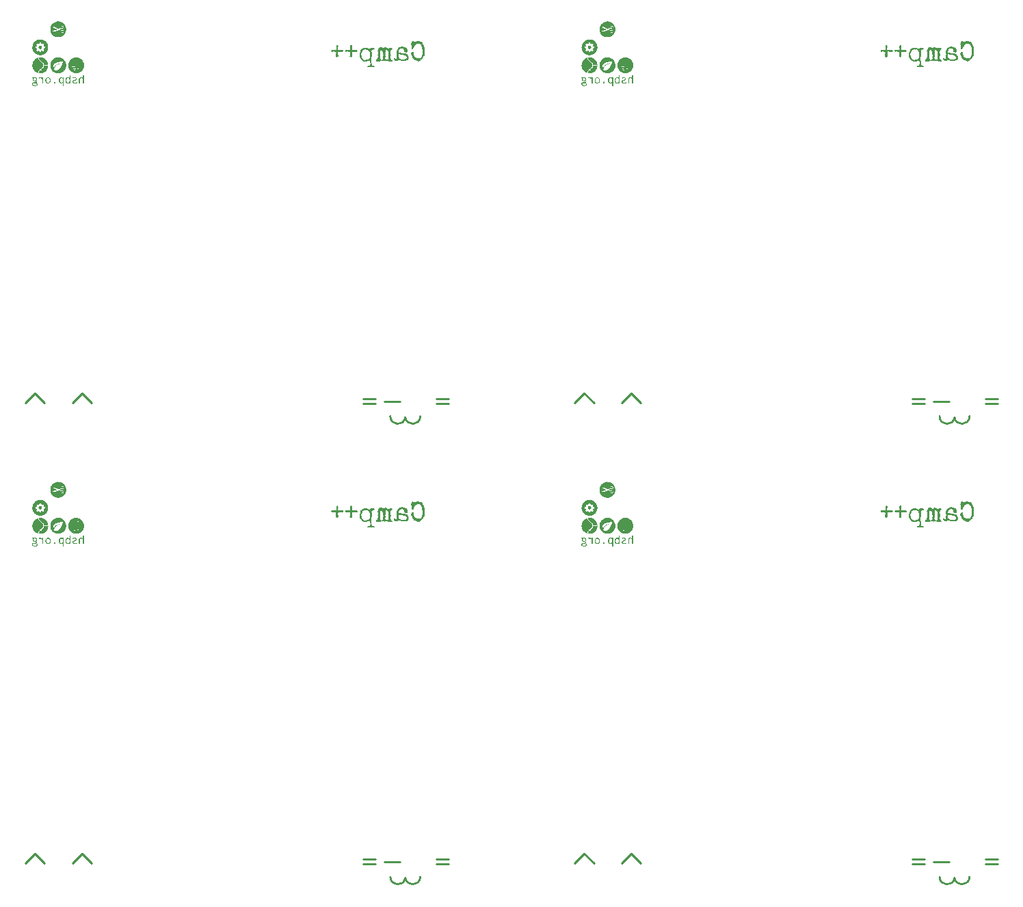
<source format=gbo>
G04 #@! TF.GenerationSoftware,KiCad,Pcbnew,8.0.3-8.0.3-0~ubuntu24.04.1*
G04 #@! TF.CreationDate,2024-07-21T14:04:27+02:00*
G04 #@! TF.ProjectId,panel,70616e65-6c2e-46b6-9963-61645f706362,rev?*
G04 #@! TF.SameCoordinates,Original*
G04 #@! TF.FileFunction,Legend,Bot*
G04 #@! TF.FilePolarity,Positive*
%FSLAX46Y46*%
G04 Gerber Fmt 4.6, Leading zero omitted, Abs format (unit mm)*
G04 Created by KiCad (PCBNEW 8.0.3-8.0.3-0~ubuntu24.04.1) date 2024-07-21 14:04:27*
%MOMM*%
%LPD*%
G01*
G04 APERTURE LIST*
%ADD10C,0.250000*%
%ADD11C,0.000000*%
%ADD12C,0.100000*%
G04 APERTURE END LIST*
D10*
X77910000Y-105105000D02*
X79110000Y-103905000D01*
D11*
G36*
X82360582Y-7827755D02*
G01*
X82376545Y-7829352D01*
X82392240Y-7831876D01*
X82407640Y-7835317D01*
X82422714Y-7839665D01*
X82437435Y-7844911D01*
X82451773Y-7851046D01*
X82465699Y-7858061D01*
X82479184Y-7865946D01*
X82492200Y-7874693D01*
X82504718Y-7884290D01*
X82516709Y-7894731D01*
X82528143Y-7906004D01*
X82560514Y-7939943D01*
X82569921Y-7890409D01*
X82579329Y-7840875D01*
X82628378Y-7838888D01*
X82677427Y-7836900D01*
X82677427Y-8906446D01*
X82554228Y-8906446D01*
X82556631Y-8692980D01*
X82559027Y-8479509D01*
X82535345Y-8506048D01*
X82526035Y-8515935D01*
X82516304Y-8525202D01*
X82506159Y-8533847D01*
X82495606Y-8541867D01*
X82484650Y-8549260D01*
X82473297Y-8556023D01*
X82461554Y-8562154D01*
X82449426Y-8567650D01*
X82436919Y-8572509D01*
X82424039Y-8576728D01*
X82410792Y-8580305D01*
X82397184Y-8583237D01*
X82383222Y-8585522D01*
X82368910Y-8587157D01*
X82354254Y-8588140D01*
X82339262Y-8588468D01*
X82322644Y-8588064D01*
X82306466Y-8586855D01*
X82290735Y-8584849D01*
X82275455Y-8582053D01*
X82260632Y-8578475D01*
X82246272Y-8574121D01*
X82232381Y-8569001D01*
X82218964Y-8563119D01*
X82206026Y-8556485D01*
X82193573Y-8549105D01*
X82181611Y-8540987D01*
X82170145Y-8532139D01*
X82159181Y-8522566D01*
X82148725Y-8512277D01*
X82138782Y-8501280D01*
X82129357Y-8489580D01*
X82120457Y-8477187D01*
X82112087Y-8464107D01*
X82104252Y-8450347D01*
X82096958Y-8435915D01*
X82090210Y-8420819D01*
X82084015Y-8405065D01*
X82073304Y-8371613D01*
X82064868Y-8335621D01*
X82058753Y-8297145D01*
X82055003Y-8256245D01*
X82053663Y-8212980D01*
X82053810Y-8199191D01*
X82177984Y-8199191D01*
X82178254Y-8221085D01*
X82179281Y-8243425D01*
X82181135Y-8267103D01*
X82183658Y-8289496D01*
X82185172Y-8300215D01*
X82186856Y-8310619D01*
X82188711Y-8320708D01*
X82190737Y-8330486D01*
X82192937Y-8339955D01*
X82195310Y-8349115D01*
X82197857Y-8357968D01*
X82200579Y-8366518D01*
X82203478Y-8374765D01*
X82206554Y-8382711D01*
X82209808Y-8390358D01*
X82213242Y-8397709D01*
X82216855Y-8404765D01*
X82220649Y-8411527D01*
X82224624Y-8417999D01*
X82228783Y-8424181D01*
X82233125Y-8430075D01*
X82237651Y-8435684D01*
X82242363Y-8441009D01*
X82247261Y-8446053D01*
X82252347Y-8450816D01*
X82257620Y-8455301D01*
X82263083Y-8459510D01*
X82268736Y-8463445D01*
X82274579Y-8467107D01*
X82280615Y-8470498D01*
X82286843Y-8473621D01*
X82293264Y-8476476D01*
X82303244Y-8480083D01*
X82314024Y-8482944D01*
X82325484Y-8485075D01*
X82337503Y-8486491D01*
X82349959Y-8487207D01*
X82362732Y-8487238D01*
X82375699Y-8486599D01*
X82388741Y-8485304D01*
X82401737Y-8483370D01*
X82414564Y-8480810D01*
X82427102Y-8477640D01*
X82439229Y-8473875D01*
X82450825Y-8469530D01*
X82461769Y-8464620D01*
X82471939Y-8459160D01*
X82481215Y-8453165D01*
X82486699Y-8448726D01*
X82492163Y-8443266D01*
X82497575Y-8436854D01*
X82502907Y-8429558D01*
X82508127Y-8421446D01*
X82513206Y-8412589D01*
X82518112Y-8403053D01*
X82522817Y-8392909D01*
X82527288Y-8382225D01*
X82531497Y-8371069D01*
X82535413Y-8359510D01*
X82539005Y-8347617D01*
X82542244Y-8335459D01*
X82545099Y-8323104D01*
X82547540Y-8310621D01*
X82549536Y-8298078D01*
X82552151Y-8276299D01*
X82553975Y-8254029D01*
X82555031Y-8231442D01*
X82555340Y-8208710D01*
X82554926Y-8186005D01*
X82553810Y-8163499D01*
X82552015Y-8141366D01*
X82549564Y-8119778D01*
X82546480Y-8098907D01*
X82542783Y-8078925D01*
X82538498Y-8060005D01*
X82533646Y-8042319D01*
X82528251Y-8026041D01*
X82522333Y-8011342D01*
X82515917Y-7998394D01*
X82509024Y-7987371D01*
X82504198Y-7981243D01*
X82498640Y-7975358D01*
X82492400Y-7969736D01*
X82485524Y-7964397D01*
X82478060Y-7959361D01*
X82470057Y-7954647D01*
X82461561Y-7950276D01*
X82452621Y-7946268D01*
X82443285Y-7942643D01*
X82433600Y-7939420D01*
X82423615Y-7936620D01*
X82413376Y-7934263D01*
X82402932Y-7932368D01*
X82392331Y-7930956D01*
X82381620Y-7930046D01*
X82370848Y-7929659D01*
X82359807Y-7929665D01*
X82349428Y-7929948D01*
X82339658Y-7930525D01*
X82330450Y-7931412D01*
X82321752Y-7932626D01*
X82313517Y-7934184D01*
X82305693Y-7936104D01*
X82298231Y-7938402D01*
X82291082Y-7941095D01*
X82284196Y-7944200D01*
X82277523Y-7947735D01*
X82271014Y-7951715D01*
X82264618Y-7956158D01*
X82258287Y-7961082D01*
X82251971Y-7966502D01*
X82245619Y-7972437D01*
X82236802Y-7981911D01*
X82228542Y-7992655D01*
X82220851Y-8004609D01*
X82213744Y-8017716D01*
X82207237Y-8031915D01*
X82201342Y-8047149D01*
X82196075Y-8063358D01*
X82191450Y-8080484D01*
X82187481Y-8098467D01*
X82184183Y-8117249D01*
X82181570Y-8136772D01*
X82179656Y-8156975D01*
X82178456Y-8177801D01*
X82177984Y-8199191D01*
X82053810Y-8199191D01*
X82053951Y-8185971D01*
X82054972Y-8160138D01*
X82056737Y-8135443D01*
X82059257Y-8111850D01*
X82062545Y-8089323D01*
X82066611Y-8067826D01*
X82071468Y-8047322D01*
X82077127Y-8027776D01*
X82083600Y-8009150D01*
X82090898Y-7991409D01*
X82099033Y-7974517D01*
X82108016Y-7958436D01*
X82117858Y-7943131D01*
X82128573Y-7928565D01*
X82140170Y-7914702D01*
X82152662Y-7901506D01*
X82160340Y-7894108D01*
X82168046Y-7887172D01*
X82175807Y-7880685D01*
X82183653Y-7874634D01*
X82191612Y-7869003D01*
X82199711Y-7863778D01*
X82207978Y-7858946D01*
X82216443Y-7854493D01*
X82225133Y-7850405D01*
X82234076Y-7846667D01*
X82243302Y-7843265D01*
X82252836Y-7840186D01*
X82262709Y-7837415D01*
X82272948Y-7834939D01*
X82283582Y-7832742D01*
X82294638Y-7830812D01*
X82311380Y-7828612D01*
X82327971Y-7827375D01*
X82344381Y-7827092D01*
X82360582Y-7827755D01*
G37*
G36*
X11538214Y-62594778D02*
G01*
X11818983Y-62875486D01*
X12099760Y-63156194D01*
X12099760Y-63514711D01*
X11959448Y-63655134D01*
X11819143Y-63795557D01*
X11739573Y-63716188D01*
X11659994Y-63636820D01*
X11659994Y-63954870D01*
X11599104Y-64015478D01*
X11538214Y-64076086D01*
X11538214Y-64186167D01*
X11538160Y-64208280D01*
X11538006Y-64228910D01*
X11537764Y-64247604D01*
X11537442Y-64263912D01*
X11537053Y-64277382D01*
X11536608Y-64287562D01*
X11536116Y-64294001D01*
X11535856Y-64295676D01*
X11535724Y-64296103D01*
X11535589Y-64296247D01*
X11531505Y-64295794D01*
X11525298Y-64294492D01*
X11507504Y-64289676D01*
X11484187Y-64282475D01*
X11457328Y-64273565D01*
X11428906Y-64263620D01*
X11400902Y-64253317D01*
X11375295Y-64243330D01*
X11354067Y-64234335D01*
X11303767Y-64209962D01*
X11255184Y-64182946D01*
X11208403Y-64153388D01*
X11163512Y-64121393D01*
X11120598Y-64087061D01*
X11079747Y-64050496D01*
X11041046Y-64011800D01*
X11004582Y-63971076D01*
X10970442Y-63928425D01*
X10938712Y-63883952D01*
X10909479Y-63837757D01*
X10882831Y-63789944D01*
X10858854Y-63740615D01*
X10837634Y-63689873D01*
X10819259Y-63637820D01*
X10803816Y-63584558D01*
X10793950Y-63542513D01*
X10786006Y-63500029D01*
X10779977Y-63457190D01*
X10775854Y-63414080D01*
X10773629Y-63370781D01*
X10773293Y-63327377D01*
X10774837Y-63283952D01*
X10778255Y-63240589D01*
X10783537Y-63197372D01*
X10790675Y-63154383D01*
X10799660Y-63111707D01*
X10810484Y-63069426D01*
X10823140Y-63027625D01*
X10837618Y-62986387D01*
X10853910Y-62945794D01*
X10872007Y-62905931D01*
X10895922Y-62859573D01*
X10922291Y-62814690D01*
X10951013Y-62771366D01*
X10981986Y-62729685D01*
X11015111Y-62689731D01*
X11050285Y-62651590D01*
X11087408Y-62615345D01*
X11126379Y-62581079D01*
X11167097Y-62548879D01*
X11209460Y-62518827D01*
X11253369Y-62491009D01*
X11298721Y-62465508D01*
X11345416Y-62442409D01*
X11393353Y-62421795D01*
X11442431Y-62403752D01*
X11492548Y-62388363D01*
X11538214Y-62375698D01*
X11538214Y-62594778D01*
G37*
G36*
X79802290Y-60131207D02*
G01*
X79845623Y-60134281D01*
X79888936Y-60139326D01*
X79932211Y-60146344D01*
X79975429Y-60155337D01*
X80018568Y-60166305D01*
X80079086Y-60185219D01*
X80137855Y-60207828D01*
X80194735Y-60233992D01*
X80249584Y-60263572D01*
X80302261Y-60296430D01*
X80352625Y-60332427D01*
X80400535Y-60371424D01*
X80445848Y-60413281D01*
X80488425Y-60457861D01*
X80528124Y-60505023D01*
X80564803Y-60554629D01*
X80598322Y-60606541D01*
X80628539Y-60660618D01*
X80655313Y-60716723D01*
X80678502Y-60774716D01*
X80697966Y-60834459D01*
X80712351Y-60890053D01*
X80723463Y-60946097D01*
X80731330Y-61002435D01*
X80735977Y-61058913D01*
X80737431Y-61115378D01*
X80735719Y-61171676D01*
X80730867Y-61227651D01*
X80722901Y-61283151D01*
X80711849Y-61338020D01*
X80697737Y-61392106D01*
X80680591Y-61445253D01*
X80660437Y-61497307D01*
X80637303Y-61548115D01*
X80611215Y-61597522D01*
X80582200Y-61645374D01*
X80550283Y-61691517D01*
X80517888Y-61733188D01*
X80483698Y-61772803D01*
X80447779Y-61810322D01*
X80410194Y-61845710D01*
X80371009Y-61878930D01*
X80330288Y-61909944D01*
X80288096Y-61938717D01*
X80244497Y-61965209D01*
X80199556Y-61989386D01*
X80153338Y-62011209D01*
X80105906Y-62030642D01*
X80057326Y-62047649D01*
X80007662Y-62062191D01*
X79956978Y-62074232D01*
X79905340Y-62083735D01*
X79852812Y-62090664D01*
X79822886Y-62093242D01*
X79792277Y-62094706D01*
X79761095Y-62095074D01*
X79729452Y-62094365D01*
X79697458Y-62092597D01*
X79665224Y-62089789D01*
X79632861Y-62085957D01*
X79600480Y-62081121D01*
X79568191Y-62075300D01*
X79536105Y-62068510D01*
X79504333Y-62060771D01*
X79472987Y-62052101D01*
X79442176Y-62042517D01*
X79412012Y-62032039D01*
X79382605Y-62020685D01*
X79354067Y-62008472D01*
X79307852Y-61986241D01*
X79263341Y-61961968D01*
X79220564Y-61935736D01*
X79179549Y-61907626D01*
X79140329Y-61877720D01*
X79102931Y-61846101D01*
X79067388Y-61812850D01*
X79033729Y-61778048D01*
X79001983Y-61741778D01*
X78972182Y-61704122D01*
X78944355Y-61665161D01*
X78918532Y-61624978D01*
X78894744Y-61583653D01*
X78873020Y-61541270D01*
X78853391Y-61497909D01*
X78835886Y-61453654D01*
X78820536Y-61408584D01*
X78807372Y-61362783D01*
X78796422Y-61316333D01*
X78787717Y-61269314D01*
X78781288Y-61221810D01*
X78777164Y-61173901D01*
X78775376Y-61125670D01*
X78775518Y-61113758D01*
X79193174Y-61113758D01*
X79193343Y-61154206D01*
X79193541Y-61171896D01*
X79193802Y-61187328D01*
X79194119Y-61200075D01*
X79194483Y-61209708D01*
X79194884Y-61215802D01*
X79195096Y-61217387D01*
X79195205Y-61217791D01*
X79195314Y-61217928D01*
X79199312Y-61218470D01*
X79208617Y-61219948D01*
X79237600Y-61224804D01*
X79272411Y-61230711D01*
X79299734Y-61235260D01*
X79301973Y-61235662D01*
X79304150Y-61236128D01*
X79306252Y-61236651D01*
X79308269Y-61237226D01*
X79310190Y-61237847D01*
X79312002Y-61238509D01*
X79313696Y-61239206D01*
X79314495Y-61239567D01*
X79315259Y-61239933D01*
X79315989Y-61240306D01*
X79316681Y-61240684D01*
X79317335Y-61241067D01*
X79317950Y-61241453D01*
X79318523Y-61241843D01*
X79319054Y-61242235D01*
X79319541Y-61242630D01*
X79319983Y-61243025D01*
X79320378Y-61243420D01*
X79320725Y-61243816D01*
X79321023Y-61244210D01*
X79321269Y-61244603D01*
X79321464Y-61244993D01*
X79321604Y-61245381D01*
X79321689Y-61245764D01*
X79321718Y-61246143D01*
X79321810Y-61247091D01*
X79322079Y-61248413D01*
X79323111Y-61252083D01*
X79324744Y-61256961D01*
X79326905Y-61262857D01*
X79329520Y-61269579D01*
X79332518Y-61276935D01*
X79335827Y-61284735D01*
X79339373Y-61292787D01*
X79357027Y-61332124D01*
X79319002Y-61384855D01*
X79280977Y-61437584D01*
X79354769Y-61511377D01*
X79428564Y-61585171D01*
X79481627Y-61546905D01*
X79487066Y-61543023D01*
X79492423Y-61539280D01*
X79497667Y-61535694D01*
X79502766Y-61532283D01*
X79507691Y-61529066D01*
X79512410Y-61526061D01*
X79516892Y-61523285D01*
X79521107Y-61520757D01*
X79525025Y-61518495D01*
X79528613Y-61516517D01*
X79531843Y-61514840D01*
X79534682Y-61513484D01*
X79537101Y-61512467D01*
X79539068Y-61511805D01*
X79539873Y-61511614D01*
X79540553Y-61511518D01*
X79541105Y-61511520D01*
X79541525Y-61511623D01*
X79585573Y-61530332D01*
X79593131Y-61533603D01*
X79600341Y-61536872D01*
X79607035Y-61540052D01*
X79613044Y-61543055D01*
X79615738Y-61544463D01*
X79618197Y-61545795D01*
X79620400Y-61547039D01*
X79622326Y-61548185D01*
X79623953Y-61549221D01*
X79625261Y-61550137D01*
X79626228Y-61550922D01*
X79626577Y-61551262D01*
X79626833Y-61551565D01*
X79627290Y-61552422D01*
X79627820Y-61553835D01*
X79629076Y-61558206D01*
X79630549Y-61564419D01*
X79632189Y-61572218D01*
X79633943Y-61581348D01*
X79635759Y-61591549D01*
X79637588Y-61602568D01*
X79639376Y-61614145D01*
X79647867Y-61671219D01*
X79860998Y-61671219D01*
X79869696Y-61610557D01*
X79878386Y-61549896D01*
X79909582Y-61539276D01*
X79916186Y-61536953D01*
X79923010Y-61534419D01*
X79929856Y-61531757D01*
X79936528Y-61529048D01*
X79942830Y-61526374D01*
X79948563Y-61523816D01*
X79953532Y-61521456D01*
X79957541Y-61519375D01*
X79960371Y-61517869D01*
X79963018Y-61516642D01*
X79965563Y-61515728D01*
X79968091Y-61515159D01*
X79970686Y-61514971D01*
X79973431Y-61515196D01*
X79976411Y-61515868D01*
X79979708Y-61517022D01*
X79983406Y-61518691D01*
X79987591Y-61520909D01*
X79992344Y-61523710D01*
X79997750Y-61527127D01*
X80003893Y-61531195D01*
X80010856Y-61535947D01*
X80027578Y-61547638D01*
X80080854Y-61585180D01*
X80154654Y-61511381D01*
X80228453Y-61437584D01*
X80191397Y-61386204D01*
X80154348Y-61334825D01*
X80173925Y-61288217D01*
X80193510Y-61241607D01*
X80239660Y-61232914D01*
X80276726Y-61225812D01*
X80291481Y-61222902D01*
X80301031Y-61220943D01*
X80305987Y-61219608D01*
X80308000Y-61218620D01*
X80309731Y-61217219D01*
X80311201Y-61215255D01*
X80312432Y-61212579D01*
X80313445Y-61209040D01*
X80314260Y-61204490D01*
X80314901Y-61198778D01*
X80315387Y-61191754D01*
X80315981Y-61173174D01*
X80316212Y-61147551D01*
X80316252Y-61113687D01*
X80316252Y-61009702D01*
X80294264Y-61005802D01*
X80282992Y-61003942D01*
X80268556Y-61001763D01*
X80252813Y-60999534D01*
X80237623Y-60997526D01*
X80230538Y-60996559D01*
X80223687Y-60995487D01*
X80217238Y-60994345D01*
X80211357Y-60993169D01*
X80206213Y-60991994D01*
X80203969Y-60991418D01*
X80201971Y-60990856D01*
X80200242Y-60990312D01*
X80198800Y-60989791D01*
X80197669Y-60989297D01*
X80196867Y-60988834D01*
X80196151Y-60988154D01*
X80195272Y-60987023D01*
X80193071Y-60983509D01*
X80190363Y-60978500D01*
X80187248Y-60972202D01*
X80183825Y-60964823D01*
X80180192Y-60956571D01*
X80176450Y-60947653D01*
X80172697Y-60938276D01*
X80154631Y-60892036D01*
X80191946Y-60841577D01*
X80229261Y-60791116D01*
X80152906Y-60718111D01*
X80076544Y-60645105D01*
X80026968Y-60680681D01*
X79977377Y-60716257D01*
X79942160Y-60700693D01*
X79927566Y-60694341D01*
X79913866Y-60688548D01*
X79902598Y-60683954D01*
X79898357Y-60682306D01*
X79895300Y-60681198D01*
X79893128Y-60680418D01*
X79891185Y-60679559D01*
X79889437Y-60678514D01*
X79887848Y-60677174D01*
X79886382Y-60675432D01*
X79885005Y-60673181D01*
X79883680Y-60670311D01*
X79882372Y-60666715D01*
X79881046Y-60662286D01*
X79879666Y-60656916D01*
X79876604Y-60642918D01*
X79872902Y-60623861D01*
X79868277Y-60598881D01*
X79859579Y-60551523D01*
X79756914Y-60549658D01*
X79718693Y-60548773D01*
X79703588Y-60548481D01*
X79690849Y-60548480D01*
X79680248Y-60548914D01*
X79675677Y-60549338D01*
X79671556Y-60549925D01*
X79667854Y-60550692D01*
X79664544Y-60551657D01*
X79661597Y-60552838D01*
X79658984Y-60554253D01*
X79656677Y-60555919D01*
X79654648Y-60557856D01*
X79652867Y-60560079D01*
X79651307Y-60562608D01*
X79649938Y-60565461D01*
X79648732Y-60568655D01*
X79647661Y-60572207D01*
X79646696Y-60576137D01*
X79644969Y-60585199D01*
X79643323Y-60595983D01*
X79639360Y-60623293D01*
X79631388Y-60674764D01*
X79585623Y-60692640D01*
X79576332Y-60696230D01*
X79567473Y-60699580D01*
X79559252Y-60702615D01*
X79551878Y-60705262D01*
X79545558Y-60707449D01*
X79540501Y-60709102D01*
X79536912Y-60710147D01*
X79535734Y-60710419D01*
X79535002Y-60710512D01*
X79534256Y-60710336D01*
X79533041Y-60709819D01*
X79529310Y-60707831D01*
X79524025Y-60704690D01*
X79517405Y-60700533D01*
X79509667Y-60695501D01*
X79501029Y-60689732D01*
X79491709Y-60683367D01*
X79481924Y-60676544D01*
X79433710Y-60642572D01*
X79359442Y-60716841D01*
X79285173Y-60791109D01*
X79308176Y-60823540D01*
X79328186Y-60851664D01*
X79344007Y-60873735D01*
X79348177Y-60879670D01*
X79349791Y-60882269D01*
X79351080Y-60884749D01*
X79352036Y-60887203D01*
X79352649Y-60889725D01*
X79352913Y-60892410D01*
X79352817Y-60895351D01*
X79352354Y-60898643D01*
X79351516Y-60902380D01*
X79350294Y-60906657D01*
X79348679Y-60911566D01*
X79346664Y-60917202D01*
X79344239Y-60923659D01*
X79338129Y-60939415D01*
X79331479Y-60956619D01*
X79328680Y-60963495D01*
X79325997Y-60969368D01*
X79323255Y-60974349D01*
X79320277Y-60978549D01*
X79318645Y-60980391D01*
X79316887Y-60982079D01*
X79314983Y-60983627D01*
X79312911Y-60985049D01*
X79310647Y-60986359D01*
X79308170Y-60987570D01*
X79302491Y-60989753D01*
X79295696Y-60991709D01*
X79287611Y-60993549D01*
X79278058Y-60995383D01*
X79266863Y-60997322D01*
X79238840Y-61001959D01*
X79193174Y-61009586D01*
X79193174Y-61113758D01*
X78775518Y-61113758D01*
X78775953Y-61077199D01*
X78778926Y-61028569D01*
X78781030Y-61009586D01*
X78784325Y-60979862D01*
X78792179Y-60931161D01*
X78802520Y-60882546D01*
X78815377Y-60834101D01*
X78830780Y-60785906D01*
X78848759Y-60738043D01*
X78869345Y-60690595D01*
X78886992Y-60655035D01*
X78906801Y-60619671D01*
X78928627Y-60584651D01*
X78952326Y-60550120D01*
X78977753Y-60516223D01*
X79004762Y-60483108D01*
X79033209Y-60450919D01*
X79062949Y-60419803D01*
X79093836Y-60389905D01*
X79125727Y-60361371D01*
X79158475Y-60334347D01*
X79191937Y-60308980D01*
X79225966Y-60285414D01*
X79260419Y-60263796D01*
X79295151Y-60244271D01*
X79330015Y-60226986D01*
X79372258Y-60208493D01*
X79414697Y-60191951D01*
X79457314Y-60177364D01*
X79500090Y-60164732D01*
X79543003Y-60154057D01*
X79586035Y-60145342D01*
X79629167Y-60138587D01*
X79672378Y-60133794D01*
X79715648Y-60130965D01*
X79758959Y-60130102D01*
X79802290Y-60131207D01*
G37*
D10*
X12310000Y-48130000D02*
X11110000Y-46930000D01*
D11*
G36*
X85146849Y-8574934D02*
G01*
X85025999Y-8574934D01*
X85023718Y-8336450D01*
X85022942Y-8260808D01*
X85022116Y-8202429D01*
X85021630Y-8178836D01*
X85021066Y-8158507D01*
X85020402Y-8141092D01*
X85019617Y-8126239D01*
X85018688Y-8113598D01*
X85017595Y-8102819D01*
X85016314Y-8093550D01*
X85014824Y-8085442D01*
X85013103Y-8078144D01*
X85011130Y-8071304D01*
X85008882Y-8064573D01*
X85006338Y-8057600D01*
X85002411Y-8047550D01*
X84998353Y-8038075D01*
X84994142Y-8029146D01*
X84989751Y-8020735D01*
X84985156Y-8012812D01*
X84980333Y-8005349D01*
X84975257Y-7998316D01*
X84969902Y-7991685D01*
X84964245Y-7985426D01*
X84958260Y-7979511D01*
X84951923Y-7973910D01*
X84945210Y-7968596D01*
X84938094Y-7963537D01*
X84930552Y-7958707D01*
X84922560Y-7954075D01*
X84914091Y-7949613D01*
X84906984Y-7946235D01*
X84899702Y-7943160D01*
X84892264Y-7940386D01*
X84884689Y-7937909D01*
X84876996Y-7935728D01*
X84869203Y-7933839D01*
X84861330Y-7932241D01*
X84853396Y-7930931D01*
X84837419Y-7929164D01*
X84821424Y-7928517D01*
X84805562Y-7928971D01*
X84789986Y-7930504D01*
X84774845Y-7933097D01*
X84760293Y-7936729D01*
X84753285Y-7938928D01*
X84746481Y-7941380D01*
X84739899Y-7944081D01*
X84733559Y-7947029D01*
X84727480Y-7950222D01*
X84721680Y-7953657D01*
X84716179Y-7957331D01*
X84710996Y-7961242D01*
X84706149Y-7965387D01*
X84701657Y-7969764D01*
X84697539Y-7974371D01*
X84693815Y-7979204D01*
X84683188Y-7995461D01*
X84678819Y-8003783D01*
X84675025Y-8012769D01*
X84671768Y-8022822D01*
X84669005Y-8034344D01*
X84666697Y-8047739D01*
X84664804Y-8063408D01*
X84662098Y-8103179D01*
X84660566Y-8156875D01*
X84659883Y-8227716D01*
X84659727Y-8318922D01*
X84659727Y-8574934D01*
X84537947Y-8574934D01*
X84537947Y-8311411D01*
X84538073Y-8250870D01*
X84538449Y-8196429D01*
X84539066Y-8148341D01*
X84539919Y-8106858D01*
X84541001Y-8072233D01*
X84542305Y-8044720D01*
X84543824Y-8024570D01*
X84544663Y-8017336D01*
X84545553Y-8012037D01*
X84550221Y-7992886D01*
X84555872Y-7974817D01*
X84562514Y-7957824D01*
X84570157Y-7941897D01*
X84574357Y-7934330D01*
X84578811Y-7927027D01*
X84583520Y-7919986D01*
X84588485Y-7913206D01*
X84593707Y-7906687D01*
X84599187Y-7900426D01*
X84604928Y-7894424D01*
X84610929Y-7888678D01*
X84617191Y-7883189D01*
X84623717Y-7877954D01*
X84630508Y-7872973D01*
X84637563Y-7868244D01*
X84644886Y-7863767D01*
X84652476Y-7859541D01*
X84668464Y-7851835D01*
X84685537Y-7845119D01*
X84703705Y-7839383D01*
X84722976Y-7834620D01*
X84743361Y-7830820D01*
X84763310Y-7828280D01*
X84783286Y-7826949D01*
X84803180Y-7826791D01*
X84822888Y-7827773D01*
X84842302Y-7829859D01*
X84861315Y-7833015D01*
X84879822Y-7837207D01*
X84897716Y-7842400D01*
X84914889Y-7848560D01*
X84931237Y-7855652D01*
X84946651Y-7863641D01*
X84953975Y-7867962D01*
X84961026Y-7872494D01*
X84967791Y-7877234D01*
X84974255Y-7882176D01*
X84980407Y-7887317D01*
X84986232Y-7892652D01*
X84991718Y-7898177D01*
X84996850Y-7903888D01*
X85001616Y-7909780D01*
X85006002Y-7915849D01*
X85007618Y-7918196D01*
X85009223Y-7920479D01*
X85010807Y-7922684D01*
X85012360Y-7924801D01*
X85013873Y-7926817D01*
X85015336Y-7928720D01*
X85016739Y-7930499D01*
X85018073Y-7932142D01*
X85019327Y-7933635D01*
X85020493Y-7934969D01*
X85021559Y-7936130D01*
X85022517Y-7937107D01*
X85023357Y-7937888D01*
X85023729Y-7938201D01*
X85024068Y-7938460D01*
X85024373Y-7938664D01*
X85024642Y-7938812D01*
X85024874Y-7938902D01*
X85025068Y-7938932D01*
X85025703Y-7934799D01*
X85026207Y-7922936D01*
X85026805Y-7879345D01*
X85026827Y-7814818D01*
X85026236Y-7736013D01*
X85024008Y-7533041D01*
X85146849Y-7533041D01*
X85146849Y-8574934D01*
G37*
D10*
X12310000Y-105130000D02*
X11110000Y-103930000D01*
D11*
G36*
X14508387Y-59046334D02*
G01*
X14514267Y-59046761D01*
X14520051Y-59047465D01*
X14525733Y-59048439D01*
X14531306Y-59049676D01*
X14536763Y-59051172D01*
X14542098Y-59052917D01*
X14547304Y-59054907D01*
X14552375Y-59057135D01*
X14557303Y-59059595D01*
X14562083Y-59062279D01*
X14566708Y-59065181D01*
X14571172Y-59068295D01*
X14575467Y-59071615D01*
X14579587Y-59075133D01*
X14583527Y-59078844D01*
X14587278Y-59082740D01*
X14590835Y-59086816D01*
X14594190Y-59091065D01*
X14597339Y-59095480D01*
X14600273Y-59100055D01*
X14602986Y-59104783D01*
X14605472Y-59109658D01*
X14607724Y-59114674D01*
X14609736Y-59119824D01*
X14611501Y-59125101D01*
X14613013Y-59130499D01*
X14614264Y-59136011D01*
X14615249Y-59141631D01*
X14615960Y-59147353D01*
X14616392Y-59153169D01*
X14616537Y-59159075D01*
X14616378Y-59167202D01*
X14615889Y-59174832D01*
X14615056Y-59181991D01*
X14614506Y-59185402D01*
X14613864Y-59188704D01*
X14613128Y-59191900D01*
X14612297Y-59194995D01*
X14611369Y-59197990D01*
X14610342Y-59200890D01*
X14609213Y-59203697D01*
X14607982Y-59206414D01*
X14606646Y-59209045D01*
X14605203Y-59211592D01*
X14603651Y-59214059D01*
X14601989Y-59216449D01*
X14600215Y-59218766D01*
X14598327Y-59221011D01*
X14596322Y-59223189D01*
X14594200Y-59225302D01*
X14591958Y-59227355D01*
X14589594Y-59229348D01*
X14587106Y-59231287D01*
X14584493Y-59233174D01*
X14581753Y-59235012D01*
X14578884Y-59236805D01*
X14572750Y-59240266D01*
X14566076Y-59243582D01*
X14561054Y-59245807D01*
X14556000Y-59247798D01*
X14550918Y-59249557D01*
X14545815Y-59251085D01*
X14540697Y-59252384D01*
X14535569Y-59253454D01*
X14530437Y-59254299D01*
X14525306Y-59254917D01*
X14520182Y-59255313D01*
X14515072Y-59255486D01*
X14509979Y-59255438D01*
X14504911Y-59255170D01*
X14499873Y-59254685D01*
X14494871Y-59253983D01*
X14489909Y-59253066D01*
X14484995Y-59251936D01*
X14480133Y-59250593D01*
X14475329Y-59249039D01*
X14470590Y-59247276D01*
X14465919Y-59245305D01*
X14461325Y-59243128D01*
X14456811Y-59240746D01*
X14452383Y-59238160D01*
X14448048Y-59235371D01*
X14443811Y-59232382D01*
X14439678Y-59229194D01*
X14435654Y-59225808D01*
X14431745Y-59222225D01*
X14427956Y-59218448D01*
X14424294Y-59214476D01*
X14420764Y-59210313D01*
X14417372Y-59205959D01*
X14415603Y-59203394D01*
X14413948Y-59200596D01*
X14412405Y-59197580D01*
X14410975Y-59194362D01*
X14408454Y-59187383D01*
X14406384Y-59179782D01*
X14404767Y-59171687D01*
X14403603Y-59163220D01*
X14402891Y-59154507D01*
X14402634Y-59145674D01*
X14402830Y-59136844D01*
X14403481Y-59128144D01*
X14404586Y-59119697D01*
X14406147Y-59111630D01*
X14408164Y-59104066D01*
X14410637Y-59097131D01*
X14412044Y-59093938D01*
X14413566Y-59090950D01*
X14415202Y-59088181D01*
X14416952Y-59085647D01*
X14420493Y-59081265D01*
X14424381Y-59077089D01*
X14428593Y-59073129D01*
X14433105Y-59069397D01*
X14437896Y-59065903D01*
X14442942Y-59062658D01*
X14448220Y-59059671D01*
X14453708Y-59056954D01*
X14459382Y-59054518D01*
X14465221Y-59052372D01*
X14471201Y-59050527D01*
X14477299Y-59048994D01*
X14483492Y-59047783D01*
X14489758Y-59046905D01*
X14496074Y-59046371D01*
X14502417Y-59046190D01*
X14508387Y-59046334D01*
G37*
G36*
X79782927Y-7829199D02*
G01*
X79800200Y-7830357D01*
X79816724Y-7832235D01*
X79832543Y-7834855D01*
X79847703Y-7838238D01*
X79862249Y-7842405D01*
X79876226Y-7847377D01*
X79883014Y-7850171D01*
X79889678Y-7853175D01*
X79896222Y-7856391D01*
X79902651Y-7859822D01*
X79908972Y-7863469D01*
X79915191Y-7867337D01*
X79927341Y-7875742D01*
X79939147Y-7885059D01*
X79950654Y-7895308D01*
X79961907Y-7906511D01*
X79972951Y-7918689D01*
X79983831Y-7931864D01*
X79988910Y-7938179D01*
X79993914Y-7944199D01*
X79998716Y-7949780D01*
X80003186Y-7954783D01*
X80005257Y-7957024D01*
X80007197Y-7959067D01*
X80008990Y-7960895D01*
X80010620Y-7962491D01*
X80012071Y-7963837D01*
X80013327Y-7964914D01*
X80014371Y-7965707D01*
X80014809Y-7965990D01*
X80015188Y-7966196D01*
X80015571Y-7966299D01*
X80015961Y-7966248D01*
X80016763Y-7965698D01*
X80017589Y-7964562D01*
X80018437Y-7962861D01*
X80019301Y-7960613D01*
X80020178Y-7957837D01*
X80021952Y-7950774D01*
X80023726Y-7941823D01*
X80025466Y-7931135D01*
X80027141Y-7918859D01*
X80028715Y-7905145D01*
X80035482Y-7840875D01*
X80133581Y-7836900D01*
X80133581Y-8574938D01*
X80012594Y-8574938D01*
X80010504Y-8335745D01*
X80008421Y-8096559D01*
X79984739Y-8050203D01*
X79974584Y-8032268D01*
X79963243Y-8015882D01*
X79950735Y-8001049D01*
X79937079Y-7987778D01*
X79922292Y-7976073D01*
X79906395Y-7965941D01*
X79889405Y-7957388D01*
X79871342Y-7950421D01*
X79852224Y-7945046D01*
X79832070Y-7941268D01*
X79810899Y-7939095D01*
X79788729Y-7938532D01*
X79765580Y-7939586D01*
X79741469Y-7942262D01*
X79716416Y-7946568D01*
X79690439Y-7952509D01*
X79669768Y-7957761D01*
X79652593Y-7962064D01*
X79640705Y-7964971D01*
X79637303Y-7965763D01*
X79635893Y-7966039D01*
X79635545Y-7965772D01*
X79635065Y-7964990D01*
X79633747Y-7962014D01*
X79629945Y-7951313D01*
X79625085Y-7936001D01*
X79619765Y-7918144D01*
X79614585Y-7899804D01*
X79610143Y-7883048D01*
X79607039Y-7869939D01*
X79606176Y-7865398D01*
X79605871Y-7862543D01*
X79606124Y-7861063D01*
X79606868Y-7859570D01*
X79608086Y-7858069D01*
X79609759Y-7856563D01*
X79614394Y-7853553D01*
X79620621Y-7850573D01*
X79628291Y-7847654D01*
X79637254Y-7844828D01*
X79647358Y-7842128D01*
X79658453Y-7839585D01*
X79670390Y-7837231D01*
X79683017Y-7835099D01*
X79696185Y-7833220D01*
X79709742Y-7831626D01*
X79723538Y-7830349D01*
X79737424Y-7829421D01*
X79751248Y-7828874D01*
X79764860Y-7828741D01*
X79782927Y-7829199D01*
G37*
G36*
X14522670Y-1522322D02*
G01*
X14528089Y-1522564D01*
X14533478Y-1523026D01*
X14538825Y-1523705D01*
X14544115Y-1524600D01*
X14549333Y-1525708D01*
X14554467Y-1527027D01*
X14559500Y-1528555D01*
X14564421Y-1530290D01*
X14569213Y-1532231D01*
X14573864Y-1534374D01*
X14578358Y-1536717D01*
X14582683Y-1539260D01*
X14586823Y-1541999D01*
X14590764Y-1544932D01*
X14594493Y-1548058D01*
X14597996Y-1551374D01*
X14601257Y-1554878D01*
X14604263Y-1558568D01*
X14607000Y-1562443D01*
X14609930Y-1567228D01*
X14612623Y-1572267D01*
X14615074Y-1577527D01*
X14617278Y-1582975D01*
X14619228Y-1588577D01*
X14620918Y-1594300D01*
X14622344Y-1600111D01*
X14623500Y-1605976D01*
X14624379Y-1611863D01*
X14624976Y-1617737D01*
X14625285Y-1623566D01*
X14625301Y-1629317D01*
X14625017Y-1634955D01*
X14624428Y-1640449D01*
X14623529Y-1645764D01*
X14622313Y-1650867D01*
X14621477Y-1653626D01*
X14620487Y-1656420D01*
X14618065Y-1662090D01*
X14615094Y-1667829D01*
X14611623Y-1673589D01*
X14607698Y-1679321D01*
X14603368Y-1684976D01*
X14598680Y-1690506D01*
X14593682Y-1695861D01*
X14588422Y-1700993D01*
X14582946Y-1705854D01*
X14577303Y-1710394D01*
X14571540Y-1714565D01*
X14565706Y-1718319D01*
X14559847Y-1721605D01*
X14554011Y-1724377D01*
X14548246Y-1726585D01*
X14542682Y-1728206D01*
X14536701Y-1729506D01*
X14530376Y-1730492D01*
X14523777Y-1731171D01*
X14516976Y-1731548D01*
X14510044Y-1731630D01*
X14503052Y-1731424D01*
X14496072Y-1730936D01*
X14489175Y-1730173D01*
X14482432Y-1729140D01*
X14475914Y-1727845D01*
X14469693Y-1726293D01*
X14463840Y-1724492D01*
X14458426Y-1722447D01*
X14453523Y-1720165D01*
X14449202Y-1717653D01*
X14443823Y-1713840D01*
X14438813Y-1709705D01*
X14434172Y-1705270D01*
X14429898Y-1700555D01*
X14425990Y-1695581D01*
X14422448Y-1690370D01*
X14419270Y-1684941D01*
X14416457Y-1679317D01*
X14414007Y-1673518D01*
X14411919Y-1667566D01*
X14410193Y-1661480D01*
X14408828Y-1655282D01*
X14407823Y-1648993D01*
X14407177Y-1642635D01*
X14406890Y-1636227D01*
X14406960Y-1629791D01*
X14407386Y-1623348D01*
X14408169Y-1616919D01*
X14409307Y-1610524D01*
X14410799Y-1604186D01*
X14412645Y-1597924D01*
X14414844Y-1591760D01*
X14417394Y-1585714D01*
X14420296Y-1579808D01*
X14423548Y-1574063D01*
X14427149Y-1568499D01*
X14431100Y-1563138D01*
X14435398Y-1558000D01*
X14440043Y-1553107D01*
X14445034Y-1548479D01*
X14450371Y-1544138D01*
X14456053Y-1540104D01*
X14460558Y-1537301D01*
X14465217Y-1534746D01*
X14470018Y-1532435D01*
X14474946Y-1530366D01*
X14479986Y-1528538D01*
X14485125Y-1526949D01*
X14490349Y-1525596D01*
X14495643Y-1524477D01*
X14500992Y-1523590D01*
X14506384Y-1522933D01*
X14511804Y-1522504D01*
X14517237Y-1522301D01*
X14522670Y-1522322D01*
G37*
G36*
X14070831Y-57910785D02*
G01*
X14152134Y-57921878D01*
X14232717Y-57939898D01*
X14312122Y-57964952D01*
X14351239Y-57980151D01*
X14389891Y-57997150D01*
X14423696Y-58013677D01*
X14456671Y-58031342D01*
X14488800Y-58050134D01*
X14520071Y-58070039D01*
X14550468Y-58091044D01*
X14579979Y-58113137D01*
X14608588Y-58136306D01*
X14636282Y-58160536D01*
X14663047Y-58185816D01*
X14688869Y-58212133D01*
X14713734Y-58239473D01*
X14737627Y-58267825D01*
X14760536Y-58297176D01*
X14782445Y-58327512D01*
X14803341Y-58358821D01*
X14823210Y-58391090D01*
X14848821Y-58437338D01*
X14871771Y-58484825D01*
X14892048Y-58533419D01*
X14909638Y-58582986D01*
X14924527Y-58633393D01*
X14936701Y-58684506D01*
X14946148Y-58736193D01*
X14952852Y-58788320D01*
X14956802Y-58840754D01*
X14957983Y-58893361D01*
X14956381Y-58946009D01*
X14951984Y-58998563D01*
X14944777Y-59050891D01*
X14934747Y-59102859D01*
X14921881Y-59154334D01*
X14906164Y-59205183D01*
X14891712Y-59244893D01*
X14875606Y-59283816D01*
X14857874Y-59321915D01*
X14838548Y-59359152D01*
X14817658Y-59395488D01*
X14795233Y-59430886D01*
X14771305Y-59465307D01*
X14745904Y-59498714D01*
X14719060Y-59531067D01*
X14690802Y-59562329D01*
X14661162Y-59592462D01*
X14630170Y-59621428D01*
X14597856Y-59649189D01*
X14564250Y-59675706D01*
X14529383Y-59700941D01*
X14493284Y-59724857D01*
X14473178Y-59737199D01*
X14452623Y-59749042D01*
X14431623Y-59760384D01*
X14410180Y-59771225D01*
X14388296Y-59781563D01*
X14365975Y-59791397D01*
X14343218Y-59800727D01*
X14320029Y-59809552D01*
X14296411Y-59817871D01*
X14272365Y-59825683D01*
X14247894Y-59832986D01*
X14223002Y-59839780D01*
X14197691Y-59846064D01*
X14171963Y-59851837D01*
X14145821Y-59857098D01*
X14119268Y-59861847D01*
X14103353Y-59864111D01*
X14085362Y-59865950D01*
X14044301Y-59868380D01*
X13998381Y-59869206D01*
X13949898Y-59868496D01*
X13901148Y-59866318D01*
X13854427Y-59862741D01*
X13812032Y-59857832D01*
X13793174Y-59854899D01*
X13776258Y-59851660D01*
X13703725Y-59833295D01*
X13633510Y-59809844D01*
X13565817Y-59781516D01*
X13500850Y-59748519D01*
X13438814Y-59711063D01*
X13379912Y-59669357D01*
X13324350Y-59623610D01*
X13272330Y-59574032D01*
X13224058Y-59520832D01*
X13179737Y-59464219D01*
X13139573Y-59404402D01*
X13103768Y-59341590D01*
X13072527Y-59275994D01*
X13046054Y-59207821D01*
X13024554Y-59137282D01*
X13018230Y-59109120D01*
X13272529Y-59109120D01*
X13272547Y-59109604D01*
X13272633Y-59110110D01*
X13272786Y-59110641D01*
X13273006Y-59111200D01*
X13273294Y-59111790D01*
X13273648Y-59112413D01*
X13274069Y-59113074D01*
X13274557Y-59113774D01*
X13275732Y-59115307D01*
X13277174Y-59117035D01*
X13278880Y-59118984D01*
X13280851Y-59121177D01*
X13284655Y-59124932D01*
X13289326Y-59128785D01*
X13294775Y-59132698D01*
X13300912Y-59136633D01*
X13307649Y-59140551D01*
X13314895Y-59144411D01*
X13322561Y-59148176D01*
X13330559Y-59151806D01*
X13338798Y-59155262D01*
X13347189Y-59158505D01*
X13355643Y-59161497D01*
X13364071Y-59164198D01*
X13372382Y-59166570D01*
X13380488Y-59168573D01*
X13388300Y-59170168D01*
X13395727Y-59171316D01*
X13414386Y-59172712D01*
X13424349Y-59172510D01*
X13435290Y-59171550D01*
X13461760Y-59166887D01*
X13497117Y-59157774D01*
X13544682Y-59143268D01*
X13607775Y-59122422D01*
X13793829Y-59057926D01*
X14070524Y-58960872D01*
X14132002Y-58983963D01*
X14145870Y-58988938D01*
X14161749Y-58994232D01*
X14179081Y-58999683D01*
X14197308Y-59005126D01*
X14215871Y-59010401D01*
X14234213Y-59015344D01*
X14251777Y-59019793D01*
X14268003Y-59023586D01*
X14297877Y-59030282D01*
X14324118Y-59036290D01*
X14343893Y-59040953D01*
X14350470Y-59042574D01*
X14354368Y-59043613D01*
X14355697Y-59044066D01*
X14356943Y-59044616D01*
X14358107Y-59045264D01*
X14359188Y-59046010D01*
X14360188Y-59046854D01*
X14361104Y-59047796D01*
X14361939Y-59048837D01*
X14362691Y-59049976D01*
X14363949Y-59052549D01*
X14364877Y-59055517D01*
X14365476Y-59058881D01*
X14365746Y-59062640D01*
X14365687Y-59066797D01*
X14365299Y-59071352D01*
X14364582Y-59076306D01*
X14363536Y-59081659D01*
X14362161Y-59087412D01*
X14360457Y-59093567D01*
X14358424Y-59100123D01*
X14356062Y-59107082D01*
X14353578Y-59114655D01*
X14351474Y-59122204D01*
X14349747Y-59129721D01*
X14348391Y-59137198D01*
X14347403Y-59144626D01*
X14346780Y-59151997D01*
X14346517Y-59159303D01*
X14346611Y-59166536D01*
X14347057Y-59173686D01*
X14347852Y-59180747D01*
X14348992Y-59187709D01*
X14350472Y-59194565D01*
X14352289Y-59201305D01*
X14354439Y-59207923D01*
X14356919Y-59214409D01*
X14359723Y-59220755D01*
X14362849Y-59226954D01*
X14366292Y-59232996D01*
X14370048Y-59238873D01*
X14374114Y-59244577D01*
X14378485Y-59250101D01*
X14383158Y-59255435D01*
X14388128Y-59260571D01*
X14393393Y-59265501D01*
X14398947Y-59270217D01*
X14404788Y-59274710D01*
X14410910Y-59278972D01*
X14417311Y-59282996D01*
X14423985Y-59286771D01*
X14430930Y-59290292D01*
X14438142Y-59293548D01*
X14445616Y-59296531D01*
X14453749Y-59299389D01*
X14461890Y-59301885D01*
X14470030Y-59304023D01*
X14478158Y-59305805D01*
X14486264Y-59307236D01*
X14494336Y-59308318D01*
X14502366Y-59309055D01*
X14510342Y-59309451D01*
X14518255Y-59309509D01*
X14526093Y-59309233D01*
X14533848Y-59308625D01*
X14541507Y-59307690D01*
X14549062Y-59306431D01*
X14556501Y-59304851D01*
X14563815Y-59302953D01*
X14570992Y-59300742D01*
X14578024Y-59298220D01*
X14584899Y-59295391D01*
X14591606Y-59292259D01*
X14598137Y-59288827D01*
X14604480Y-59285097D01*
X14610625Y-59281075D01*
X14616562Y-59276763D01*
X14622280Y-59272164D01*
X14627769Y-59267283D01*
X14633019Y-59262122D01*
X14638020Y-59256685D01*
X14642761Y-59250975D01*
X14647231Y-59244996D01*
X14651421Y-59238751D01*
X14655320Y-59232245D01*
X14658918Y-59225479D01*
X14662357Y-59218139D01*
X14665374Y-59210739D01*
X14667975Y-59203289D01*
X14670164Y-59195801D01*
X14671943Y-59188284D01*
X14673319Y-59180750D01*
X14674293Y-59173210D01*
X14674872Y-59165675D01*
X14675057Y-59158154D01*
X14674855Y-59150660D01*
X14674267Y-59143202D01*
X14673300Y-59135793D01*
X14671956Y-59128441D01*
X14670239Y-59121159D01*
X14668155Y-59113957D01*
X14665706Y-59106846D01*
X14662896Y-59099836D01*
X14659731Y-59092939D01*
X14656213Y-59086166D01*
X14652347Y-59079526D01*
X14648137Y-59073031D01*
X14643586Y-59066692D01*
X14638700Y-59060520D01*
X14633481Y-59054525D01*
X14627935Y-59048718D01*
X14622064Y-59043110D01*
X14615873Y-59037711D01*
X14609366Y-59032534D01*
X14602547Y-59027587D01*
X14595421Y-59022883D01*
X14587990Y-59018431D01*
X14580259Y-59014244D01*
X14569025Y-59008751D01*
X14563690Y-59006450D01*
X14558330Y-59004413D01*
X14552785Y-59002613D01*
X14546895Y-59001028D01*
X14540500Y-58999631D01*
X14533442Y-58998399D01*
X14525558Y-58997305D01*
X14516691Y-58996326D01*
X14495364Y-58994610D01*
X14468182Y-58993052D01*
X14433867Y-58991453D01*
X14408654Y-58990182D01*
X14384943Y-58988668D01*
X14362983Y-58986935D01*
X14343020Y-58985010D01*
X14325304Y-58982921D01*
X14310083Y-58980692D01*
X14303485Y-58979534D01*
X14297603Y-58978352D01*
X14292470Y-58977147D01*
X14288115Y-58975925D01*
X14280973Y-58973469D01*
X14273745Y-58970532D01*
X14266474Y-58967148D01*
X14259206Y-58963351D01*
X14251985Y-58959176D01*
X14244854Y-58954657D01*
X14237857Y-58949829D01*
X14231040Y-58944726D01*
X14224446Y-58939383D01*
X14218119Y-58933834D01*
X14212105Y-58928114D01*
X14206446Y-58922257D01*
X14201187Y-58916297D01*
X14196372Y-58910268D01*
X14192046Y-58904207D01*
X14188253Y-58898145D01*
X14176054Y-58877126D01*
X14208792Y-58844394D01*
X14217851Y-58835591D01*
X14226585Y-58827719D01*
X14235193Y-58820726D01*
X14243873Y-58814556D01*
X14252824Y-58809157D01*
X14262244Y-58804472D01*
X14272333Y-58800448D01*
X14283289Y-58797031D01*
X14295310Y-58794166D01*
X14308596Y-58791799D01*
X14323346Y-58789876D01*
X14339756Y-58788342D01*
X14358028Y-58787143D01*
X14378359Y-58786225D01*
X14425993Y-58785013D01*
X14450218Y-58784445D01*
X14473713Y-58783606D01*
X14495918Y-58782535D01*
X14516276Y-58781270D01*
X14534229Y-58779852D01*
X14549217Y-58778319D01*
X14560683Y-58776710D01*
X14564920Y-58775889D01*
X14568068Y-58775064D01*
X14578053Y-58771393D01*
X14587904Y-58766844D01*
X14597566Y-58761482D01*
X14606985Y-58755369D01*
X14616104Y-58748567D01*
X14624870Y-58741140D01*
X14633226Y-58733151D01*
X14641118Y-58724662D01*
X14648491Y-58715736D01*
X14655289Y-58706436D01*
X14661457Y-58696824D01*
X14666941Y-58686965D01*
X14671686Y-58676920D01*
X14675635Y-58666753D01*
X14678735Y-58656525D01*
X14679948Y-58651409D01*
X14680929Y-58646301D01*
X14681920Y-58638894D01*
X14682436Y-58631278D01*
X14682491Y-58623497D01*
X14682096Y-58615594D01*
X14681263Y-58607611D01*
X14680005Y-58599591D01*
X14678335Y-58591578D01*
X14676264Y-58583613D01*
X14673804Y-58575740D01*
X14670969Y-58568002D01*
X14667769Y-58560442D01*
X14664218Y-58553102D01*
X14660327Y-58546025D01*
X14656110Y-58539254D01*
X14651577Y-58532832D01*
X14646742Y-58526802D01*
X14642207Y-58521774D01*
X14637397Y-58516955D01*
X14627011Y-58507957D01*
X14615701Y-58499831D01*
X14603583Y-58492602D01*
X14590774Y-58486292D01*
X14577392Y-58480927D01*
X14563553Y-58476529D01*
X14549375Y-58473122D01*
X14534974Y-58470730D01*
X14520467Y-58469377D01*
X14505973Y-58469087D01*
X14491606Y-58469882D01*
X14477485Y-58471788D01*
X14463727Y-58474827D01*
X14450448Y-58479024D01*
X14444025Y-58481563D01*
X14437765Y-58484401D01*
X14430741Y-58488089D01*
X14423727Y-58492323D01*
X14416773Y-58497047D01*
X14409932Y-58502203D01*
X14403256Y-58507731D01*
X14396796Y-58513574D01*
X14390605Y-58519675D01*
X14384733Y-58525975D01*
X14379234Y-58532415D01*
X14374158Y-58538939D01*
X14369558Y-58545487D01*
X14365485Y-58552003D01*
X14361991Y-58558426D01*
X14359129Y-58564701D01*
X14356950Y-58570768D01*
X14356132Y-58573706D01*
X14355505Y-58576570D01*
X14354565Y-58582607D01*
X14353884Y-58589227D01*
X14353452Y-58596340D01*
X14353260Y-58603857D01*
X14353301Y-58611687D01*
X14353565Y-58619739D01*
X14354044Y-58627922D01*
X14354729Y-58636148D01*
X14355611Y-58644324D01*
X14356683Y-58652361D01*
X14357935Y-58660169D01*
X14359359Y-58667656D01*
X14360946Y-58674734D01*
X14362687Y-58681310D01*
X14364574Y-58687295D01*
X14366598Y-58692598D01*
X14367817Y-58695553D01*
X14368884Y-58698312D01*
X14369800Y-58700887D01*
X14370565Y-58703288D01*
X14371181Y-58705524D01*
X14371432Y-58706583D01*
X14371647Y-58707606D01*
X14371824Y-58708592D01*
X14371964Y-58709543D01*
X14372067Y-58710461D01*
X14372133Y-58711346D01*
X14372162Y-58712200D01*
X14372155Y-58713025D01*
X14372110Y-58713821D01*
X14372029Y-58714590D01*
X14371911Y-58715333D01*
X14371757Y-58716051D01*
X14371566Y-58716745D01*
X14371338Y-58717418D01*
X14371074Y-58718069D01*
X14370774Y-58718701D01*
X14370438Y-58719314D01*
X14370066Y-58719910D01*
X14369657Y-58720491D01*
X14369212Y-58721056D01*
X14368732Y-58721609D01*
X14368216Y-58722149D01*
X14367073Y-58722995D01*
X14365251Y-58723947D01*
X14359726Y-58726129D01*
X14351961Y-58728610D01*
X14342273Y-58731306D01*
X14330980Y-58734134D01*
X14318401Y-58737010D01*
X14304853Y-58739850D01*
X14290655Y-58742571D01*
X14260322Y-58748333D01*
X14233110Y-58754003D01*
X14208520Y-58759722D01*
X14186052Y-58765630D01*
X14165207Y-58771868D01*
X14155236Y-58775153D01*
X14145483Y-58778574D01*
X14126383Y-58785890D01*
X14107405Y-58793955D01*
X14068480Y-58811264D01*
X13796194Y-58708160D01*
X13699524Y-58671815D01*
X13658308Y-58656572D01*
X13621414Y-58643157D01*
X13588521Y-58631472D01*
X13559311Y-58621424D01*
X13533465Y-58612918D01*
X13510662Y-58605857D01*
X13490584Y-58600148D01*
X13472913Y-58595696D01*
X13457327Y-58592404D01*
X13443509Y-58590179D01*
X13431139Y-58588924D01*
X13419899Y-58588546D01*
X13409467Y-58588948D01*
X13399527Y-58590036D01*
X13391698Y-58591318D01*
X13383741Y-58592935D01*
X13375710Y-58594863D01*
X13367662Y-58597078D01*
X13359654Y-58599555D01*
X13351740Y-58602271D01*
X13343977Y-58605201D01*
X13336422Y-58608321D01*
X13329130Y-58611607D01*
X13322158Y-58615034D01*
X13315561Y-58618579D01*
X13309396Y-58622217D01*
X13303719Y-58625924D01*
X13298585Y-58629676D01*
X13294052Y-58633448D01*
X13290174Y-58637216D01*
X13274984Y-58653377D01*
X13294577Y-58660820D01*
X13454479Y-58722821D01*
X13638016Y-58795555D01*
X13789197Y-58856638D01*
X13835158Y-58875816D01*
X13852034Y-58883686D01*
X13846337Y-58886717D01*
X13830012Y-58893635D01*
X13770053Y-58917355D01*
X13681313Y-58951294D01*
X13572950Y-58991903D01*
X13372210Y-59066963D01*
X13308306Y-59091236D01*
X13281469Y-59101860D01*
X13279394Y-59102929D01*
X13277594Y-59103903D01*
X13276068Y-59104807D01*
X13275408Y-59105240D01*
X13274816Y-59105665D01*
X13274293Y-59106084D01*
X13273837Y-59106501D01*
X13273450Y-59106918D01*
X13273130Y-59107339D01*
X13272878Y-59107767D01*
X13272694Y-59108204D01*
X13272578Y-59108654D01*
X13272529Y-59109120D01*
X13018230Y-59109120D01*
X13008230Y-59064585D01*
X13005137Y-59045684D01*
X13002503Y-59025021D01*
X13000326Y-59002851D01*
X12998603Y-58979431D01*
X12996508Y-58929869D01*
X12996196Y-58878389D01*
X12997643Y-58827046D01*
X13000828Y-58777895D01*
X13003065Y-58754783D01*
X13005728Y-58732989D01*
X13008814Y-58712770D01*
X13012320Y-58694383D01*
X13019047Y-58664668D01*
X13026378Y-58635687D01*
X13034337Y-58607390D01*
X13042949Y-58579724D01*
X13052236Y-58552639D01*
X13062223Y-58526083D01*
X13072934Y-58500005D01*
X13084393Y-58474353D01*
X13096623Y-58449075D01*
X13109648Y-58424121D01*
X13123493Y-58399438D01*
X13138182Y-58374976D01*
X13153737Y-58350683D01*
X13170184Y-58326508D01*
X13187546Y-58302398D01*
X13205847Y-58278303D01*
X13232321Y-58245840D01*
X13260047Y-58214768D01*
X13319026Y-58156854D01*
X13382325Y-58104670D01*
X13449487Y-58058323D01*
X13520052Y-58017924D01*
X13593563Y-57983581D01*
X13669561Y-57955402D01*
X13747589Y-57933497D01*
X13827188Y-57917974D01*
X13907900Y-57908941D01*
X13989267Y-57906509D01*
X14070831Y-57910785D01*
G37*
G36*
X82508387Y-59046334D02*
G01*
X82514267Y-59046761D01*
X82520051Y-59047465D01*
X82525733Y-59048439D01*
X82531306Y-59049676D01*
X82536763Y-59051172D01*
X82542098Y-59052917D01*
X82547304Y-59054907D01*
X82552375Y-59057135D01*
X82557303Y-59059595D01*
X82562083Y-59062279D01*
X82566708Y-59065181D01*
X82571172Y-59068295D01*
X82575467Y-59071615D01*
X82579587Y-59075133D01*
X82583527Y-59078844D01*
X82587278Y-59082740D01*
X82590835Y-59086816D01*
X82594190Y-59091065D01*
X82597339Y-59095480D01*
X82600273Y-59100055D01*
X82602986Y-59104783D01*
X82605472Y-59109658D01*
X82607724Y-59114674D01*
X82609736Y-59119824D01*
X82611501Y-59125101D01*
X82613013Y-59130499D01*
X82614264Y-59136011D01*
X82615249Y-59141631D01*
X82615960Y-59147353D01*
X82616392Y-59153169D01*
X82616537Y-59159075D01*
X82616378Y-59167202D01*
X82615889Y-59174832D01*
X82615056Y-59181991D01*
X82614506Y-59185402D01*
X82613864Y-59188704D01*
X82613128Y-59191900D01*
X82612297Y-59194995D01*
X82611369Y-59197990D01*
X82610342Y-59200890D01*
X82609213Y-59203697D01*
X82607982Y-59206414D01*
X82606646Y-59209045D01*
X82605203Y-59211592D01*
X82603651Y-59214059D01*
X82601989Y-59216449D01*
X82600215Y-59218766D01*
X82598327Y-59221011D01*
X82596322Y-59223189D01*
X82594200Y-59225302D01*
X82591958Y-59227355D01*
X82589594Y-59229348D01*
X82587106Y-59231287D01*
X82584493Y-59233174D01*
X82581753Y-59235012D01*
X82578884Y-59236805D01*
X82572750Y-59240266D01*
X82566076Y-59243582D01*
X82561054Y-59245807D01*
X82556000Y-59247798D01*
X82550918Y-59249557D01*
X82545815Y-59251085D01*
X82540697Y-59252384D01*
X82535569Y-59253454D01*
X82530437Y-59254299D01*
X82525306Y-59254917D01*
X82520182Y-59255313D01*
X82515072Y-59255486D01*
X82509979Y-59255438D01*
X82504911Y-59255170D01*
X82499873Y-59254685D01*
X82494871Y-59253983D01*
X82489909Y-59253066D01*
X82484995Y-59251936D01*
X82480133Y-59250593D01*
X82475329Y-59249039D01*
X82470590Y-59247276D01*
X82465919Y-59245305D01*
X82461325Y-59243128D01*
X82456811Y-59240746D01*
X82452383Y-59238160D01*
X82448048Y-59235371D01*
X82443811Y-59232382D01*
X82439678Y-59229194D01*
X82435654Y-59225808D01*
X82431745Y-59222225D01*
X82427956Y-59218448D01*
X82424294Y-59214476D01*
X82420764Y-59210313D01*
X82417372Y-59205959D01*
X82415603Y-59203394D01*
X82413948Y-59200596D01*
X82412405Y-59197580D01*
X82410975Y-59194362D01*
X82408454Y-59187383D01*
X82406384Y-59179782D01*
X82404767Y-59171687D01*
X82403603Y-59163220D01*
X82402891Y-59154507D01*
X82402634Y-59145674D01*
X82402830Y-59136844D01*
X82403481Y-59128144D01*
X82404586Y-59119697D01*
X82406147Y-59111630D01*
X82408164Y-59104066D01*
X82410637Y-59097131D01*
X82412044Y-59093938D01*
X82413566Y-59090950D01*
X82415202Y-59088181D01*
X82416952Y-59085647D01*
X82420493Y-59081265D01*
X82424381Y-59077089D01*
X82428593Y-59073129D01*
X82433105Y-59069397D01*
X82437896Y-59065903D01*
X82442942Y-59062658D01*
X82448220Y-59059671D01*
X82453708Y-59056954D01*
X82459382Y-59054518D01*
X82465221Y-59052372D01*
X82471201Y-59050527D01*
X82477299Y-59048994D01*
X82483492Y-59047783D01*
X82489758Y-59046905D01*
X82496074Y-59046371D01*
X82502417Y-59046190D01*
X82508387Y-59046334D01*
G37*
D10*
X54312500Y-47950000D02*
X56287500Y-47950000D01*
D11*
G36*
X14360582Y-7827755D02*
G01*
X14376545Y-7829352D01*
X14392240Y-7831876D01*
X14407640Y-7835317D01*
X14422714Y-7839665D01*
X14437435Y-7844911D01*
X14451773Y-7851046D01*
X14465699Y-7858061D01*
X14479184Y-7865946D01*
X14492200Y-7874693D01*
X14504718Y-7884290D01*
X14516709Y-7894731D01*
X14528143Y-7906004D01*
X14560514Y-7939943D01*
X14569921Y-7890409D01*
X14579329Y-7840875D01*
X14628378Y-7838888D01*
X14677427Y-7836900D01*
X14677427Y-8906446D01*
X14554228Y-8906446D01*
X14556631Y-8692980D01*
X14559027Y-8479509D01*
X14535345Y-8506048D01*
X14526035Y-8515935D01*
X14516304Y-8525202D01*
X14506159Y-8533847D01*
X14495606Y-8541867D01*
X14484650Y-8549260D01*
X14473297Y-8556023D01*
X14461554Y-8562154D01*
X14449426Y-8567650D01*
X14436919Y-8572509D01*
X14424039Y-8576728D01*
X14410792Y-8580305D01*
X14397184Y-8583237D01*
X14383222Y-8585522D01*
X14368910Y-8587157D01*
X14354254Y-8588140D01*
X14339262Y-8588468D01*
X14322644Y-8588064D01*
X14306466Y-8586855D01*
X14290735Y-8584849D01*
X14275455Y-8582053D01*
X14260632Y-8578475D01*
X14246272Y-8574121D01*
X14232381Y-8569001D01*
X14218964Y-8563119D01*
X14206026Y-8556485D01*
X14193573Y-8549105D01*
X14181611Y-8540987D01*
X14170145Y-8532139D01*
X14159181Y-8522566D01*
X14148725Y-8512277D01*
X14138782Y-8501280D01*
X14129357Y-8489580D01*
X14120457Y-8477187D01*
X14112087Y-8464107D01*
X14104252Y-8450347D01*
X14096958Y-8435915D01*
X14090210Y-8420819D01*
X14084015Y-8405065D01*
X14073304Y-8371613D01*
X14064868Y-8335621D01*
X14058753Y-8297145D01*
X14055003Y-8256245D01*
X14053663Y-8212980D01*
X14053810Y-8199191D01*
X14177984Y-8199191D01*
X14178254Y-8221085D01*
X14179281Y-8243425D01*
X14181135Y-8267103D01*
X14183658Y-8289496D01*
X14185172Y-8300215D01*
X14186856Y-8310619D01*
X14188711Y-8320708D01*
X14190737Y-8330486D01*
X14192937Y-8339955D01*
X14195310Y-8349115D01*
X14197857Y-8357968D01*
X14200579Y-8366518D01*
X14203478Y-8374765D01*
X14206554Y-8382711D01*
X14209808Y-8390358D01*
X14213242Y-8397709D01*
X14216855Y-8404765D01*
X14220649Y-8411527D01*
X14224624Y-8417999D01*
X14228783Y-8424181D01*
X14233125Y-8430075D01*
X14237651Y-8435684D01*
X14242363Y-8441009D01*
X14247261Y-8446053D01*
X14252347Y-8450816D01*
X14257620Y-8455301D01*
X14263083Y-8459510D01*
X14268736Y-8463445D01*
X14274579Y-8467107D01*
X14280615Y-8470498D01*
X14286843Y-8473621D01*
X14293264Y-8476476D01*
X14303244Y-8480083D01*
X14314024Y-8482944D01*
X14325484Y-8485075D01*
X14337503Y-8486491D01*
X14349959Y-8487207D01*
X14362732Y-8487238D01*
X14375699Y-8486599D01*
X14388741Y-8485304D01*
X14401737Y-8483370D01*
X14414564Y-8480810D01*
X14427102Y-8477640D01*
X14439229Y-8473875D01*
X14450825Y-8469530D01*
X14461769Y-8464620D01*
X14471939Y-8459160D01*
X14481215Y-8453165D01*
X14486699Y-8448726D01*
X14492163Y-8443266D01*
X14497575Y-8436854D01*
X14502907Y-8429558D01*
X14508127Y-8421446D01*
X14513206Y-8412589D01*
X14518112Y-8403053D01*
X14522817Y-8392909D01*
X14527288Y-8382225D01*
X14531497Y-8371069D01*
X14535413Y-8359510D01*
X14539005Y-8347617D01*
X14542244Y-8335459D01*
X14545099Y-8323104D01*
X14547540Y-8310621D01*
X14549536Y-8298078D01*
X14552151Y-8276299D01*
X14553975Y-8254029D01*
X14555031Y-8231442D01*
X14555340Y-8208710D01*
X14554926Y-8186005D01*
X14553810Y-8163499D01*
X14552015Y-8141366D01*
X14549564Y-8119778D01*
X14546480Y-8098907D01*
X14542783Y-8078925D01*
X14538498Y-8060005D01*
X14533646Y-8042319D01*
X14528251Y-8026041D01*
X14522333Y-8011342D01*
X14515917Y-7998394D01*
X14509024Y-7987371D01*
X14504198Y-7981243D01*
X14498640Y-7975358D01*
X14492400Y-7969736D01*
X14485524Y-7964397D01*
X14478060Y-7959361D01*
X14470057Y-7954647D01*
X14461561Y-7950276D01*
X14452621Y-7946268D01*
X14443285Y-7942643D01*
X14433600Y-7939420D01*
X14423615Y-7936620D01*
X14413376Y-7934263D01*
X14402932Y-7932368D01*
X14392331Y-7930956D01*
X14381620Y-7930046D01*
X14370848Y-7929659D01*
X14359807Y-7929665D01*
X14349428Y-7929948D01*
X14339658Y-7930525D01*
X14330450Y-7931412D01*
X14321752Y-7932626D01*
X14313517Y-7934184D01*
X14305693Y-7936104D01*
X14298231Y-7938402D01*
X14291082Y-7941095D01*
X14284196Y-7944200D01*
X14277523Y-7947735D01*
X14271014Y-7951715D01*
X14264618Y-7956158D01*
X14258287Y-7961082D01*
X14251971Y-7966502D01*
X14245619Y-7972437D01*
X14236802Y-7981911D01*
X14228542Y-7992655D01*
X14220851Y-8004609D01*
X14213744Y-8017716D01*
X14207237Y-8031915D01*
X14201342Y-8047149D01*
X14196075Y-8063358D01*
X14191450Y-8080484D01*
X14187481Y-8098467D01*
X14184183Y-8117249D01*
X14181570Y-8136772D01*
X14179656Y-8156975D01*
X14178456Y-8177801D01*
X14177984Y-8199191D01*
X14053810Y-8199191D01*
X14053951Y-8185971D01*
X14054972Y-8160138D01*
X14056737Y-8135443D01*
X14059257Y-8111850D01*
X14062545Y-8089323D01*
X14066611Y-8067826D01*
X14071468Y-8047322D01*
X14077127Y-8027776D01*
X14083600Y-8009150D01*
X14090898Y-7991409D01*
X14099033Y-7974517D01*
X14108016Y-7958436D01*
X14117858Y-7943131D01*
X14128573Y-7928565D01*
X14140170Y-7914702D01*
X14152662Y-7901506D01*
X14160340Y-7894108D01*
X14168046Y-7887172D01*
X14175807Y-7880685D01*
X14183653Y-7874634D01*
X14191612Y-7869003D01*
X14199711Y-7863778D01*
X14207978Y-7858946D01*
X14216443Y-7854493D01*
X14225133Y-7850405D01*
X14234076Y-7846667D01*
X14243302Y-7843265D01*
X14252836Y-7840186D01*
X14262709Y-7837415D01*
X14272948Y-7834939D01*
X14283582Y-7832742D01*
X14294638Y-7830812D01*
X14311380Y-7828612D01*
X14327971Y-7827375D01*
X14344381Y-7827092D01*
X14360582Y-7827755D01*
G37*
G36*
X79769683Y-60903485D02*
G01*
X79780348Y-60904326D01*
X79790987Y-60905734D01*
X79801578Y-60907719D01*
X79812100Y-60910288D01*
X79822531Y-60913451D01*
X79832848Y-60917218D01*
X79843031Y-60921596D01*
X79855067Y-60927578D01*
X79866532Y-60934091D01*
X79877418Y-60941126D01*
X79887719Y-60948674D01*
X79897427Y-60956726D01*
X79906537Y-60965273D01*
X79915041Y-60974308D01*
X79922933Y-60983820D01*
X79930205Y-60993801D01*
X79936850Y-61004243D01*
X79942862Y-61015136D01*
X79948235Y-61026472D01*
X79952960Y-61038242D01*
X79957032Y-61050437D01*
X79960443Y-61063048D01*
X79963186Y-61076067D01*
X79964754Y-61085945D01*
X79965859Y-61095791D01*
X79966509Y-61105592D01*
X79966709Y-61115338D01*
X79966468Y-61125015D01*
X79965793Y-61134612D01*
X79964690Y-61144117D01*
X79963167Y-61153519D01*
X79961231Y-61162805D01*
X79958888Y-61171964D01*
X79956147Y-61180983D01*
X79953014Y-61189852D01*
X79949496Y-61198557D01*
X79945600Y-61207087D01*
X79941334Y-61215431D01*
X79936705Y-61223576D01*
X79931719Y-61231510D01*
X79926383Y-61239222D01*
X79920706Y-61246700D01*
X79914693Y-61253932D01*
X79908353Y-61260905D01*
X79901691Y-61267609D01*
X79894716Y-61274031D01*
X79887434Y-61280160D01*
X79879853Y-61285983D01*
X79871979Y-61291489D01*
X79863820Y-61296666D01*
X79855382Y-61301501D01*
X79846673Y-61305984D01*
X79837700Y-61310102D01*
X79828470Y-61313843D01*
X79818991Y-61317196D01*
X79811511Y-61319330D01*
X79803376Y-61321058D01*
X79794669Y-61322387D01*
X79785479Y-61323321D01*
X79775890Y-61323868D01*
X79765988Y-61324033D01*
X79755860Y-61323825D01*
X79745592Y-61323247D01*
X79735268Y-61322308D01*
X79724977Y-61321013D01*
X79714802Y-61319368D01*
X79704831Y-61317381D01*
X79695149Y-61315057D01*
X79685843Y-61312402D01*
X79676997Y-61309424D01*
X79668699Y-61306127D01*
X79659700Y-61301949D01*
X79650982Y-61297318D01*
X79642554Y-61292254D01*
X79634423Y-61286775D01*
X79626597Y-61280900D01*
X79619083Y-61274646D01*
X79611890Y-61268033D01*
X79605025Y-61261079D01*
X79598495Y-61253802D01*
X79592309Y-61246222D01*
X79580996Y-61230224D01*
X79571149Y-61213232D01*
X79562828Y-61195395D01*
X79556094Y-61176861D01*
X79551010Y-61157778D01*
X79547635Y-61138294D01*
X79546609Y-61128448D01*
X79546033Y-61118558D01*
X79545915Y-61108641D01*
X79546263Y-61098717D01*
X79547085Y-61088804D01*
X79548388Y-61078920D01*
X79550180Y-61069084D01*
X79552468Y-61059315D01*
X79555261Y-61049631D01*
X79558565Y-61040050D01*
X79562776Y-61029678D01*
X79567507Y-61019645D01*
X79572736Y-61009961D01*
X79578442Y-61000635D01*
X79584603Y-60991675D01*
X79591197Y-60983090D01*
X79598202Y-60974891D01*
X79605596Y-60967085D01*
X79613357Y-60959683D01*
X79621464Y-60952693D01*
X79629895Y-60946124D01*
X79638628Y-60939985D01*
X79647641Y-60934286D01*
X79656911Y-60929036D01*
X79666419Y-60924243D01*
X79676140Y-60919916D01*
X79686055Y-60916066D01*
X79696140Y-60912701D01*
X79706374Y-60909829D01*
X79716735Y-60907461D01*
X79727201Y-60905605D01*
X79737751Y-60904270D01*
X79748362Y-60903466D01*
X79759014Y-60903201D01*
X79769683Y-60903485D01*
G37*
D10*
X54312500Y-104950000D02*
X56287500Y-104950000D01*
D11*
G36*
X82002285Y-62354511D02*
G01*
X82036523Y-62355908D01*
X82070560Y-62358410D01*
X82104298Y-62362016D01*
X82137637Y-62366728D01*
X82170479Y-62372546D01*
X82202727Y-62379471D01*
X82234282Y-62387504D01*
X82265483Y-62396639D01*
X82296259Y-62406733D01*
X82326593Y-62417777D01*
X82356465Y-62429759D01*
X82385859Y-62442670D01*
X82414756Y-62456499D01*
X82443139Y-62471236D01*
X82470990Y-62486871D01*
X82498292Y-62503392D01*
X82525025Y-62520790D01*
X82551174Y-62539055D01*
X82576719Y-62558175D01*
X82601644Y-62578142D01*
X82625929Y-62598943D01*
X82649559Y-62620570D01*
X82672514Y-62643011D01*
X82705690Y-62678166D01*
X82736838Y-62714498D01*
X82765955Y-62751935D01*
X82793040Y-62790401D01*
X82818089Y-62829822D01*
X82841101Y-62870124D01*
X82862072Y-62911233D01*
X82881001Y-62953075D01*
X82897885Y-62995576D01*
X82912721Y-63038662D01*
X82925508Y-63082258D01*
X82936242Y-63126290D01*
X82944922Y-63170684D01*
X82951545Y-63215366D01*
X82956108Y-63260262D01*
X82958610Y-63305298D01*
X82959047Y-63350399D01*
X82957417Y-63395492D01*
X82953718Y-63440502D01*
X82947948Y-63485354D01*
X82940104Y-63529976D01*
X82930183Y-63574293D01*
X82918184Y-63618230D01*
X82904103Y-63661714D01*
X82887939Y-63704670D01*
X82869689Y-63747024D01*
X82849350Y-63788702D01*
X82826921Y-63829630D01*
X82802398Y-63869734D01*
X82775779Y-63908939D01*
X82747063Y-63947172D01*
X82716246Y-63984358D01*
X82684758Y-64018799D01*
X82651647Y-64051630D01*
X82617003Y-64082805D01*
X82580918Y-64112276D01*
X82543483Y-64139998D01*
X82504787Y-64165924D01*
X82464923Y-64190007D01*
X82423980Y-64212200D01*
X82382050Y-64232458D01*
X82339223Y-64250734D01*
X82295591Y-64266981D01*
X82251244Y-64281152D01*
X82206273Y-64293201D01*
X82160769Y-64303082D01*
X82114823Y-64310748D01*
X82068525Y-64316152D01*
X82068525Y-64316149D01*
X82040372Y-64318675D01*
X82017628Y-64320482D01*
X81998471Y-64321571D01*
X81981081Y-64321945D01*
X81963635Y-64321605D01*
X81944311Y-64320553D01*
X81921288Y-64318791D01*
X81892744Y-64316320D01*
X81834560Y-64309517D01*
X81777458Y-64299531D01*
X81721524Y-64286414D01*
X81666843Y-64270220D01*
X81613499Y-64251000D01*
X81561579Y-64228806D01*
X81511166Y-64203691D01*
X81462348Y-64175707D01*
X81415208Y-64144906D01*
X81369833Y-64111340D01*
X81326306Y-64075061D01*
X81284714Y-64036122D01*
X81245142Y-63994575D01*
X81207674Y-63950472D01*
X81172397Y-63903865D01*
X81139395Y-63854807D01*
X81114615Y-63813128D01*
X81092061Y-63769938D01*
X81071756Y-63725390D01*
X81053723Y-63679636D01*
X81037986Y-63632828D01*
X81030899Y-63607631D01*
X81331700Y-63607631D01*
X81332073Y-63621670D01*
X81332891Y-63634838D01*
X81334170Y-63647200D01*
X81335924Y-63658817D01*
X81338167Y-63669753D01*
X81340915Y-63680070D01*
X81344183Y-63689831D01*
X81347985Y-63699101D01*
X81352335Y-63707940D01*
X81357250Y-63716413D01*
X81362743Y-63724583D01*
X81368830Y-63732512D01*
X81375525Y-63740263D01*
X81378940Y-63743952D01*
X81382208Y-63747367D01*
X81385327Y-63750508D01*
X81388291Y-63753370D01*
X81391098Y-63755952D01*
X81393745Y-63758252D01*
X81396228Y-63760266D01*
X81398543Y-63761992D01*
X81399637Y-63762747D01*
X81400688Y-63763429D01*
X81401695Y-63764037D01*
X81402658Y-63764572D01*
X81403577Y-63765034D01*
X81404451Y-63765421D01*
X81405279Y-63765734D01*
X81406062Y-63765972D01*
X81406799Y-63766136D01*
X81407489Y-63766224D01*
X81408132Y-63766236D01*
X81408728Y-63766173D01*
X81409275Y-63766033D01*
X81409775Y-63765817D01*
X81410226Y-63765524D01*
X81410627Y-63765154D01*
X81411342Y-63764131D01*
X81412192Y-63762482D01*
X81414254Y-63757455D01*
X81416723Y-63750362D01*
X81419514Y-63741495D01*
X81422536Y-63731146D01*
X81425704Y-63719606D01*
X81428927Y-63707166D01*
X81432119Y-63694116D01*
X81440588Y-63661548D01*
X81450315Y-63629935D01*
X81461310Y-63599263D01*
X81473585Y-63569518D01*
X81487149Y-63540686D01*
X81502011Y-63512752D01*
X81518182Y-63485702D01*
X81535672Y-63459522D01*
X81554491Y-63434199D01*
X81574649Y-63409717D01*
X81596156Y-63386063D01*
X81619021Y-63363222D01*
X81643255Y-63341180D01*
X81668869Y-63319924D01*
X81695871Y-63299438D01*
X81724272Y-63279709D01*
X81754679Y-63260272D01*
X81784701Y-63242840D01*
X81799927Y-63234723D01*
X81815486Y-63226923D01*
X81831523Y-63219380D01*
X81848181Y-63212032D01*
X81883932Y-63197675D01*
X81923888Y-63183363D01*
X81969196Y-63168605D01*
X82021002Y-63152912D01*
X82063726Y-63140027D01*
X82103109Y-63127497D01*
X82139564Y-63115167D01*
X82173509Y-63102878D01*
X82205359Y-63090477D01*
X82235530Y-63077806D01*
X82264439Y-63064709D01*
X82292501Y-63051031D01*
X82300513Y-63047038D01*
X82307986Y-63043410D01*
X82314759Y-63040221D01*
X82320666Y-63037543D01*
X82325546Y-63035448D01*
X82327549Y-63034641D01*
X82329234Y-63034008D01*
X82330580Y-63033557D01*
X82331566Y-63033297D01*
X82331919Y-63033241D01*
X82332173Y-63033237D01*
X82332328Y-63033285D01*
X82332380Y-63033386D01*
X82331251Y-63035073D01*
X82328001Y-63037964D01*
X82315958Y-63046838D01*
X82297896Y-63058976D01*
X82275457Y-63073342D01*
X82250287Y-63088905D01*
X82224028Y-63104632D01*
X82198323Y-63119488D01*
X82174818Y-63132440D01*
X82159992Y-63140017D01*
X82141696Y-63148826D01*
X82120650Y-63158552D01*
X82097574Y-63168875D01*
X82048211Y-63190048D01*
X82023364Y-63200263D01*
X81999365Y-63209806D01*
X81944549Y-63231492D01*
X81920883Y-63241161D01*
X81899357Y-63250238D01*
X81879705Y-63258868D01*
X81861662Y-63267193D01*
X81844962Y-63275357D01*
X81829339Y-63283504D01*
X81814527Y-63291775D01*
X81800261Y-63300316D01*
X81786275Y-63309269D01*
X81772303Y-63318778D01*
X81758079Y-63328985D01*
X81743338Y-63340035D01*
X81711241Y-63365236D01*
X81689760Y-63383149D01*
X81669489Y-63401501D01*
X81650399Y-63420341D01*
X81632462Y-63439715D01*
X81615650Y-63459672D01*
X81599935Y-63480260D01*
X81585290Y-63501526D01*
X81571686Y-63523518D01*
X81559095Y-63546284D01*
X81547490Y-63569872D01*
X81536842Y-63594329D01*
X81527123Y-63619703D01*
X81518306Y-63646041D01*
X81510363Y-63673393D01*
X81503265Y-63701805D01*
X81496984Y-63731325D01*
X81493668Y-63748864D01*
X81490683Y-63765815D01*
X81488033Y-63782132D01*
X81485721Y-63797770D01*
X81483749Y-63812684D01*
X81482121Y-63826828D01*
X81480840Y-63840157D01*
X81479907Y-63852625D01*
X81479326Y-63864188D01*
X81479101Y-63874800D01*
X81479233Y-63884416D01*
X81479725Y-63892990D01*
X81480581Y-63900477D01*
X81481803Y-63906832D01*
X81483394Y-63912009D01*
X81484329Y-63914142D01*
X81485357Y-63915964D01*
X81488082Y-63919686D01*
X81491497Y-63923529D01*
X81495543Y-63927458D01*
X81500159Y-63931438D01*
X81505285Y-63935433D01*
X81510860Y-63939407D01*
X81516824Y-63943327D01*
X81523116Y-63947155D01*
X81529676Y-63950856D01*
X81536444Y-63954396D01*
X81543359Y-63957739D01*
X81550360Y-63960849D01*
X81557388Y-63963691D01*
X81564381Y-63966230D01*
X81571280Y-63968429D01*
X81578024Y-63970255D01*
X81589864Y-63972942D01*
X81601513Y-63975147D01*
X81613061Y-63976859D01*
X81624595Y-63978073D01*
X81636206Y-63978779D01*
X81647981Y-63978969D01*
X81660011Y-63978635D01*
X81672382Y-63977771D01*
X81685186Y-63976366D01*
X81698509Y-63974414D01*
X81712442Y-63971906D01*
X81727073Y-63968835D01*
X81742491Y-63965192D01*
X81758785Y-63960970D01*
X81794355Y-63950754D01*
X81862865Y-63926153D01*
X81929182Y-63894547D01*
X81993185Y-63856119D01*
X82054750Y-63811050D01*
X82113755Y-63759522D01*
X82170076Y-63701718D01*
X82223590Y-63637820D01*
X82274175Y-63568010D01*
X82321707Y-63492470D01*
X82366064Y-63411382D01*
X82407123Y-63324928D01*
X82444760Y-63233290D01*
X82478853Y-63136651D01*
X82509279Y-63035193D01*
X82535915Y-62929097D01*
X82558638Y-62818546D01*
X82562073Y-62799591D01*
X82565195Y-62781825D01*
X82567942Y-62765644D01*
X82570252Y-62751442D01*
X82572063Y-62739614D01*
X82573311Y-62730554D01*
X82573936Y-62724657D01*
X82573994Y-62723018D01*
X82573874Y-62722318D01*
X82573734Y-62722256D01*
X82573532Y-62722281D01*
X82572945Y-62722585D01*
X82572127Y-62723216D01*
X82571092Y-62724156D01*
X82568425Y-62726903D01*
X82565056Y-62730696D01*
X82561095Y-62735407D01*
X82556654Y-62740906D01*
X82551843Y-62747066D01*
X82546774Y-62753755D01*
X82537303Y-62765725D01*
X82526999Y-62777404D01*
X82515914Y-62788759D01*
X82504102Y-62799757D01*
X82491616Y-62810365D01*
X82478509Y-62820549D01*
X82464833Y-62830278D01*
X82450643Y-62839517D01*
X82435990Y-62848234D01*
X82420928Y-62856395D01*
X82405510Y-62863969D01*
X82389789Y-62870921D01*
X82373817Y-62877219D01*
X82357649Y-62882830D01*
X82341337Y-62887720D01*
X82324934Y-62891857D01*
X82313338Y-62894200D01*
X82296914Y-62897080D01*
X82252625Y-62903996D01*
X82198147Y-62911705D01*
X82139563Y-62919306D01*
X82078300Y-62927491D01*
X82016523Y-62936787D01*
X81961430Y-62946050D01*
X81938638Y-62950313D01*
X81920218Y-62954139D01*
X81852908Y-62971050D01*
X81789634Y-62990799D01*
X81730406Y-63013377D01*
X81702312Y-63025723D01*
X81675234Y-63038773D01*
X81649171Y-63052526D01*
X81624127Y-63066979D01*
X81600101Y-63082131D01*
X81577095Y-63097982D01*
X81555111Y-63114530D01*
X81534149Y-63131773D01*
X81514211Y-63149711D01*
X81495297Y-63168342D01*
X81477411Y-63187665D01*
X81460551Y-63207678D01*
X81444721Y-63228381D01*
X81429920Y-63249772D01*
X81416151Y-63271849D01*
X81403414Y-63294612D01*
X81391711Y-63318060D01*
X81381043Y-63342190D01*
X81371411Y-63367001D01*
X81362817Y-63392494D01*
X81355261Y-63418665D01*
X81348745Y-63445514D01*
X81343270Y-63473039D01*
X81338838Y-63501240D01*
X81335449Y-63530114D01*
X81333105Y-63559662D01*
X81332231Y-63576690D01*
X81331757Y-63592658D01*
X81331700Y-63607631D01*
X81030899Y-63607631D01*
X81024568Y-63585118D01*
X81013491Y-63536660D01*
X81004780Y-63487606D01*
X80998457Y-63438107D01*
X80994546Y-63388316D01*
X80993069Y-63338387D01*
X80994051Y-63288470D01*
X80997514Y-63238719D01*
X81003482Y-63189285D01*
X81011977Y-63140322D01*
X81023024Y-63091982D01*
X81041178Y-63030032D01*
X81063289Y-62969756D01*
X81089203Y-62911314D01*
X81118764Y-62854865D01*
X81151815Y-62800572D01*
X81188203Y-62748594D01*
X81227770Y-62699092D01*
X81270362Y-62652227D01*
X81315823Y-62608159D01*
X81363997Y-62567049D01*
X81414729Y-62529058D01*
X81467864Y-62494346D01*
X81523245Y-62463074D01*
X81580718Y-62435402D01*
X81640126Y-62411491D01*
X81701315Y-62391502D01*
X81732938Y-62382995D01*
X81765245Y-62375586D01*
X81798138Y-62369274D01*
X81831518Y-62364062D01*
X81865287Y-62359950D01*
X81899347Y-62356937D01*
X81933598Y-62355027D01*
X81967944Y-62354218D01*
X82002285Y-62354511D01*
G37*
D10*
X83735000Y-48105000D02*
X84935000Y-46905000D01*
D11*
G36*
X79100000Y-64830000D02*
G01*
X79116182Y-64830330D01*
X79130188Y-64830928D01*
X79142400Y-64831805D01*
X79153198Y-64832975D01*
X79162962Y-64834447D01*
X79172075Y-64836234D01*
X79180917Y-64838348D01*
X79189869Y-64840801D01*
X79199312Y-64843603D01*
X79215126Y-64848908D01*
X79230143Y-64854973D01*
X79244362Y-64861796D01*
X79257782Y-64869375D01*
X79270400Y-64877709D01*
X79282216Y-64886796D01*
X79293227Y-64896634D01*
X79303432Y-64907221D01*
X79312830Y-64918556D01*
X79321419Y-64930636D01*
X79329197Y-64943460D01*
X79336163Y-64957027D01*
X79342315Y-64971333D01*
X79347651Y-64986379D01*
X79352170Y-65002161D01*
X79355871Y-65018678D01*
X79357574Y-65028389D01*
X79358913Y-65038147D01*
X79359892Y-65047936D01*
X79360520Y-65057742D01*
X79360800Y-65067547D01*
X79360740Y-65077336D01*
X79360345Y-65087094D01*
X79359622Y-65096805D01*
X79358575Y-65106452D01*
X79357212Y-65116020D01*
X79355538Y-65125494D01*
X79353559Y-65134857D01*
X79351281Y-65144094D01*
X79348711Y-65153189D01*
X79345853Y-65162127D01*
X79342714Y-65170890D01*
X79339300Y-65179464D01*
X79335617Y-65187833D01*
X79331671Y-65195981D01*
X79327467Y-65203893D01*
X79323013Y-65211552D01*
X79318313Y-65218942D01*
X79313374Y-65226049D01*
X79308201Y-65232856D01*
X79302802Y-65239347D01*
X79297180Y-65245506D01*
X79291344Y-65251319D01*
X79285298Y-65256768D01*
X79279048Y-65261839D01*
X79272601Y-65266516D01*
X79265962Y-65270782D01*
X79259138Y-65274622D01*
X79257244Y-65275640D01*
X79255405Y-65276679D01*
X79253632Y-65277732D01*
X79251933Y-65278792D01*
X79250319Y-65279850D01*
X79248798Y-65280900D01*
X79247379Y-65281933D01*
X79246073Y-65282943D01*
X79244888Y-65283921D01*
X79243834Y-65284861D01*
X79242921Y-65285754D01*
X79242520Y-65286181D01*
X79242158Y-65286594D01*
X79241835Y-65286991D01*
X79241553Y-65287373D01*
X79241314Y-65287737D01*
X79241118Y-65288083D01*
X79240966Y-65288409D01*
X79240860Y-65288716D01*
X79240801Y-65289002D01*
X79240789Y-65289266D01*
X79240836Y-65289541D01*
X79240950Y-65289858D01*
X79241368Y-65290614D01*
X79242032Y-65291525D01*
X79242928Y-65292577D01*
X79244042Y-65293759D01*
X79245361Y-65295059D01*
X79248560Y-65297970D01*
X79252419Y-65301214D01*
X79256830Y-65304699D01*
X79261687Y-65308331D01*
X79266882Y-65312017D01*
X79272867Y-65316464D01*
X79278510Y-65321282D01*
X79283809Y-65326444D01*
X79288761Y-65331923D01*
X79293365Y-65337693D01*
X79297620Y-65343728D01*
X79301524Y-65350002D01*
X79305074Y-65356487D01*
X79308270Y-65363158D01*
X79311109Y-65369989D01*
X79313589Y-65376952D01*
X79315709Y-65384021D01*
X79317468Y-65391170D01*
X79318863Y-65398373D01*
X79319893Y-65405603D01*
X79320555Y-65412834D01*
X79320849Y-65420040D01*
X79320772Y-65427193D01*
X79320323Y-65434268D01*
X79319500Y-65441238D01*
X79318300Y-65448077D01*
X79316724Y-65454759D01*
X79314768Y-65461256D01*
X79312431Y-65467543D01*
X79309711Y-65473593D01*
X79306606Y-65479380D01*
X79303116Y-65484878D01*
X79299237Y-65490059D01*
X79294968Y-65494898D01*
X79290308Y-65499368D01*
X79285255Y-65503443D01*
X79279806Y-65507097D01*
X79260489Y-65518846D01*
X79292791Y-65531004D01*
X79308332Y-65537307D01*
X79322762Y-65544111D01*
X79336096Y-65551435D01*
X79348349Y-65559298D01*
X79359534Y-65567723D01*
X79364731Y-65572151D01*
X79369667Y-65576727D01*
X79374344Y-65581453D01*
X79378762Y-65586332D01*
X79382925Y-65591366D01*
X79386834Y-65596558D01*
X79390490Y-65601910D01*
X79393896Y-65607424D01*
X79397053Y-65613104D01*
X79399963Y-65618952D01*
X79402629Y-65624969D01*
X79405051Y-65631160D01*
X79407231Y-65637526D01*
X79409172Y-65644069D01*
X79412342Y-65657699D01*
X79414575Y-65672071D01*
X79415886Y-65687204D01*
X79416288Y-65703119D01*
X79416102Y-65714190D01*
X79415596Y-65724654D01*
X79414753Y-65734558D01*
X79413556Y-65743948D01*
X79411984Y-65752870D01*
X79410021Y-65761370D01*
X79407647Y-65769496D01*
X79404845Y-65777292D01*
X79401596Y-65784806D01*
X79397883Y-65792084D01*
X79393686Y-65799172D01*
X79388987Y-65806116D01*
X79383768Y-65812963D01*
X79378011Y-65819759D01*
X79371697Y-65826550D01*
X79364809Y-65833383D01*
X79358898Y-65838787D01*
X79352668Y-65843992D01*
X79346120Y-65848999D01*
X79339253Y-65853809D01*
X79332065Y-65858423D01*
X79324556Y-65862839D01*
X79316725Y-65867059D01*
X79308571Y-65871084D01*
X79300093Y-65874913D01*
X79291291Y-65878547D01*
X79282164Y-65881986D01*
X79272711Y-65885232D01*
X79262930Y-65888283D01*
X79252822Y-65891140D01*
X79242385Y-65893805D01*
X79231619Y-65896276D01*
X79221326Y-65898270D01*
X79209941Y-65900029D01*
X79184395Y-65902837D01*
X79155981Y-65904687D01*
X79125701Y-65905567D01*
X79094554Y-65905464D01*
X79063541Y-65904366D01*
X79033662Y-65902260D01*
X79005919Y-65899133D01*
X78974495Y-65894006D01*
X78945108Y-65887589D01*
X78931176Y-65883895D01*
X78917750Y-65879877D01*
X78904831Y-65875534D01*
X78892417Y-65870865D01*
X78880508Y-65865870D01*
X78869103Y-65860548D01*
X78858201Y-65854898D01*
X78847803Y-65848921D01*
X78837906Y-65842614D01*
X78828510Y-65835979D01*
X78819615Y-65829013D01*
X78811221Y-65821717D01*
X78803325Y-65814090D01*
X78795928Y-65806130D01*
X78789029Y-65797839D01*
X78782628Y-65789214D01*
X78776722Y-65780255D01*
X78771313Y-65770962D01*
X78766399Y-65761334D01*
X78761980Y-65751371D01*
X78758054Y-65741071D01*
X78754621Y-65730434D01*
X78751681Y-65719460D01*
X78749233Y-65708148D01*
X78747276Y-65696497D01*
X78745809Y-65684507D01*
X78744833Y-65672176D01*
X78744530Y-65664315D01*
X78860880Y-65664315D01*
X78860917Y-65672537D01*
X78861304Y-65680681D01*
X78862044Y-65688647D01*
X78863138Y-65696337D01*
X78864587Y-65703654D01*
X78866393Y-65710497D01*
X78868558Y-65716769D01*
X78871084Y-65722372D01*
X78874052Y-65727695D01*
X78877384Y-65732895D01*
X78881080Y-65737969D01*
X78885137Y-65742916D01*
X78889554Y-65747735D01*
X78894329Y-65752424D01*
X78899459Y-65756982D01*
X78904943Y-65761407D01*
X78910780Y-65765699D01*
X78916967Y-65769854D01*
X78923503Y-65773874D01*
X78930386Y-65777755D01*
X78937613Y-65781496D01*
X78945184Y-65785096D01*
X78953096Y-65788554D01*
X78961348Y-65791868D01*
X78973097Y-65796075D01*
X78984817Y-65799514D01*
X78990893Y-65800974D01*
X78997232Y-65802278D01*
X79011067Y-65804461D01*
X79027045Y-65806158D01*
X79045889Y-65807463D01*
X79068325Y-65808470D01*
X79095076Y-65809274D01*
X79113197Y-65809651D01*
X79129815Y-65809816D01*
X79145039Y-65809750D01*
X79158978Y-65809432D01*
X79171744Y-65808845D01*
X79183445Y-65807967D01*
X79194192Y-65806780D01*
X79204095Y-65805265D01*
X79213263Y-65803401D01*
X79221806Y-65801170D01*
X79229834Y-65798551D01*
X79237457Y-65795526D01*
X79244785Y-65792075D01*
X79251927Y-65788178D01*
X79258995Y-65783817D01*
X79266096Y-65778970D01*
X79271103Y-65775161D01*
X79275690Y-65771153D01*
X79279865Y-65766922D01*
X79283636Y-65762446D01*
X79287011Y-65757702D01*
X79289998Y-65752667D01*
X79292605Y-65747318D01*
X79294839Y-65741633D01*
X79296710Y-65735587D01*
X79298225Y-65729159D01*
X79299392Y-65722326D01*
X79300220Y-65715064D01*
X79300715Y-65707350D01*
X79300887Y-65699162D01*
X79300743Y-65690477D01*
X79300291Y-65681272D01*
X79299502Y-65671718D01*
X79298377Y-65662752D01*
X79296894Y-65654342D01*
X79296011Y-65650335D01*
X79295032Y-65646454D01*
X79293952Y-65642696D01*
X79292770Y-65639057D01*
X79291483Y-65635531D01*
X79290087Y-65632116D01*
X79288581Y-65628806D01*
X79286961Y-65625599D01*
X79285226Y-65622489D01*
X79283372Y-65619473D01*
X79281397Y-65616547D01*
X79279297Y-65613706D01*
X79277072Y-65610946D01*
X79274717Y-65608263D01*
X79272230Y-65605653D01*
X79269608Y-65603113D01*
X79266850Y-65600637D01*
X79263951Y-65598221D01*
X79260910Y-65595863D01*
X79257724Y-65593557D01*
X79250906Y-65589085D01*
X79243475Y-65584774D01*
X79235411Y-65580591D01*
X79224744Y-65575597D01*
X79219694Y-65573557D01*
X79214557Y-65571797D01*
X79209130Y-65570298D01*
X79203205Y-65569042D01*
X79196578Y-65568010D01*
X79189042Y-65567184D01*
X79170424Y-65566072D01*
X79145707Y-65565559D01*
X79113245Y-65565496D01*
X79071394Y-65565733D01*
X79044709Y-65565997D01*
X79020704Y-65566412D01*
X78999214Y-65567010D01*
X78980072Y-65567828D01*
X78971330Y-65568331D01*
X78963112Y-65568901D01*
X78955399Y-65569544D01*
X78948168Y-65570263D01*
X78941400Y-65571064D01*
X78935073Y-65571950D01*
X78929167Y-65572926D01*
X78923662Y-65573996D01*
X78918535Y-65575165D01*
X78913767Y-65576436D01*
X78909337Y-65577816D01*
X78905223Y-65579307D01*
X78901406Y-65580914D01*
X78897864Y-65582641D01*
X78894577Y-65584494D01*
X78891523Y-65586475D01*
X78888683Y-65588591D01*
X78886035Y-65590844D01*
X78883558Y-65593240D01*
X78881232Y-65595782D01*
X78879035Y-65598476D01*
X78876948Y-65601325D01*
X78874949Y-65604334D01*
X78873018Y-65607507D01*
X78870308Y-65612817D01*
X78867935Y-65618835D01*
X78865901Y-65625464D01*
X78864209Y-65632604D01*
X78862859Y-65640158D01*
X78861853Y-65648026D01*
X78861193Y-65656111D01*
X78860880Y-65664315D01*
X78744530Y-65664315D01*
X78744345Y-65659506D01*
X78744309Y-65648197D01*
X78744647Y-65637353D01*
X78745367Y-65626951D01*
X78746478Y-65616963D01*
X78747990Y-65607366D01*
X78749911Y-65598133D01*
X78752249Y-65589241D01*
X78755014Y-65580664D01*
X78758215Y-65572377D01*
X78761861Y-65564355D01*
X78765959Y-65556573D01*
X78770520Y-65549005D01*
X78775552Y-65541627D01*
X78781063Y-65534413D01*
X78787064Y-65527339D01*
X78793562Y-65520380D01*
X78802892Y-65511164D01*
X78812068Y-65502879D01*
X78821293Y-65495470D01*
X78830768Y-65488883D01*
X78840696Y-65483062D01*
X78851278Y-65477951D01*
X78862717Y-65473496D01*
X78875215Y-65469642D01*
X78888973Y-65466333D01*
X78904195Y-65463514D01*
X78921082Y-65461130D01*
X78939836Y-65459126D01*
X78960659Y-65457447D01*
X78983754Y-65456037D01*
X79037565Y-65453806D01*
X79065322Y-65452820D01*
X79090033Y-65451753D01*
X79111871Y-65450551D01*
X79131010Y-65449157D01*
X79139621Y-65448370D01*
X79147623Y-65447514D01*
X79155037Y-65446582D01*
X79161885Y-65445567D01*
X79168188Y-65444461D01*
X79173969Y-65443259D01*
X79179248Y-65441952D01*
X79184048Y-65440534D01*
X79188390Y-65438998D01*
X79192296Y-65437337D01*
X79195788Y-65435544D01*
X79198888Y-65433611D01*
X79201616Y-65431532D01*
X79203996Y-65429300D01*
X79206048Y-65426907D01*
X79207794Y-65424348D01*
X79209257Y-65421613D01*
X79210457Y-65418698D01*
X79211416Y-65415594D01*
X79212157Y-65412295D01*
X79212701Y-65408794D01*
X79213069Y-65405083D01*
X79213283Y-65401156D01*
X79213366Y-65397005D01*
X79213332Y-65394607D01*
X79213205Y-65392189D01*
X79212678Y-65387304D01*
X79211799Y-65382377D01*
X79210583Y-65377433D01*
X79209042Y-65372496D01*
X79207192Y-65367593D01*
X79205044Y-65362749D01*
X79202615Y-65357989D01*
X79199916Y-65353338D01*
X79196963Y-65348823D01*
X79193769Y-65344468D01*
X79190348Y-65340299D01*
X79186713Y-65336342D01*
X79182880Y-65332621D01*
X79178860Y-65329162D01*
X79174669Y-65325990D01*
X79171795Y-65324084D01*
X79168771Y-65322339D01*
X79165538Y-65320746D01*
X79162040Y-65319296D01*
X79158217Y-65317977D01*
X79154012Y-65316781D01*
X79149367Y-65315697D01*
X79144223Y-65314714D01*
X79138523Y-65313824D01*
X79132208Y-65313015D01*
X79117502Y-65311603D01*
X79099640Y-65310398D01*
X79078157Y-65309320D01*
X79062038Y-65308499D01*
X79047103Y-65307502D01*
X79033252Y-65306299D01*
X79020383Y-65304861D01*
X79008395Y-65303158D01*
X78997186Y-65301159D01*
X78986655Y-65298834D01*
X78976701Y-65296155D01*
X78967221Y-65293090D01*
X78958115Y-65289609D01*
X78949280Y-65285683D01*
X78940616Y-65281281D01*
X78932021Y-65276375D01*
X78923393Y-65270932D01*
X78914631Y-65264925D01*
X78905634Y-65258322D01*
X78901116Y-65254816D01*
X78896794Y-65251270D01*
X78892654Y-65247663D01*
X78888678Y-65243975D01*
X78884851Y-65240188D01*
X78881158Y-65236281D01*
X78877583Y-65232235D01*
X78874110Y-65228030D01*
X78870723Y-65223647D01*
X78867408Y-65219065D01*
X78864148Y-65214267D01*
X78860927Y-65209231D01*
X78857731Y-65203938D01*
X78854542Y-65198369D01*
X78851346Y-65192504D01*
X78848127Y-65186323D01*
X78840739Y-65171535D01*
X78837702Y-65165095D01*
X78835066Y-65159114D01*
X78832803Y-65153459D01*
X78830884Y-65147998D01*
X78829282Y-65142599D01*
X78827967Y-65137129D01*
X78826913Y-65131456D01*
X78826090Y-65125447D01*
X78825472Y-65118970D01*
X78825029Y-65111892D01*
X78824733Y-65104081D01*
X78824557Y-65095405D01*
X78824450Y-65074926D01*
X78824463Y-65072813D01*
X78943144Y-65072813D01*
X78943329Y-65085880D01*
X78943622Y-65092185D01*
X78944049Y-65098340D01*
X78944610Y-65104345D01*
X78945307Y-65110202D01*
X78946140Y-65115912D01*
X78947109Y-65121476D01*
X78948215Y-65126894D01*
X78949459Y-65132169D01*
X78950841Y-65137301D01*
X78952361Y-65142291D01*
X78954020Y-65147141D01*
X78955819Y-65151852D01*
X78957758Y-65156424D01*
X78959838Y-65160858D01*
X78962059Y-65165157D01*
X78964422Y-65169321D01*
X78966927Y-65173351D01*
X78969576Y-65177248D01*
X78972367Y-65181013D01*
X78975303Y-65184648D01*
X78978383Y-65188153D01*
X78981609Y-65191530D01*
X78984980Y-65194780D01*
X78988497Y-65197904D01*
X78992161Y-65200902D01*
X78995972Y-65203777D01*
X78999931Y-65206529D01*
X79004039Y-65209159D01*
X79008295Y-65211669D01*
X79012701Y-65214060D01*
X79018530Y-65216679D01*
X79025333Y-65219019D01*
X79032986Y-65221076D01*
X79041364Y-65222843D01*
X79050346Y-65224316D01*
X79059806Y-65225491D01*
X79069622Y-65226361D01*
X79079669Y-65226923D01*
X79089826Y-65227171D01*
X79099966Y-65227101D01*
X79109968Y-65226706D01*
X79119708Y-65225983D01*
X79129061Y-65224926D01*
X79137905Y-65223531D01*
X79146116Y-65221793D01*
X79153570Y-65219705D01*
X79160444Y-65217225D01*
X79167188Y-65214261D01*
X79173777Y-65210840D01*
X79180183Y-65206988D01*
X79186381Y-65202733D01*
X79192346Y-65198102D01*
X79198049Y-65193122D01*
X79203467Y-65187820D01*
X79208572Y-65182223D01*
X79213338Y-65176358D01*
X79217740Y-65170252D01*
X79221750Y-65163932D01*
X79225344Y-65157424D01*
X79228495Y-65150758D01*
X79231176Y-65143958D01*
X79233362Y-65137052D01*
X79235711Y-65127684D01*
X79237634Y-65118075D01*
X79239135Y-65108275D01*
X79240217Y-65098334D01*
X79240885Y-65088299D01*
X79241142Y-65078221D01*
X79240992Y-65068148D01*
X79240438Y-65058130D01*
X79239485Y-65048215D01*
X79238135Y-65038454D01*
X79236393Y-65028895D01*
X79234262Y-65019587D01*
X79231746Y-65010580D01*
X79228849Y-65001922D01*
X79225574Y-64993664D01*
X79221926Y-64985853D01*
X79216937Y-64976589D01*
X79211721Y-64968081D01*
X79206237Y-64960309D01*
X79200443Y-64953251D01*
X79194300Y-64946884D01*
X79187767Y-64941187D01*
X79180803Y-64936139D01*
X79173368Y-64931718D01*
X79165421Y-64927901D01*
X79156921Y-64924667D01*
X79147828Y-64921995D01*
X79138101Y-64919862D01*
X79127699Y-64918247D01*
X79116583Y-64917128D01*
X79104711Y-64916484D01*
X79092043Y-64916292D01*
X79073253Y-64916882D01*
X79064374Y-64917591D01*
X79055836Y-64918582D01*
X79047635Y-64919857D01*
X79039769Y-64921419D01*
X79032235Y-64923270D01*
X79025030Y-64925415D01*
X79018150Y-64927856D01*
X79011593Y-64930597D01*
X79005357Y-64933639D01*
X78999437Y-64936987D01*
X78993832Y-64940644D01*
X78988538Y-64944612D01*
X78983553Y-64948895D01*
X78978872Y-64953495D01*
X78974495Y-64958416D01*
X78970416Y-64963661D01*
X78966635Y-64969233D01*
X78963147Y-64975135D01*
X78959950Y-64981370D01*
X78957042Y-64987941D01*
X78954418Y-64994851D01*
X78952076Y-65002104D01*
X78950013Y-65009702D01*
X78948226Y-65017648D01*
X78946713Y-65025945D01*
X78945470Y-65034598D01*
X78943784Y-65052978D01*
X78943144Y-65072813D01*
X78824463Y-65072813D01*
X78824578Y-65055522D01*
X78824763Y-65047147D01*
X78825052Y-65039530D01*
X78825461Y-65032578D01*
X78826007Y-65026196D01*
X78826708Y-65020290D01*
X78827580Y-65014766D01*
X78828639Y-65009530D01*
X78829903Y-65004488D01*
X78831389Y-64999545D01*
X78833114Y-64994607D01*
X78835094Y-64989581D01*
X78837347Y-64984372D01*
X78839889Y-64978886D01*
X78842737Y-64973028D01*
X78846378Y-64965574D01*
X78849710Y-64958556D01*
X78852665Y-64952132D01*
X78855175Y-64946461D01*
X78857172Y-64941699D01*
X78857957Y-64939710D01*
X78858587Y-64938007D01*
X78859056Y-64936611D01*
X78859353Y-64935541D01*
X78859470Y-64934818D01*
X78859459Y-64934593D01*
X78859400Y-64934461D01*
X78857803Y-64933967D01*
X78853854Y-64933179D01*
X78839948Y-64930881D01*
X78819780Y-64927894D01*
X78795450Y-64924543D01*
X78733118Y-64916242D01*
X78733118Y-64838918D01*
X78893797Y-64834211D01*
X78973116Y-64831960D01*
X79034588Y-64830501D01*
X79059583Y-64830097D01*
X79081260Y-64829926D01*
X79100000Y-64830000D01*
G37*
D10*
X9910000Y-105105000D02*
X11110000Y-103905000D01*
D11*
G36*
X12753049Y-7828726D02*
G01*
X12773779Y-7830835D01*
X12798536Y-7834900D01*
X12822445Y-7840688D01*
X12845464Y-7848161D01*
X12856627Y-7852517D01*
X12867552Y-7857280D01*
X12878234Y-7862444D01*
X12888667Y-7868006D01*
X12908766Y-7880301D01*
X12927808Y-7894127D01*
X12945752Y-7909445D01*
X12962555Y-7926215D01*
X12978176Y-7944400D01*
X12992573Y-7963960D01*
X13005703Y-7984858D01*
X13017526Y-8007055D01*
X13027999Y-8030511D01*
X13037081Y-8055188D01*
X13044729Y-8081049D01*
X13047467Y-8093012D01*
X13049842Y-8106446D01*
X13051854Y-8121138D01*
X13053503Y-8136875D01*
X13054787Y-8153446D01*
X13055709Y-8170637D01*
X13056459Y-8206034D01*
X13055754Y-8241366D01*
X13054855Y-8258476D01*
X13053591Y-8274933D01*
X13051963Y-8290525D01*
X13049970Y-8305038D01*
X13047612Y-8318261D01*
X13044889Y-8329981D01*
X13041544Y-8341902D01*
X13037953Y-8353510D01*
X13034108Y-8364817D01*
X13030002Y-8375836D01*
X13025628Y-8386582D01*
X13020979Y-8397067D01*
X13016048Y-8407304D01*
X13010826Y-8417308D01*
X13005308Y-8427090D01*
X12999485Y-8436665D01*
X12993351Y-8446045D01*
X12986898Y-8455244D01*
X12980119Y-8464275D01*
X12973007Y-8473152D01*
X12965554Y-8481888D01*
X12957754Y-8490495D01*
X12949789Y-8498797D01*
X12941779Y-8506675D01*
X12933708Y-8514137D01*
X12925562Y-8521194D01*
X12917323Y-8527856D01*
X12908977Y-8534131D01*
X12900509Y-8540030D01*
X12891902Y-8545562D01*
X12883141Y-8550737D01*
X12874210Y-8555564D01*
X12865094Y-8560052D01*
X12855778Y-8564213D01*
X12846244Y-8568054D01*
X12836479Y-8571586D01*
X12826467Y-8574818D01*
X12816191Y-8577760D01*
X12807503Y-8579874D01*
X12798143Y-8581741D01*
X12788199Y-8583358D01*
X12777760Y-8584724D01*
X12766917Y-8585837D01*
X12755757Y-8586696D01*
X12744370Y-8587298D01*
X12732846Y-8587643D01*
X12721274Y-8587729D01*
X12709742Y-8587554D01*
X12698341Y-8587116D01*
X12687158Y-8586413D01*
X12676284Y-8585445D01*
X12665808Y-8584209D01*
X12655819Y-8582703D01*
X12646406Y-8580927D01*
X12631886Y-8577514D01*
X12617712Y-8573462D01*
X12603891Y-8568784D01*
X12590430Y-8563488D01*
X12577337Y-8557587D01*
X12564620Y-8551092D01*
X12552287Y-8544013D01*
X12540344Y-8536361D01*
X12528799Y-8528148D01*
X12517661Y-8519385D01*
X12496633Y-8500251D01*
X12477319Y-8479047D01*
X12459782Y-8455861D01*
X12444080Y-8430781D01*
X12430276Y-8403896D01*
X12418428Y-8375293D01*
X12408599Y-8345061D01*
X12400849Y-8313287D01*
X12395238Y-8280059D01*
X12391827Y-8245467D01*
X12390677Y-8209596D01*
X12390745Y-8206213D01*
X12522825Y-8206213D01*
X12522913Y-8241523D01*
X12523049Y-8256379D01*
X12523269Y-8269592D01*
X12523591Y-8281330D01*
X12524031Y-8291761D01*
X12524608Y-8301051D01*
X12525337Y-8309369D01*
X12526237Y-8316882D01*
X12527325Y-8323758D01*
X12528617Y-8330164D01*
X12530132Y-8336268D01*
X12531885Y-8342238D01*
X12533896Y-8348240D01*
X12536180Y-8354442D01*
X12538755Y-8361013D01*
X12542468Y-8369753D01*
X12546533Y-8378320D01*
X12550932Y-8386694D01*
X12555647Y-8394853D01*
X12560662Y-8402776D01*
X12565956Y-8410443D01*
X12571513Y-8417832D01*
X12577315Y-8424923D01*
X12583344Y-8431695D01*
X12589582Y-8438125D01*
X12596011Y-8444195D01*
X12602612Y-8449882D01*
X12609369Y-8455165D01*
X12616264Y-8460024D01*
X12623277Y-8464438D01*
X12630392Y-8468385D01*
X12636755Y-8471195D01*
X12644504Y-8473807D01*
X12653446Y-8476206D01*
X12663386Y-8478378D01*
X12674131Y-8480306D01*
X12685485Y-8481975D01*
X12697256Y-8483371D01*
X12709249Y-8484476D01*
X12721269Y-8485277D01*
X12733123Y-8485757D01*
X12744617Y-8485902D01*
X12755556Y-8485695D01*
X12765746Y-8485121D01*
X12774994Y-8484166D01*
X12783105Y-8482813D01*
X12789885Y-8481046D01*
X12801159Y-8477006D01*
X12811946Y-8472415D01*
X12822250Y-8467270D01*
X12832073Y-8461568D01*
X12841419Y-8455304D01*
X12850290Y-8448477D01*
X12858690Y-8441082D01*
X12866621Y-8433116D01*
X12874087Y-8424576D01*
X12881091Y-8415459D01*
X12887636Y-8405761D01*
X12893725Y-8395479D01*
X12899360Y-8384609D01*
X12904546Y-8373149D01*
X12909285Y-8361095D01*
X12913580Y-8348444D01*
X12917080Y-8335639D01*
X12920154Y-8321000D01*
X12922799Y-8304795D01*
X12925011Y-8287291D01*
X12926788Y-8268756D01*
X12928127Y-8249457D01*
X12929024Y-8229663D01*
X12929477Y-8209641D01*
X12929482Y-8189659D01*
X12929036Y-8169985D01*
X12928136Y-8150887D01*
X12926780Y-8132631D01*
X12924963Y-8115487D01*
X12922684Y-8099721D01*
X12919938Y-8085602D01*
X12916723Y-8073396D01*
X12913142Y-8062549D01*
X12909234Y-8052108D01*
X12905000Y-8042075D01*
X12900441Y-8032453D01*
X12895559Y-8023241D01*
X12890355Y-8014442D01*
X12884829Y-8006057D01*
X12878983Y-7998088D01*
X12872817Y-7990535D01*
X12866334Y-7983401D01*
X12859533Y-7976686D01*
X12852417Y-7970393D01*
X12844986Y-7964523D01*
X12837241Y-7959076D01*
X12829183Y-7954055D01*
X12820814Y-7949461D01*
X12809044Y-7943622D01*
X12803700Y-7941176D01*
X12798604Y-7939023D01*
X12793672Y-7937144D01*
X12788820Y-7935522D01*
X12783964Y-7934138D01*
X12779018Y-7932976D01*
X12773900Y-7932016D01*
X12768525Y-7931243D01*
X12762809Y-7930637D01*
X12756666Y-7930181D01*
X12750014Y-7929857D01*
X12742768Y-7929648D01*
X12726156Y-7929502D01*
X12709885Y-7929657D01*
X12702716Y-7929872D01*
X12696092Y-7930199D01*
X12689938Y-7930652D01*
X12684181Y-7931247D01*
X12678747Y-7931997D01*
X12673562Y-7932918D01*
X12668551Y-7934024D01*
X12663640Y-7935331D01*
X12658756Y-7936852D01*
X12653823Y-7938603D01*
X12648769Y-7940598D01*
X12643518Y-7942853D01*
X12637997Y-7945381D01*
X12632132Y-7948198D01*
X12623916Y-7952432D01*
X12616065Y-7956921D01*
X12608567Y-7961678D01*
X12601410Y-7966717D01*
X12594581Y-7972051D01*
X12588070Y-7977694D01*
X12581864Y-7983658D01*
X12575952Y-7989956D01*
X12570321Y-7996603D01*
X12564960Y-8003611D01*
X12559857Y-8010993D01*
X12555001Y-8018763D01*
X12550379Y-8026935D01*
X12545980Y-8035520D01*
X12541791Y-8044533D01*
X12537802Y-8053987D01*
X12533307Y-8065870D01*
X12529803Y-8077346D01*
X12528385Y-8083314D01*
X12527169Y-8089640D01*
X12526140Y-8096475D01*
X12525284Y-8103975D01*
X12524027Y-8121575D01*
X12523279Y-8143666D01*
X12522919Y-8171470D01*
X12522825Y-8206213D01*
X12390745Y-8206213D01*
X12391142Y-8186532D01*
X12392528Y-8164017D01*
X12394815Y-8142068D01*
X12397986Y-8120704D01*
X12402024Y-8099941D01*
X12406911Y-8079797D01*
X12412629Y-8060290D01*
X12419160Y-8041438D01*
X12426486Y-8023257D01*
X12434591Y-8005766D01*
X12443455Y-7988981D01*
X12453062Y-7972921D01*
X12463393Y-7957603D01*
X12474431Y-7943044D01*
X12486158Y-7929262D01*
X12498557Y-7916275D01*
X12511609Y-7904100D01*
X12525298Y-7892754D01*
X12539604Y-7882255D01*
X12554511Y-7872621D01*
X12570001Y-7863869D01*
X12586056Y-7856017D01*
X12602658Y-7849082D01*
X12619790Y-7843082D01*
X12637433Y-7838034D01*
X12655571Y-7833956D01*
X12674185Y-7830865D01*
X12693257Y-7828780D01*
X12712771Y-7827716D01*
X12732707Y-7827692D01*
X12753049Y-7828726D01*
G37*
G36*
X83502821Y-8574934D02*
G01*
X83411100Y-8574934D01*
X83398718Y-8526846D01*
X83386328Y-8478761D01*
X83351545Y-8512594D01*
X83344897Y-8518947D01*
X83338422Y-8524889D01*
X83332078Y-8530447D01*
X83325823Y-8535645D01*
X83319614Y-8540511D01*
X83313410Y-8545069D01*
X83307169Y-8549346D01*
X83300848Y-8553367D01*
X83294405Y-8557158D01*
X83287798Y-8560746D01*
X83280984Y-8564155D01*
X83273922Y-8567411D01*
X83266570Y-8570542D01*
X83258884Y-8573571D01*
X83250824Y-8576526D01*
X83242346Y-8579431D01*
X83233290Y-8581968D01*
X83223051Y-8584002D01*
X83211792Y-8585544D01*
X83199679Y-8586605D01*
X83186876Y-8587197D01*
X83173549Y-8587332D01*
X83159862Y-8587020D01*
X83145981Y-8586273D01*
X83132070Y-8585103D01*
X83118293Y-8583521D01*
X83104817Y-8581537D01*
X83091805Y-8579165D01*
X83079423Y-8576414D01*
X83067836Y-8573297D01*
X83057208Y-8569824D01*
X83047705Y-8566007D01*
X83033901Y-8559186D01*
X83020503Y-8551301D01*
X83007536Y-8542387D01*
X82995025Y-8532477D01*
X82982994Y-8521606D01*
X82971468Y-8509808D01*
X82960472Y-8497116D01*
X82950030Y-8483565D01*
X82940168Y-8469188D01*
X82930909Y-8454020D01*
X82922279Y-8438094D01*
X82914301Y-8421445D01*
X82907002Y-8404106D01*
X82900405Y-8386111D01*
X82894535Y-8367495D01*
X82889418Y-8348291D01*
X82886655Y-8335154D01*
X82884258Y-8320175D01*
X82882226Y-8303618D01*
X82880561Y-8285751D01*
X82878329Y-8247147D01*
X82877563Y-8206488D01*
X82877616Y-8203474D01*
X83003114Y-8203474D01*
X83004004Y-8236479D01*
X83005466Y-8260498D01*
X83007604Y-8283203D01*
X83008930Y-8294068D01*
X83010428Y-8304612D01*
X83012100Y-8314838D01*
X83013947Y-8324747D01*
X83015970Y-8334343D01*
X83018171Y-8343628D01*
X83020549Y-8352605D01*
X83023108Y-8361275D01*
X83025847Y-8369642D01*
X83028768Y-8377709D01*
X83031872Y-8385477D01*
X83035161Y-8392949D01*
X83038635Y-8400128D01*
X83042296Y-8407016D01*
X83046145Y-8413617D01*
X83050182Y-8419932D01*
X83054410Y-8425964D01*
X83058829Y-8431715D01*
X83063441Y-8437188D01*
X83068247Y-8442386D01*
X83073247Y-8447312D01*
X83078444Y-8451967D01*
X83083837Y-8456354D01*
X83089429Y-8460476D01*
X83095221Y-8464335D01*
X83101214Y-8467935D01*
X83107408Y-8471276D01*
X83113806Y-8474363D01*
X83120526Y-8477035D01*
X83128143Y-8479372D01*
X83136537Y-8481373D01*
X83145591Y-8483037D01*
X83155185Y-8484362D01*
X83165203Y-8485346D01*
X83175524Y-8485988D01*
X83186031Y-8486287D01*
X83196606Y-8486242D01*
X83207130Y-8485851D01*
X83217484Y-8485112D01*
X83227551Y-8484024D01*
X83237211Y-8482586D01*
X83246347Y-8480796D01*
X83254840Y-8478653D01*
X83262571Y-8476156D01*
X83269721Y-8473243D01*
X83276821Y-8469770D01*
X83283840Y-8465768D01*
X83290750Y-8461268D01*
X83297519Y-8456303D01*
X83304119Y-8450902D01*
X83310520Y-8445098D01*
X83316691Y-8438921D01*
X83322604Y-8432404D01*
X83328228Y-8425576D01*
X83333534Y-8418470D01*
X83338492Y-8411116D01*
X83343072Y-8403547D01*
X83347244Y-8395792D01*
X83350979Y-8387884D01*
X83354246Y-8379854D01*
X83359940Y-8362632D01*
X83364872Y-8343610D01*
X83369044Y-8323047D01*
X83372455Y-8301197D01*
X83375105Y-8278318D01*
X83376994Y-8254666D01*
X83378124Y-8230499D01*
X83378492Y-8206072D01*
X83378101Y-8181643D01*
X83376949Y-8157467D01*
X83375037Y-8133803D01*
X83372365Y-8110905D01*
X83368933Y-8089032D01*
X83364741Y-8068439D01*
X83359790Y-8049383D01*
X83354078Y-8032121D01*
X83351148Y-8024821D01*
X83347913Y-8017751D01*
X83344380Y-8010917D01*
X83340558Y-8004321D01*
X83336454Y-7997968D01*
X83332075Y-7991862D01*
X83327431Y-7986006D01*
X83322529Y-7980404D01*
X83317376Y-7975060D01*
X83311982Y-7969977D01*
X83300496Y-7960614D01*
X83288136Y-7952343D01*
X83274964Y-7945196D01*
X83261044Y-7939203D01*
X83246438Y-7934395D01*
X83231210Y-7930803D01*
X83215422Y-7928456D01*
X83199138Y-7927386D01*
X83182421Y-7927624D01*
X83165334Y-7929199D01*
X83147940Y-7932142D01*
X83129079Y-7937133D01*
X83111531Y-7944001D01*
X83103249Y-7948138D01*
X83095296Y-7952744D01*
X83087671Y-7957819D01*
X83080375Y-7963362D01*
X83073407Y-7969373D01*
X83066767Y-7975852D01*
X83054475Y-7990214D01*
X83043498Y-8006447D01*
X83033837Y-8024548D01*
X83025493Y-8044517D01*
X83018466Y-8066352D01*
X83012758Y-8090052D01*
X83008367Y-8115615D01*
X83005296Y-8143041D01*
X83003545Y-8172328D01*
X83003114Y-8203474D01*
X82877616Y-8203474D01*
X82878267Y-8165901D01*
X82880440Y-8127512D01*
X82882078Y-8109806D01*
X82884085Y-8093447D01*
X82886460Y-8078700D01*
X82889204Y-8065832D01*
X82894049Y-8048025D01*
X82899674Y-8030576D01*
X82906040Y-8013541D01*
X82913108Y-7996974D01*
X82920839Y-7980931D01*
X82929195Y-7965466D01*
X82938137Y-7950634D01*
X82947625Y-7936491D01*
X82957621Y-7923091D01*
X82968086Y-7910489D01*
X82978981Y-7898741D01*
X82990266Y-7887901D01*
X83001904Y-7878024D01*
X83007843Y-7873464D01*
X83013855Y-7869165D01*
X83019936Y-7865135D01*
X83026081Y-7861380D01*
X83032284Y-7857907D01*
X83038542Y-7854723D01*
X83048417Y-7850193D01*
X83058439Y-7846077D01*
X83068592Y-7842370D01*
X83078862Y-7839072D01*
X83099687Y-7833692D01*
X83120793Y-7829915D01*
X83142057Y-7827724D01*
X83163356Y-7827099D01*
X83184567Y-7828023D01*
X83205568Y-7830475D01*
X83226237Y-7834437D01*
X83246451Y-7839889D01*
X83266086Y-7846814D01*
X83285022Y-7855193D01*
X83294189Y-7859921D01*
X83303134Y-7865005D01*
X83311844Y-7870444D01*
X83320301Y-7876233D01*
X83328492Y-7882372D01*
X83336400Y-7888858D01*
X83344011Y-7895688D01*
X83351309Y-7902860D01*
X83381041Y-7933450D01*
X83381041Y-7533041D01*
X83502821Y-7533041D01*
X83502821Y-8574934D01*
G37*
G36*
X79538214Y-62594778D02*
G01*
X79818983Y-62875486D01*
X80099760Y-63156194D01*
X80099760Y-63514711D01*
X79959448Y-63655134D01*
X79819143Y-63795557D01*
X79739573Y-63716188D01*
X79659994Y-63636820D01*
X79659994Y-63954870D01*
X79599104Y-64015478D01*
X79538214Y-64076086D01*
X79538214Y-64186167D01*
X79538160Y-64208280D01*
X79538006Y-64228910D01*
X79537764Y-64247604D01*
X79537442Y-64263912D01*
X79537053Y-64277382D01*
X79536608Y-64287562D01*
X79536116Y-64294001D01*
X79535856Y-64295676D01*
X79535724Y-64296103D01*
X79535589Y-64296247D01*
X79531505Y-64295794D01*
X79525298Y-64294492D01*
X79507504Y-64289676D01*
X79484187Y-64282475D01*
X79457328Y-64273565D01*
X79428906Y-64263620D01*
X79400902Y-64253317D01*
X79375295Y-64243330D01*
X79354067Y-64234335D01*
X79303767Y-64209962D01*
X79255184Y-64182946D01*
X79208403Y-64153388D01*
X79163512Y-64121393D01*
X79120598Y-64087061D01*
X79079747Y-64050496D01*
X79041046Y-64011800D01*
X79004582Y-63971076D01*
X78970442Y-63928425D01*
X78938712Y-63883952D01*
X78909479Y-63837757D01*
X78882831Y-63789944D01*
X78858854Y-63740615D01*
X78837634Y-63689873D01*
X78819259Y-63637820D01*
X78803816Y-63584558D01*
X78793950Y-63542513D01*
X78786006Y-63500029D01*
X78779977Y-63457190D01*
X78775854Y-63414080D01*
X78773629Y-63370781D01*
X78773293Y-63327377D01*
X78774837Y-63283952D01*
X78778255Y-63240589D01*
X78783537Y-63197372D01*
X78790675Y-63154383D01*
X78799660Y-63111707D01*
X78810484Y-63069426D01*
X78823140Y-63027625D01*
X78837618Y-62986387D01*
X78853910Y-62945794D01*
X78872007Y-62905931D01*
X78895922Y-62859573D01*
X78922291Y-62814690D01*
X78951013Y-62771366D01*
X78981986Y-62729685D01*
X79015111Y-62689731D01*
X79050285Y-62651590D01*
X79087408Y-62615345D01*
X79126379Y-62581079D01*
X79167097Y-62548879D01*
X79209460Y-62518827D01*
X79253369Y-62491009D01*
X79298721Y-62465508D01*
X79345416Y-62442409D01*
X79393353Y-62421795D01*
X79442431Y-62403752D01*
X79492548Y-62388363D01*
X79538214Y-62375698D01*
X79538214Y-62594778D01*
G37*
G36*
X11802290Y-60131207D02*
G01*
X11845623Y-60134281D01*
X11888936Y-60139326D01*
X11932211Y-60146344D01*
X11975429Y-60155337D01*
X12018568Y-60166305D01*
X12079086Y-60185219D01*
X12137855Y-60207828D01*
X12194735Y-60233992D01*
X12249584Y-60263572D01*
X12302261Y-60296430D01*
X12352625Y-60332427D01*
X12400535Y-60371424D01*
X12445848Y-60413281D01*
X12488425Y-60457861D01*
X12528124Y-60505023D01*
X12564803Y-60554629D01*
X12598322Y-60606541D01*
X12628539Y-60660618D01*
X12655313Y-60716723D01*
X12678502Y-60774716D01*
X12697966Y-60834459D01*
X12712351Y-60890053D01*
X12723463Y-60946097D01*
X12731330Y-61002435D01*
X12735977Y-61058913D01*
X12737431Y-61115378D01*
X12735719Y-61171676D01*
X12730867Y-61227651D01*
X12722901Y-61283151D01*
X12711849Y-61338020D01*
X12697737Y-61392106D01*
X12680591Y-61445253D01*
X12660437Y-61497307D01*
X12637303Y-61548115D01*
X12611215Y-61597522D01*
X12582200Y-61645374D01*
X12550283Y-61691517D01*
X12517888Y-61733188D01*
X12483698Y-61772803D01*
X12447779Y-61810322D01*
X12410194Y-61845710D01*
X12371009Y-61878930D01*
X12330288Y-61909944D01*
X12288096Y-61938717D01*
X12244497Y-61965209D01*
X12199556Y-61989386D01*
X12153338Y-62011209D01*
X12105906Y-62030642D01*
X12057326Y-62047649D01*
X12007662Y-62062191D01*
X11956978Y-62074232D01*
X11905340Y-62083735D01*
X11852812Y-62090664D01*
X11822886Y-62093242D01*
X11792277Y-62094706D01*
X11761095Y-62095074D01*
X11729452Y-62094365D01*
X11697458Y-62092597D01*
X11665224Y-62089789D01*
X11632861Y-62085957D01*
X11600480Y-62081121D01*
X11568191Y-62075300D01*
X11536105Y-62068510D01*
X11504333Y-62060771D01*
X11472987Y-62052101D01*
X11442176Y-62042517D01*
X11412012Y-62032039D01*
X11382605Y-62020685D01*
X11354067Y-62008472D01*
X11307852Y-61986241D01*
X11263341Y-61961968D01*
X11220564Y-61935736D01*
X11179549Y-61907626D01*
X11140329Y-61877720D01*
X11102931Y-61846101D01*
X11067388Y-61812850D01*
X11033729Y-61778048D01*
X11001983Y-61741778D01*
X10972182Y-61704122D01*
X10944355Y-61665161D01*
X10918532Y-61624978D01*
X10894744Y-61583653D01*
X10873020Y-61541270D01*
X10853391Y-61497909D01*
X10835886Y-61453654D01*
X10820536Y-61408584D01*
X10807372Y-61362783D01*
X10796422Y-61316333D01*
X10787717Y-61269314D01*
X10781288Y-61221810D01*
X10777164Y-61173901D01*
X10775376Y-61125670D01*
X10775518Y-61113758D01*
X11193174Y-61113758D01*
X11193343Y-61154206D01*
X11193541Y-61171896D01*
X11193802Y-61187328D01*
X11194119Y-61200075D01*
X11194483Y-61209708D01*
X11194884Y-61215802D01*
X11195096Y-61217387D01*
X11195205Y-61217791D01*
X11195314Y-61217928D01*
X11199312Y-61218470D01*
X11208617Y-61219948D01*
X11237600Y-61224804D01*
X11272411Y-61230711D01*
X11299734Y-61235260D01*
X11301973Y-61235662D01*
X11304150Y-61236128D01*
X11306252Y-61236651D01*
X11308269Y-61237226D01*
X11310190Y-61237847D01*
X11312002Y-61238509D01*
X11313696Y-61239206D01*
X11314495Y-61239567D01*
X11315259Y-61239933D01*
X11315989Y-61240306D01*
X11316681Y-61240684D01*
X11317335Y-61241067D01*
X11317950Y-61241453D01*
X11318523Y-61241843D01*
X11319054Y-61242235D01*
X11319541Y-61242630D01*
X11319983Y-61243025D01*
X11320378Y-61243420D01*
X11320725Y-61243816D01*
X11321023Y-61244210D01*
X11321269Y-61244603D01*
X11321464Y-61244993D01*
X11321604Y-61245381D01*
X11321689Y-61245764D01*
X11321718Y-61246143D01*
X11321810Y-61247091D01*
X11322079Y-61248413D01*
X11323111Y-61252083D01*
X11324744Y-61256961D01*
X11326905Y-61262857D01*
X11329520Y-61269579D01*
X11332518Y-61276935D01*
X11335827Y-61284735D01*
X11339373Y-61292787D01*
X11357027Y-61332124D01*
X11319002Y-61384855D01*
X11280977Y-61437584D01*
X11354769Y-61511377D01*
X11428564Y-61585171D01*
X11481627Y-61546905D01*
X11487066Y-61543023D01*
X11492423Y-61539280D01*
X11497667Y-61535694D01*
X11502766Y-61532283D01*
X11507691Y-61529066D01*
X11512410Y-61526061D01*
X11516892Y-61523285D01*
X11521107Y-61520757D01*
X11525025Y-61518495D01*
X11528613Y-61516517D01*
X11531843Y-61514840D01*
X11534682Y-61513484D01*
X11537101Y-61512467D01*
X11539068Y-61511805D01*
X11539873Y-61511614D01*
X11540553Y-61511518D01*
X11541105Y-61511520D01*
X11541525Y-61511623D01*
X11585573Y-61530332D01*
X11593131Y-61533603D01*
X11600341Y-61536872D01*
X11607035Y-61540052D01*
X11613044Y-61543055D01*
X11615738Y-61544463D01*
X11618197Y-61545795D01*
X11620400Y-61547039D01*
X11622326Y-61548185D01*
X11623953Y-61549221D01*
X11625261Y-61550137D01*
X11626228Y-61550922D01*
X11626577Y-61551262D01*
X11626833Y-61551565D01*
X11627290Y-61552422D01*
X11627820Y-61553835D01*
X11629076Y-61558206D01*
X11630549Y-61564419D01*
X11632189Y-61572218D01*
X11633943Y-61581348D01*
X11635759Y-61591549D01*
X11637588Y-61602568D01*
X11639376Y-61614145D01*
X11647867Y-61671219D01*
X11860998Y-61671219D01*
X11869696Y-61610557D01*
X11878386Y-61549896D01*
X11909582Y-61539276D01*
X11916186Y-61536953D01*
X11923010Y-61534419D01*
X11929856Y-61531757D01*
X11936528Y-61529048D01*
X11942830Y-61526374D01*
X11948563Y-61523816D01*
X11953532Y-61521456D01*
X11957541Y-61519375D01*
X11960371Y-61517869D01*
X11963018Y-61516642D01*
X11965563Y-61515728D01*
X11968091Y-61515159D01*
X11970686Y-61514971D01*
X11973431Y-61515196D01*
X11976411Y-61515868D01*
X11979708Y-61517022D01*
X11983406Y-61518691D01*
X11987591Y-61520909D01*
X11992344Y-61523710D01*
X11997750Y-61527127D01*
X12003893Y-61531195D01*
X12010856Y-61535947D01*
X12027578Y-61547638D01*
X12080854Y-61585180D01*
X12154654Y-61511381D01*
X12228453Y-61437584D01*
X12191397Y-61386204D01*
X12154348Y-61334825D01*
X12173925Y-61288217D01*
X12193510Y-61241607D01*
X12239660Y-61232914D01*
X12276726Y-61225812D01*
X12291481Y-61222902D01*
X12301031Y-61220943D01*
X12305987Y-61219608D01*
X12308000Y-61218620D01*
X12309731Y-61217219D01*
X12311201Y-61215255D01*
X12312432Y-61212579D01*
X12313445Y-61209040D01*
X12314260Y-61204490D01*
X12314901Y-61198778D01*
X12315387Y-61191754D01*
X12315981Y-61173174D01*
X12316212Y-61147551D01*
X12316252Y-61113687D01*
X12316252Y-61009702D01*
X12294264Y-61005802D01*
X12282992Y-61003942D01*
X12268556Y-61001763D01*
X12252813Y-60999534D01*
X12237623Y-60997526D01*
X12230538Y-60996559D01*
X12223687Y-60995487D01*
X12217238Y-60994345D01*
X12211357Y-60993169D01*
X12206213Y-60991994D01*
X12203969Y-60991418D01*
X12201971Y-60990856D01*
X12200242Y-60990312D01*
X12198800Y-60989791D01*
X12197669Y-60989297D01*
X12196867Y-60988834D01*
X12196151Y-60988154D01*
X12195272Y-60987023D01*
X12193071Y-60983509D01*
X12190363Y-60978500D01*
X12187248Y-60972202D01*
X12183825Y-60964823D01*
X12180192Y-60956571D01*
X12176450Y-60947653D01*
X12172697Y-60938276D01*
X12154631Y-60892036D01*
X12191946Y-60841577D01*
X12229261Y-60791116D01*
X12152906Y-60718111D01*
X12076544Y-60645105D01*
X12026968Y-60680681D01*
X11977377Y-60716257D01*
X11942160Y-60700693D01*
X11927566Y-60694341D01*
X11913866Y-60688548D01*
X11902598Y-60683954D01*
X11898357Y-60682306D01*
X11895300Y-60681198D01*
X11893128Y-60680418D01*
X11891185Y-60679559D01*
X11889437Y-60678514D01*
X11887848Y-60677174D01*
X11886382Y-60675432D01*
X11885005Y-60673181D01*
X11883680Y-60670311D01*
X11882372Y-60666715D01*
X11881046Y-60662286D01*
X11879666Y-60656916D01*
X11876604Y-60642918D01*
X11872902Y-60623861D01*
X11868277Y-60598881D01*
X11859579Y-60551523D01*
X11756914Y-60549658D01*
X11718693Y-60548773D01*
X11703588Y-60548481D01*
X11690849Y-60548480D01*
X11680248Y-60548914D01*
X11675677Y-60549338D01*
X11671556Y-60549925D01*
X11667854Y-60550692D01*
X11664544Y-60551657D01*
X11661597Y-60552838D01*
X11658984Y-60554253D01*
X11656677Y-60555919D01*
X11654648Y-60557856D01*
X11652867Y-60560079D01*
X11651307Y-60562608D01*
X11649938Y-60565461D01*
X11648732Y-60568655D01*
X11647661Y-60572207D01*
X11646696Y-60576137D01*
X11644969Y-60585199D01*
X11643323Y-60595983D01*
X11639360Y-60623293D01*
X11631388Y-60674764D01*
X11585623Y-60692640D01*
X11576332Y-60696230D01*
X11567473Y-60699580D01*
X11559252Y-60702615D01*
X11551878Y-60705262D01*
X11545558Y-60707449D01*
X11540501Y-60709102D01*
X11536912Y-60710147D01*
X11535734Y-60710419D01*
X11535002Y-60710512D01*
X11534256Y-60710336D01*
X11533041Y-60709819D01*
X11529310Y-60707831D01*
X11524025Y-60704690D01*
X11517405Y-60700533D01*
X11509667Y-60695501D01*
X11501029Y-60689732D01*
X11491709Y-60683367D01*
X11481924Y-60676544D01*
X11433710Y-60642572D01*
X11359442Y-60716841D01*
X11285173Y-60791109D01*
X11308176Y-60823540D01*
X11328186Y-60851664D01*
X11344007Y-60873735D01*
X11348177Y-60879670D01*
X11349791Y-60882269D01*
X11351080Y-60884749D01*
X11352036Y-60887203D01*
X11352649Y-60889725D01*
X11352913Y-60892410D01*
X11352817Y-60895351D01*
X11352354Y-60898643D01*
X11351516Y-60902380D01*
X11350294Y-60906657D01*
X11348679Y-60911566D01*
X11346664Y-60917202D01*
X11344239Y-60923659D01*
X11338129Y-60939415D01*
X11331479Y-60956619D01*
X11328680Y-60963495D01*
X11325997Y-60969368D01*
X11323255Y-60974349D01*
X11320277Y-60978549D01*
X11318645Y-60980391D01*
X11316887Y-60982079D01*
X11314983Y-60983627D01*
X11312911Y-60985049D01*
X11310647Y-60986359D01*
X11308170Y-60987570D01*
X11302491Y-60989753D01*
X11295696Y-60991709D01*
X11287611Y-60993549D01*
X11278058Y-60995383D01*
X11266863Y-60997322D01*
X11238840Y-61001959D01*
X11193174Y-61009586D01*
X11193174Y-61113758D01*
X10775518Y-61113758D01*
X10775953Y-61077199D01*
X10778926Y-61028569D01*
X10781030Y-61009586D01*
X10784325Y-60979862D01*
X10792179Y-60931161D01*
X10802520Y-60882546D01*
X10815377Y-60834101D01*
X10830780Y-60785906D01*
X10848759Y-60738043D01*
X10869345Y-60690595D01*
X10886992Y-60655035D01*
X10906801Y-60619671D01*
X10928627Y-60584651D01*
X10952326Y-60550120D01*
X10977753Y-60516223D01*
X11004762Y-60483108D01*
X11033209Y-60450919D01*
X11062949Y-60419803D01*
X11093836Y-60389905D01*
X11125727Y-60361371D01*
X11158475Y-60334347D01*
X11191937Y-60308980D01*
X11225966Y-60285414D01*
X11260419Y-60263796D01*
X11295151Y-60244271D01*
X11330015Y-60226986D01*
X11372258Y-60208493D01*
X11414697Y-60191951D01*
X11457314Y-60177364D01*
X11500090Y-60164732D01*
X11543003Y-60154057D01*
X11586035Y-60145342D01*
X11629167Y-60138587D01*
X11672378Y-60133794D01*
X11715648Y-60130965D01*
X11758959Y-60130102D01*
X11802290Y-60131207D01*
G37*
G36*
X11100000Y-7830000D02*
G01*
X11116182Y-7830330D01*
X11130188Y-7830928D01*
X11142400Y-7831805D01*
X11153198Y-7832975D01*
X11162962Y-7834447D01*
X11172075Y-7836234D01*
X11180917Y-7838348D01*
X11189869Y-7840801D01*
X11199312Y-7843603D01*
X11215126Y-7848908D01*
X11230143Y-7854973D01*
X11244362Y-7861796D01*
X11257782Y-7869375D01*
X11270400Y-7877709D01*
X11282216Y-7886796D01*
X11293227Y-7896634D01*
X11303432Y-7907221D01*
X11312830Y-7918556D01*
X11321419Y-7930636D01*
X11329197Y-7943460D01*
X11336163Y-7957027D01*
X11342315Y-7971333D01*
X11347651Y-7986379D01*
X11352170Y-8002161D01*
X11355871Y-8018678D01*
X11357574Y-8028389D01*
X11358913Y-8038147D01*
X11359892Y-8047936D01*
X11360520Y-8057742D01*
X11360800Y-8067547D01*
X11360740Y-8077336D01*
X11360345Y-8087094D01*
X11359622Y-8096805D01*
X11358575Y-8106452D01*
X11357212Y-8116020D01*
X11355538Y-8125494D01*
X11353559Y-8134857D01*
X11351281Y-8144094D01*
X11348711Y-8153189D01*
X11345853Y-8162127D01*
X11342714Y-8170890D01*
X11339300Y-8179464D01*
X11335617Y-8187833D01*
X11331671Y-8195981D01*
X11327467Y-8203893D01*
X11323013Y-8211552D01*
X11318313Y-8218942D01*
X11313374Y-8226049D01*
X11308201Y-8232856D01*
X11302802Y-8239347D01*
X11297180Y-8245506D01*
X11291344Y-8251319D01*
X11285298Y-8256768D01*
X11279048Y-8261839D01*
X11272601Y-8266516D01*
X11265962Y-8270782D01*
X11259138Y-8274622D01*
X11257244Y-8275640D01*
X11255405Y-8276679D01*
X11253632Y-8277732D01*
X11251933Y-8278792D01*
X11250319Y-8279850D01*
X11248798Y-8280900D01*
X11247379Y-8281933D01*
X11246073Y-8282943D01*
X11244888Y-8283921D01*
X11243834Y-8284861D01*
X11242921Y-8285754D01*
X11242520Y-8286181D01*
X11242158Y-8286594D01*
X11241835Y-8286991D01*
X11241553Y-8287373D01*
X11241314Y-8287737D01*
X11241118Y-8288083D01*
X11240966Y-8288409D01*
X11240860Y-8288716D01*
X11240801Y-8289002D01*
X11240789Y-8289266D01*
X11240836Y-8289541D01*
X11240950Y-8289858D01*
X11241368Y-8290614D01*
X11242032Y-8291525D01*
X11242928Y-8292577D01*
X11244042Y-8293759D01*
X11245361Y-8295059D01*
X11248560Y-8297970D01*
X11252419Y-8301214D01*
X11256830Y-8304699D01*
X11261687Y-8308331D01*
X11266882Y-8312017D01*
X11272867Y-8316464D01*
X11278510Y-8321282D01*
X11283809Y-8326444D01*
X11288761Y-8331923D01*
X11293365Y-8337693D01*
X11297620Y-8343728D01*
X11301524Y-8350002D01*
X11305074Y-8356487D01*
X11308270Y-8363158D01*
X11311109Y-8369989D01*
X11313589Y-8376952D01*
X11315709Y-8384021D01*
X11317468Y-8391170D01*
X11318863Y-8398373D01*
X11319893Y-8405603D01*
X11320555Y-8412834D01*
X11320849Y-8420040D01*
X11320772Y-8427193D01*
X11320323Y-8434268D01*
X11319500Y-8441238D01*
X11318300Y-8448077D01*
X11316724Y-8454759D01*
X11314768Y-8461256D01*
X11312431Y-8467543D01*
X11309711Y-8473593D01*
X11306606Y-8479380D01*
X11303116Y-8484878D01*
X11299237Y-8490059D01*
X11294968Y-8494898D01*
X11290308Y-8499368D01*
X11285255Y-8503443D01*
X11279806Y-8507097D01*
X11260489Y-8518846D01*
X11292791Y-8531004D01*
X11308332Y-8537307D01*
X11322762Y-8544111D01*
X11336096Y-8551435D01*
X11348349Y-8559298D01*
X11359534Y-8567723D01*
X11364731Y-8572151D01*
X11369667Y-8576727D01*
X11374344Y-8581453D01*
X11378762Y-8586332D01*
X11382925Y-8591366D01*
X11386834Y-8596558D01*
X11390490Y-8601910D01*
X11393896Y-8607424D01*
X11397053Y-8613104D01*
X11399963Y-8618952D01*
X11402629Y-8624969D01*
X11405051Y-8631160D01*
X11407231Y-8637526D01*
X11409172Y-8644069D01*
X11412342Y-8657699D01*
X11414575Y-8672071D01*
X11415886Y-8687204D01*
X11416288Y-8703119D01*
X11416102Y-8714190D01*
X11415596Y-8724654D01*
X11414753Y-8734558D01*
X11413556Y-8743948D01*
X11411984Y-8752870D01*
X11410021Y-8761370D01*
X11407647Y-8769496D01*
X11404845Y-8777292D01*
X11401596Y-8784806D01*
X11397883Y-8792084D01*
X11393686Y-8799172D01*
X11388987Y-8806116D01*
X11383768Y-8812963D01*
X11378011Y-8819759D01*
X11371697Y-8826550D01*
X11364809Y-8833383D01*
X11358898Y-8838787D01*
X11352668Y-8843992D01*
X11346120Y-8848999D01*
X11339253Y-8853809D01*
X11332065Y-8858423D01*
X11324556Y-8862839D01*
X11316725Y-8867059D01*
X11308571Y-8871084D01*
X11300093Y-8874913D01*
X11291291Y-8878547D01*
X11282164Y-8881986D01*
X11272711Y-8885232D01*
X11262930Y-8888283D01*
X11252822Y-8891140D01*
X11242385Y-8893805D01*
X11231619Y-8896276D01*
X11221326Y-8898270D01*
X11209941Y-8900029D01*
X11184395Y-8902837D01*
X11155981Y-8904687D01*
X11125701Y-8905567D01*
X11094554Y-8905464D01*
X11063541Y-8904366D01*
X11033662Y-8902260D01*
X11005919Y-8899133D01*
X10974495Y-8894006D01*
X10945108Y-8887589D01*
X10931176Y-8883895D01*
X10917750Y-8879877D01*
X10904831Y-8875534D01*
X10892417Y-8870865D01*
X10880508Y-8865870D01*
X10869103Y-8860548D01*
X10858201Y-8854898D01*
X10847803Y-8848921D01*
X10837906Y-8842614D01*
X10828510Y-8835979D01*
X10819615Y-8829013D01*
X10811221Y-8821717D01*
X10803325Y-8814090D01*
X10795928Y-8806130D01*
X10789029Y-8797839D01*
X10782628Y-8789214D01*
X10776722Y-8780255D01*
X10771313Y-8770962D01*
X10766399Y-8761334D01*
X10761980Y-8751371D01*
X10758054Y-8741071D01*
X10754621Y-8730434D01*
X10751681Y-8719460D01*
X10749233Y-8708148D01*
X10747276Y-8696497D01*
X10745809Y-8684507D01*
X10744833Y-8672176D01*
X10744530Y-8664315D01*
X10860880Y-8664315D01*
X10860917Y-8672537D01*
X10861304Y-8680681D01*
X10862044Y-8688647D01*
X10863138Y-8696337D01*
X10864587Y-8703654D01*
X10866393Y-8710497D01*
X10868558Y-8716769D01*
X10871084Y-8722372D01*
X10874052Y-8727695D01*
X10877384Y-8732895D01*
X10881080Y-8737969D01*
X10885137Y-8742916D01*
X10889554Y-8747735D01*
X10894329Y-8752424D01*
X10899459Y-8756982D01*
X10904943Y-8761407D01*
X10910780Y-8765699D01*
X10916967Y-8769854D01*
X10923503Y-8773874D01*
X10930386Y-8777755D01*
X10937613Y-8781496D01*
X10945184Y-8785096D01*
X10953096Y-8788554D01*
X10961348Y-8791868D01*
X10973097Y-8796075D01*
X10984817Y-8799514D01*
X10990893Y-8800974D01*
X10997232Y-8802278D01*
X11011067Y-8804461D01*
X11027045Y-8806158D01*
X11045889Y-8807463D01*
X11068325Y-8808470D01*
X11095076Y-8809274D01*
X11113197Y-8809651D01*
X11129815Y-8809816D01*
X11145039Y-8809750D01*
X11158978Y-8809432D01*
X11171744Y-8808845D01*
X11183445Y-8807967D01*
X11194192Y-8806780D01*
X11204095Y-8805265D01*
X11213263Y-8803401D01*
X11221806Y-8801170D01*
X11229834Y-8798551D01*
X11237457Y-8795526D01*
X11244785Y-8792075D01*
X11251927Y-8788178D01*
X11258995Y-8783817D01*
X11266096Y-8778970D01*
X11271103Y-8775161D01*
X11275690Y-8771153D01*
X11279865Y-8766922D01*
X11283636Y-8762446D01*
X11287011Y-8757702D01*
X11289998Y-8752667D01*
X11292605Y-8747318D01*
X11294839Y-8741633D01*
X11296710Y-8735587D01*
X11298225Y-8729159D01*
X11299392Y-8722326D01*
X11300220Y-8715064D01*
X11300715Y-8707350D01*
X11300887Y-8699162D01*
X11300743Y-8690477D01*
X11300291Y-8681272D01*
X11299502Y-8671718D01*
X11298377Y-8662752D01*
X11296894Y-8654342D01*
X11296011Y-8650335D01*
X11295032Y-8646454D01*
X11293952Y-8642696D01*
X11292770Y-8639057D01*
X11291483Y-8635531D01*
X11290087Y-8632116D01*
X11288581Y-8628806D01*
X11286961Y-8625599D01*
X11285226Y-8622489D01*
X11283372Y-8619473D01*
X11281397Y-8616547D01*
X11279297Y-8613706D01*
X11277072Y-8610946D01*
X11274717Y-8608263D01*
X11272230Y-8605653D01*
X11269608Y-8603113D01*
X11266850Y-8600637D01*
X11263951Y-8598221D01*
X11260910Y-8595863D01*
X11257724Y-8593557D01*
X11250906Y-8589085D01*
X11243475Y-8584774D01*
X11235411Y-8580591D01*
X11224744Y-8575597D01*
X11219694Y-8573557D01*
X11214557Y-8571797D01*
X11209130Y-8570298D01*
X11203205Y-8569042D01*
X11196578Y-8568010D01*
X11189042Y-8567184D01*
X11170424Y-8566072D01*
X11145707Y-8565559D01*
X11113245Y-8565496D01*
X11071394Y-8565733D01*
X11044709Y-8565997D01*
X11020704Y-8566412D01*
X10999214Y-8567010D01*
X10980072Y-8567828D01*
X10971330Y-8568331D01*
X10963112Y-8568901D01*
X10955399Y-8569544D01*
X10948168Y-8570263D01*
X10941400Y-8571064D01*
X10935073Y-8571950D01*
X10929167Y-8572926D01*
X10923662Y-8573996D01*
X10918535Y-8575165D01*
X10913767Y-8576436D01*
X10909337Y-8577816D01*
X10905223Y-8579307D01*
X10901406Y-8580914D01*
X10897864Y-8582641D01*
X10894577Y-8584494D01*
X10891523Y-8586475D01*
X10888683Y-8588591D01*
X10886035Y-8590844D01*
X10883558Y-8593240D01*
X10881232Y-8595782D01*
X10879035Y-8598476D01*
X10876948Y-8601325D01*
X10874949Y-8604334D01*
X10873018Y-8607507D01*
X10870308Y-8612817D01*
X10867935Y-8618835D01*
X10865901Y-8625464D01*
X10864209Y-8632604D01*
X10862859Y-8640158D01*
X10861853Y-8648026D01*
X10861193Y-8656111D01*
X10860880Y-8664315D01*
X10744530Y-8664315D01*
X10744345Y-8659506D01*
X10744309Y-8648197D01*
X10744647Y-8637353D01*
X10745367Y-8626951D01*
X10746478Y-8616963D01*
X10747990Y-8607366D01*
X10749911Y-8598133D01*
X10752249Y-8589241D01*
X10755014Y-8580664D01*
X10758215Y-8572377D01*
X10761861Y-8564355D01*
X10765959Y-8556573D01*
X10770520Y-8549005D01*
X10775552Y-8541627D01*
X10781063Y-8534413D01*
X10787064Y-8527339D01*
X10793562Y-8520380D01*
X10802892Y-8511164D01*
X10812068Y-8502879D01*
X10821293Y-8495470D01*
X10830768Y-8488883D01*
X10840696Y-8483062D01*
X10851278Y-8477951D01*
X10862717Y-8473496D01*
X10875215Y-8469642D01*
X10888973Y-8466333D01*
X10904195Y-8463514D01*
X10921082Y-8461130D01*
X10939836Y-8459126D01*
X10960659Y-8457447D01*
X10983754Y-8456037D01*
X11037565Y-8453806D01*
X11065322Y-8452820D01*
X11090033Y-8451753D01*
X11111871Y-8450551D01*
X11131010Y-8449157D01*
X11139621Y-8448370D01*
X11147623Y-8447514D01*
X11155037Y-8446582D01*
X11161885Y-8445567D01*
X11168188Y-8444461D01*
X11173969Y-8443259D01*
X11179248Y-8441952D01*
X11184048Y-8440534D01*
X11188390Y-8438998D01*
X11192296Y-8437337D01*
X11195788Y-8435544D01*
X11198888Y-8433611D01*
X11201616Y-8431532D01*
X11203996Y-8429300D01*
X11206048Y-8426907D01*
X11207794Y-8424348D01*
X11209257Y-8421613D01*
X11210457Y-8418698D01*
X11211416Y-8415594D01*
X11212157Y-8412295D01*
X11212701Y-8408794D01*
X11213069Y-8405083D01*
X11213283Y-8401156D01*
X11213366Y-8397005D01*
X11213332Y-8394607D01*
X11213205Y-8392189D01*
X11212678Y-8387304D01*
X11211799Y-8382377D01*
X11210583Y-8377433D01*
X11209042Y-8372496D01*
X11207192Y-8367593D01*
X11205044Y-8362749D01*
X11202615Y-8357989D01*
X11199916Y-8353338D01*
X11196963Y-8348823D01*
X11193769Y-8344468D01*
X11190348Y-8340299D01*
X11186713Y-8336342D01*
X11182880Y-8332621D01*
X11178860Y-8329162D01*
X11174669Y-8325990D01*
X11171795Y-8324084D01*
X11168771Y-8322339D01*
X11165538Y-8320746D01*
X11162040Y-8319296D01*
X11158217Y-8317977D01*
X11154012Y-8316781D01*
X11149367Y-8315697D01*
X11144223Y-8314714D01*
X11138523Y-8313824D01*
X11132208Y-8313015D01*
X11117502Y-8311603D01*
X11099640Y-8310398D01*
X11078157Y-8309320D01*
X11062038Y-8308499D01*
X11047103Y-8307502D01*
X11033252Y-8306299D01*
X11020383Y-8304861D01*
X11008395Y-8303158D01*
X10997186Y-8301159D01*
X10986655Y-8298834D01*
X10976701Y-8296155D01*
X10967221Y-8293090D01*
X10958115Y-8289609D01*
X10949280Y-8285683D01*
X10940616Y-8281281D01*
X10932021Y-8276375D01*
X10923393Y-8270932D01*
X10914631Y-8264925D01*
X10905634Y-8258322D01*
X10901116Y-8254816D01*
X10896794Y-8251270D01*
X10892654Y-8247663D01*
X10888678Y-8243975D01*
X10884851Y-8240188D01*
X10881158Y-8236281D01*
X10877583Y-8232235D01*
X10874110Y-8228030D01*
X10870723Y-8223647D01*
X10867408Y-8219065D01*
X10864148Y-8214267D01*
X10860927Y-8209231D01*
X10857731Y-8203938D01*
X10854542Y-8198369D01*
X10851346Y-8192504D01*
X10848127Y-8186323D01*
X10840739Y-8171535D01*
X10837702Y-8165095D01*
X10835066Y-8159114D01*
X10832803Y-8153459D01*
X10830884Y-8147998D01*
X10829282Y-8142599D01*
X10827967Y-8137129D01*
X10826913Y-8131456D01*
X10826090Y-8125447D01*
X10825472Y-8118970D01*
X10825029Y-8111892D01*
X10824733Y-8104081D01*
X10824557Y-8095405D01*
X10824450Y-8074926D01*
X10824463Y-8072813D01*
X10943144Y-8072813D01*
X10943329Y-8085880D01*
X10943622Y-8092185D01*
X10944049Y-8098340D01*
X10944610Y-8104345D01*
X10945307Y-8110202D01*
X10946140Y-8115912D01*
X10947109Y-8121476D01*
X10948215Y-8126894D01*
X10949459Y-8132169D01*
X10950841Y-8137301D01*
X10952361Y-8142291D01*
X10954020Y-8147141D01*
X10955819Y-8151852D01*
X10957758Y-8156424D01*
X10959838Y-8160858D01*
X10962059Y-8165157D01*
X10964422Y-8169321D01*
X10966927Y-8173351D01*
X10969576Y-8177248D01*
X10972367Y-8181013D01*
X10975303Y-8184648D01*
X10978383Y-8188153D01*
X10981609Y-8191530D01*
X10984980Y-8194780D01*
X10988497Y-8197904D01*
X10992161Y-8200902D01*
X10995972Y-8203777D01*
X10999931Y-8206529D01*
X11004039Y-8209159D01*
X11008295Y-8211669D01*
X11012701Y-8214060D01*
X11018530Y-8216679D01*
X11025333Y-8219019D01*
X11032986Y-8221076D01*
X11041364Y-8222843D01*
X11050346Y-8224316D01*
X11059806Y-8225491D01*
X11069622Y-8226361D01*
X11079669Y-8226923D01*
X11089826Y-8227171D01*
X11099966Y-8227101D01*
X11109968Y-8226706D01*
X11119708Y-8225983D01*
X11129061Y-8224926D01*
X11137905Y-8223531D01*
X11146116Y-8221793D01*
X11153570Y-8219705D01*
X11160444Y-8217225D01*
X11167188Y-8214261D01*
X11173777Y-8210840D01*
X11180183Y-8206988D01*
X11186381Y-8202733D01*
X11192346Y-8198102D01*
X11198049Y-8193122D01*
X11203467Y-8187820D01*
X11208572Y-8182223D01*
X11213338Y-8176358D01*
X11217740Y-8170252D01*
X11221750Y-8163932D01*
X11225344Y-8157424D01*
X11228495Y-8150758D01*
X11231176Y-8143958D01*
X11233362Y-8137052D01*
X11235711Y-8127684D01*
X11237634Y-8118075D01*
X11239135Y-8108275D01*
X11240217Y-8098334D01*
X11240885Y-8088299D01*
X11241142Y-8078221D01*
X11240992Y-8068148D01*
X11240438Y-8058130D01*
X11239485Y-8048215D01*
X11238135Y-8038454D01*
X11236393Y-8028895D01*
X11234262Y-8019587D01*
X11231746Y-8010580D01*
X11228849Y-8001922D01*
X11225574Y-7993664D01*
X11221926Y-7985853D01*
X11216937Y-7976589D01*
X11211721Y-7968081D01*
X11206237Y-7960309D01*
X11200443Y-7953251D01*
X11194300Y-7946884D01*
X11187767Y-7941187D01*
X11180803Y-7936139D01*
X11173368Y-7931718D01*
X11165421Y-7927901D01*
X11156921Y-7924667D01*
X11147828Y-7921995D01*
X11138101Y-7919862D01*
X11127699Y-7918247D01*
X11116583Y-7917128D01*
X11104711Y-7916484D01*
X11092043Y-7916292D01*
X11073253Y-7916882D01*
X11064374Y-7917591D01*
X11055836Y-7918582D01*
X11047635Y-7919857D01*
X11039769Y-7921419D01*
X11032235Y-7923270D01*
X11025030Y-7925415D01*
X11018150Y-7927856D01*
X11011593Y-7930597D01*
X11005357Y-7933639D01*
X10999437Y-7936987D01*
X10993832Y-7940644D01*
X10988538Y-7944612D01*
X10983553Y-7948895D01*
X10978872Y-7953495D01*
X10974495Y-7958416D01*
X10970416Y-7963661D01*
X10966635Y-7969233D01*
X10963147Y-7975135D01*
X10959950Y-7981370D01*
X10957042Y-7987941D01*
X10954418Y-7994851D01*
X10952076Y-8002104D01*
X10950013Y-8009702D01*
X10948226Y-8017648D01*
X10946713Y-8025945D01*
X10945470Y-8034598D01*
X10943784Y-8052978D01*
X10943144Y-8072813D01*
X10824463Y-8072813D01*
X10824578Y-8055522D01*
X10824763Y-8047147D01*
X10825052Y-8039530D01*
X10825461Y-8032578D01*
X10826007Y-8026196D01*
X10826708Y-8020290D01*
X10827580Y-8014766D01*
X10828639Y-8009530D01*
X10829903Y-8004488D01*
X10831389Y-7999545D01*
X10833114Y-7994607D01*
X10835094Y-7989581D01*
X10837347Y-7984372D01*
X10839889Y-7978886D01*
X10842737Y-7973028D01*
X10846378Y-7965574D01*
X10849710Y-7958556D01*
X10852665Y-7952132D01*
X10855175Y-7946461D01*
X10857172Y-7941699D01*
X10857957Y-7939710D01*
X10858587Y-7938007D01*
X10859056Y-7936611D01*
X10859353Y-7935541D01*
X10859470Y-7934818D01*
X10859459Y-7934593D01*
X10859400Y-7934461D01*
X10857803Y-7933967D01*
X10853854Y-7933179D01*
X10839948Y-7930881D01*
X10819780Y-7927894D01*
X10795450Y-7924543D01*
X10733118Y-7916242D01*
X10733118Y-7838918D01*
X10893797Y-7834211D01*
X10973116Y-7831960D01*
X11034588Y-7830501D01*
X11059583Y-7830097D01*
X11081260Y-7829926D01*
X11100000Y-7830000D01*
G37*
G36*
X82070831Y-910785D02*
G01*
X82152134Y-921878D01*
X82232717Y-939898D01*
X82312122Y-964952D01*
X82351239Y-980151D01*
X82389891Y-997150D01*
X82423696Y-1013677D01*
X82456671Y-1031342D01*
X82488800Y-1050134D01*
X82520071Y-1070039D01*
X82550468Y-1091044D01*
X82579979Y-1113137D01*
X82608588Y-1136306D01*
X82636282Y-1160536D01*
X82663047Y-1185816D01*
X82688869Y-1212133D01*
X82713734Y-1239473D01*
X82737627Y-1267825D01*
X82760536Y-1297176D01*
X82782445Y-1327512D01*
X82803341Y-1358821D01*
X82823210Y-1391090D01*
X82848821Y-1437338D01*
X82871771Y-1484825D01*
X82892048Y-1533419D01*
X82909638Y-1582986D01*
X82924527Y-1633393D01*
X82936701Y-1684506D01*
X82946148Y-1736193D01*
X82952852Y-1788320D01*
X82956802Y-1840754D01*
X82957983Y-1893361D01*
X82956381Y-1946009D01*
X82951984Y-1998563D01*
X82944777Y-2050891D01*
X82934747Y-2102859D01*
X82921881Y-2154334D01*
X82906164Y-2205183D01*
X82891712Y-2244893D01*
X82875606Y-2283816D01*
X82857874Y-2321915D01*
X82838548Y-2359152D01*
X82817658Y-2395488D01*
X82795233Y-2430886D01*
X82771305Y-2465307D01*
X82745904Y-2498714D01*
X82719060Y-2531067D01*
X82690802Y-2562329D01*
X82661162Y-2592462D01*
X82630170Y-2621428D01*
X82597856Y-2649189D01*
X82564250Y-2675706D01*
X82529383Y-2700941D01*
X82493284Y-2724857D01*
X82473178Y-2737199D01*
X82452623Y-2749042D01*
X82431623Y-2760384D01*
X82410180Y-2771225D01*
X82388296Y-2781563D01*
X82365975Y-2791397D01*
X82343218Y-2800727D01*
X82320029Y-2809552D01*
X82296411Y-2817871D01*
X82272365Y-2825683D01*
X82247894Y-2832986D01*
X82223002Y-2839780D01*
X82197691Y-2846064D01*
X82171963Y-2851837D01*
X82145821Y-2857098D01*
X82119268Y-2861847D01*
X82103353Y-2864111D01*
X82085362Y-2865950D01*
X82044301Y-2868380D01*
X81998381Y-2869206D01*
X81949898Y-2868496D01*
X81901148Y-2866318D01*
X81854427Y-2862741D01*
X81812032Y-2857832D01*
X81793174Y-2854899D01*
X81776258Y-2851660D01*
X81703725Y-2833295D01*
X81633510Y-2809844D01*
X81565817Y-2781516D01*
X81500850Y-2748519D01*
X81438814Y-2711063D01*
X81379912Y-2669357D01*
X81324350Y-2623610D01*
X81272330Y-2574032D01*
X81224058Y-2520832D01*
X81179737Y-2464219D01*
X81139573Y-2404402D01*
X81103768Y-2341590D01*
X81072527Y-2275994D01*
X81046054Y-2207821D01*
X81024554Y-2137282D01*
X81018230Y-2109120D01*
X81272529Y-2109120D01*
X81272547Y-2109604D01*
X81272633Y-2110110D01*
X81272786Y-2110641D01*
X81273006Y-2111200D01*
X81273294Y-2111790D01*
X81273648Y-2112413D01*
X81274069Y-2113074D01*
X81274557Y-2113774D01*
X81275732Y-2115307D01*
X81277174Y-2117035D01*
X81278880Y-2118984D01*
X81280851Y-2121177D01*
X81284655Y-2124932D01*
X81289326Y-2128785D01*
X81294775Y-2132698D01*
X81300912Y-2136633D01*
X81307649Y-2140551D01*
X81314895Y-2144411D01*
X81322561Y-2148176D01*
X81330559Y-2151806D01*
X81338798Y-2155262D01*
X81347189Y-2158505D01*
X81355643Y-2161497D01*
X81364071Y-2164198D01*
X81372382Y-2166570D01*
X81380488Y-2168573D01*
X81388300Y-2170168D01*
X81395727Y-2171316D01*
X81414386Y-2172712D01*
X81424349Y-2172510D01*
X81435290Y-2171550D01*
X81461760Y-2166887D01*
X81497117Y-2157774D01*
X81544682Y-2143268D01*
X81607775Y-2122422D01*
X81793829Y-2057926D01*
X82070524Y-1960872D01*
X82132002Y-1983963D01*
X82145870Y-1988938D01*
X82161749Y-1994232D01*
X82179081Y-1999683D01*
X82197308Y-2005126D01*
X82215871Y-2010401D01*
X82234213Y-2015344D01*
X82251777Y-2019793D01*
X82268003Y-2023586D01*
X82297877Y-2030282D01*
X82324118Y-2036290D01*
X82343893Y-2040953D01*
X82350470Y-2042574D01*
X82354368Y-2043613D01*
X82355697Y-2044066D01*
X82356943Y-2044616D01*
X82358107Y-2045264D01*
X82359188Y-2046010D01*
X82360188Y-2046854D01*
X82361104Y-2047796D01*
X82361939Y-2048837D01*
X82362691Y-2049976D01*
X82363949Y-2052549D01*
X82364877Y-2055517D01*
X82365476Y-2058881D01*
X82365746Y-2062640D01*
X82365687Y-2066797D01*
X82365299Y-2071352D01*
X82364582Y-2076306D01*
X82363536Y-2081659D01*
X82362161Y-2087412D01*
X82360457Y-2093567D01*
X82358424Y-2100123D01*
X82356062Y-2107082D01*
X82353578Y-2114655D01*
X82351474Y-2122204D01*
X82349747Y-2129721D01*
X82348391Y-2137198D01*
X82347403Y-2144626D01*
X82346780Y-2151997D01*
X82346517Y-2159303D01*
X82346611Y-2166536D01*
X82347057Y-2173686D01*
X82347852Y-2180747D01*
X82348992Y-2187709D01*
X82350472Y-2194565D01*
X82352289Y-2201305D01*
X82354439Y-2207923D01*
X82356919Y-2214409D01*
X82359723Y-2220755D01*
X82362849Y-2226954D01*
X82366292Y-2232996D01*
X82370048Y-2238873D01*
X82374114Y-2244577D01*
X82378485Y-2250101D01*
X82383158Y-2255435D01*
X82388128Y-2260571D01*
X82393393Y-2265501D01*
X82398947Y-2270217D01*
X82404788Y-2274710D01*
X82410910Y-2278972D01*
X82417311Y-2282996D01*
X82423985Y-2286771D01*
X82430930Y-2290292D01*
X82438142Y-2293548D01*
X82445616Y-2296531D01*
X82453749Y-2299389D01*
X82461890Y-2301885D01*
X82470030Y-2304023D01*
X82478158Y-2305805D01*
X82486264Y-2307236D01*
X82494336Y-2308318D01*
X82502366Y-2309055D01*
X82510342Y-2309451D01*
X82518255Y-2309509D01*
X82526093Y-2309233D01*
X82533848Y-2308625D01*
X82541507Y-2307690D01*
X82549062Y-2306431D01*
X82556501Y-2304851D01*
X82563815Y-2302953D01*
X82570992Y-2300742D01*
X82578024Y-2298220D01*
X82584899Y-2295391D01*
X82591606Y-2292259D01*
X82598137Y-2288827D01*
X82604480Y-2285097D01*
X82610625Y-2281075D01*
X82616562Y-2276763D01*
X82622280Y-2272164D01*
X82627769Y-2267283D01*
X82633019Y-2262122D01*
X82638020Y-2256685D01*
X82642761Y-2250975D01*
X82647231Y-2244996D01*
X82651421Y-2238751D01*
X82655320Y-2232245D01*
X82658918Y-2225479D01*
X82662357Y-2218139D01*
X82665374Y-2210739D01*
X82667975Y-2203289D01*
X82670164Y-2195801D01*
X82671943Y-2188284D01*
X82673319Y-2180750D01*
X82674293Y-2173210D01*
X82674872Y-2165675D01*
X82675057Y-2158154D01*
X82674855Y-2150660D01*
X82674267Y-2143202D01*
X82673300Y-2135793D01*
X82671956Y-2128441D01*
X82670239Y-2121159D01*
X82668155Y-2113957D01*
X82665706Y-2106846D01*
X82662896Y-2099836D01*
X82659731Y-2092939D01*
X82656213Y-2086166D01*
X82652347Y-2079526D01*
X82648137Y-2073031D01*
X82643586Y-2066692D01*
X82638700Y-2060520D01*
X82633481Y-2054525D01*
X82627935Y-2048718D01*
X82622064Y-2043110D01*
X82615873Y-2037711D01*
X82609366Y-2032534D01*
X82602547Y-2027587D01*
X82595421Y-2022883D01*
X82587990Y-2018431D01*
X82580259Y-2014244D01*
X82569025Y-2008751D01*
X82563690Y-2006450D01*
X82558330Y-2004413D01*
X82552785Y-2002613D01*
X82546895Y-2001028D01*
X82540500Y-1999631D01*
X82533442Y-1998399D01*
X82525558Y-1997305D01*
X82516691Y-1996326D01*
X82495364Y-1994610D01*
X82468182Y-1993052D01*
X82433867Y-1991453D01*
X82408654Y-1990182D01*
X82384943Y-1988668D01*
X82362983Y-1986935D01*
X82343020Y-1985010D01*
X82325304Y-1982921D01*
X82310083Y-1980692D01*
X82303485Y-1979534D01*
X82297603Y-1978352D01*
X82292470Y-1977147D01*
X82288115Y-1975925D01*
X82280973Y-1973469D01*
X82273745Y-1970532D01*
X82266474Y-1967148D01*
X82259206Y-1963351D01*
X82251985Y-1959176D01*
X82244854Y-1954657D01*
X82237857Y-1949829D01*
X82231040Y-1944726D01*
X82224446Y-1939383D01*
X82218119Y-1933834D01*
X82212105Y-1928114D01*
X82206446Y-1922257D01*
X82201187Y-1916297D01*
X82196372Y-1910268D01*
X82192046Y-1904207D01*
X82188253Y-1898145D01*
X82176054Y-1877126D01*
X82208792Y-1844394D01*
X82217851Y-1835591D01*
X82226585Y-1827719D01*
X82235193Y-1820726D01*
X82243873Y-1814556D01*
X82252824Y-1809157D01*
X82262244Y-1804472D01*
X82272333Y-1800448D01*
X82283289Y-1797031D01*
X82295310Y-1794166D01*
X82308596Y-1791799D01*
X82323346Y-1789876D01*
X82339756Y-1788342D01*
X82358028Y-1787143D01*
X82378359Y-1786225D01*
X82425993Y-1785013D01*
X82450218Y-1784445D01*
X82473713Y-1783606D01*
X82495918Y-1782535D01*
X82516276Y-1781270D01*
X82534229Y-1779852D01*
X82549217Y-1778319D01*
X82560683Y-1776710D01*
X82564920Y-1775889D01*
X82568068Y-1775064D01*
X82578053Y-1771393D01*
X82587904Y-1766844D01*
X82597566Y-1761482D01*
X82606985Y-1755369D01*
X82616104Y-1748567D01*
X82624870Y-1741140D01*
X82633226Y-1733151D01*
X82641118Y-1724662D01*
X82648491Y-1715736D01*
X82655289Y-1706436D01*
X82661457Y-1696824D01*
X82666941Y-1686965D01*
X82671686Y-1676920D01*
X82675635Y-1666753D01*
X82678735Y-1656525D01*
X82679948Y-1651409D01*
X82680929Y-1646301D01*
X82681920Y-1638894D01*
X82682436Y-1631278D01*
X82682491Y-1623497D01*
X82682096Y-1615594D01*
X82681263Y-1607611D01*
X82680005Y-1599591D01*
X82678335Y-1591578D01*
X82676264Y-1583613D01*
X82673804Y-1575740D01*
X82670969Y-1568002D01*
X82667769Y-1560442D01*
X82664218Y-1553102D01*
X82660327Y-1546025D01*
X82656110Y-1539254D01*
X82651577Y-1532832D01*
X82646742Y-1526802D01*
X82642207Y-1521774D01*
X82637397Y-1516955D01*
X82627011Y-1507957D01*
X82615701Y-1499831D01*
X82603583Y-1492602D01*
X82590774Y-1486292D01*
X82577392Y-1480927D01*
X82563553Y-1476529D01*
X82549375Y-1473122D01*
X82534974Y-1470730D01*
X82520467Y-1469377D01*
X82505973Y-1469087D01*
X82491606Y-1469882D01*
X82477485Y-1471788D01*
X82463727Y-1474827D01*
X82450448Y-1479024D01*
X82444025Y-1481563D01*
X82437765Y-1484401D01*
X82430741Y-1488089D01*
X82423727Y-1492323D01*
X82416773Y-1497047D01*
X82409932Y-1502203D01*
X82403256Y-1507731D01*
X82396796Y-1513574D01*
X82390605Y-1519675D01*
X82384733Y-1525975D01*
X82379234Y-1532415D01*
X82374158Y-1538939D01*
X82369558Y-1545487D01*
X82365485Y-1552003D01*
X82361991Y-1558426D01*
X82359129Y-1564701D01*
X82356950Y-1570768D01*
X82356132Y-1573706D01*
X82355505Y-1576570D01*
X82354565Y-1582607D01*
X82353884Y-1589227D01*
X82353452Y-1596340D01*
X82353260Y-1603857D01*
X82353301Y-1611687D01*
X82353565Y-1619739D01*
X82354044Y-1627922D01*
X82354729Y-1636148D01*
X82355611Y-1644324D01*
X82356683Y-1652361D01*
X82357935Y-1660169D01*
X82359359Y-1667656D01*
X82360946Y-1674734D01*
X82362687Y-1681310D01*
X82364574Y-1687295D01*
X82366598Y-1692598D01*
X82367817Y-1695553D01*
X82368884Y-1698312D01*
X82369800Y-1700887D01*
X82370565Y-1703288D01*
X82371181Y-1705524D01*
X82371432Y-1706583D01*
X82371647Y-1707606D01*
X82371824Y-1708592D01*
X82371964Y-1709543D01*
X82372067Y-1710461D01*
X82372133Y-1711346D01*
X82372162Y-1712200D01*
X82372155Y-1713025D01*
X82372110Y-1713821D01*
X82372029Y-1714590D01*
X82371911Y-1715333D01*
X82371757Y-1716051D01*
X82371566Y-1716745D01*
X82371338Y-1717418D01*
X82371074Y-1718069D01*
X82370774Y-1718701D01*
X82370438Y-1719314D01*
X82370066Y-1719910D01*
X82369657Y-1720491D01*
X82369212Y-1721056D01*
X82368732Y-1721609D01*
X82368216Y-1722149D01*
X82367073Y-1722995D01*
X82365251Y-1723947D01*
X82359726Y-1726129D01*
X82351961Y-1728610D01*
X82342273Y-1731306D01*
X82330980Y-1734134D01*
X82318401Y-1737010D01*
X82304853Y-1739850D01*
X82290655Y-1742571D01*
X82260322Y-1748333D01*
X82233110Y-1754003D01*
X82208520Y-1759722D01*
X82186052Y-1765630D01*
X82165207Y-1771868D01*
X82155236Y-1775153D01*
X82145483Y-1778574D01*
X82126383Y-1785890D01*
X82107405Y-1793955D01*
X82068480Y-1811264D01*
X81796194Y-1708160D01*
X81699524Y-1671815D01*
X81658308Y-1656572D01*
X81621414Y-1643157D01*
X81588521Y-1631472D01*
X81559311Y-1621424D01*
X81533465Y-1612918D01*
X81510662Y-1605857D01*
X81490584Y-1600148D01*
X81472913Y-1595696D01*
X81457327Y-1592404D01*
X81443509Y-1590179D01*
X81431139Y-1588924D01*
X81419899Y-1588546D01*
X81409467Y-1588948D01*
X81399527Y-1590036D01*
X81391698Y-1591318D01*
X81383741Y-1592935D01*
X81375710Y-1594863D01*
X81367662Y-1597078D01*
X81359654Y-1599555D01*
X81351740Y-1602271D01*
X81343977Y-1605201D01*
X81336422Y-1608321D01*
X81329130Y-1611607D01*
X81322158Y-1615034D01*
X81315561Y-1618579D01*
X81309396Y-1622217D01*
X81303719Y-1625924D01*
X81298585Y-1629676D01*
X81294052Y-1633448D01*
X81290174Y-1637216D01*
X81274984Y-1653377D01*
X81294577Y-1660820D01*
X81454479Y-1722821D01*
X81638016Y-1795555D01*
X81789197Y-1856638D01*
X81835158Y-1875816D01*
X81852034Y-1883686D01*
X81846337Y-1886717D01*
X81830012Y-1893635D01*
X81770053Y-1917355D01*
X81681313Y-1951294D01*
X81572950Y-1991903D01*
X81372210Y-2066963D01*
X81308306Y-2091236D01*
X81281469Y-2101860D01*
X81279394Y-2102929D01*
X81277594Y-2103903D01*
X81276068Y-2104807D01*
X81275408Y-2105240D01*
X81274816Y-2105665D01*
X81274293Y-2106084D01*
X81273837Y-2106501D01*
X81273450Y-2106918D01*
X81273130Y-2107339D01*
X81272878Y-2107767D01*
X81272694Y-2108204D01*
X81272578Y-2108654D01*
X81272529Y-2109120D01*
X81018230Y-2109120D01*
X81008230Y-2064585D01*
X81005137Y-2045684D01*
X81002503Y-2025021D01*
X81000326Y-2002851D01*
X80998603Y-1979431D01*
X80996508Y-1929869D01*
X80996196Y-1878389D01*
X80997643Y-1827046D01*
X81000828Y-1777895D01*
X81003065Y-1754783D01*
X81005728Y-1732989D01*
X81008814Y-1712770D01*
X81012320Y-1694383D01*
X81019047Y-1664668D01*
X81026378Y-1635687D01*
X81034337Y-1607390D01*
X81042949Y-1579724D01*
X81052236Y-1552639D01*
X81062223Y-1526083D01*
X81072934Y-1500005D01*
X81084393Y-1474353D01*
X81096623Y-1449075D01*
X81109648Y-1424121D01*
X81123493Y-1399438D01*
X81138182Y-1374976D01*
X81153737Y-1350683D01*
X81170184Y-1326508D01*
X81187546Y-1302398D01*
X81205847Y-1278303D01*
X81232321Y-1245840D01*
X81260047Y-1214768D01*
X81319026Y-1156854D01*
X81382325Y-1104670D01*
X81449487Y-1058323D01*
X81520052Y-1017924D01*
X81593563Y-983581D01*
X81669561Y-955402D01*
X81747589Y-933497D01*
X81827188Y-917974D01*
X81907900Y-908941D01*
X81989267Y-906509D01*
X82070831Y-910785D01*
G37*
G36*
X79774007Y-5355130D02*
G01*
X79814044Y-5356349D01*
X79851862Y-5358349D01*
X79885311Y-5361086D01*
X79912245Y-5364517D01*
X79953547Y-5372016D01*
X79973413Y-5376201D01*
X79992853Y-5380711D01*
X80011938Y-5385569D01*
X80030741Y-5390799D01*
X80049333Y-5396428D01*
X80067787Y-5402478D01*
X80086175Y-5408975D01*
X80104570Y-5415943D01*
X80123043Y-5423407D01*
X80141666Y-5431391D01*
X80160512Y-5439921D01*
X80179652Y-5449019D01*
X80219107Y-5469024D01*
X80273434Y-5499936D01*
X80325327Y-5534117D01*
X80374681Y-5571408D01*
X80421392Y-5611649D01*
X80465356Y-5654678D01*
X80506468Y-5700336D01*
X80544623Y-5748462D01*
X80579719Y-5798896D01*
X80611649Y-5851477D01*
X80640310Y-5906045D01*
X80665597Y-5962440D01*
X80687406Y-6020501D01*
X80705633Y-6080067D01*
X80720173Y-6140979D01*
X80730922Y-6203076D01*
X80737776Y-6266197D01*
X80740499Y-6301716D01*
X80167410Y-6301716D01*
X80167410Y-5774002D01*
X80099760Y-5774002D01*
X80099760Y-6068235D01*
X79849432Y-5817980D01*
X79599104Y-5567722D01*
X79599104Y-5363189D01*
X79634623Y-5358925D01*
X79662058Y-5356589D01*
X79695866Y-5355207D01*
X79733899Y-5354735D01*
X79774007Y-5355130D01*
G37*
G36*
X16241876Y-62355335D02*
G01*
X16288320Y-62358846D01*
X16334913Y-62364677D01*
X16376147Y-62371707D01*
X16416780Y-62380314D01*
X16456779Y-62390478D01*
X16496111Y-62402184D01*
X16534740Y-62415414D01*
X16572634Y-62430149D01*
X16609757Y-62446374D01*
X16646076Y-62464069D01*
X16681557Y-62483218D01*
X16716166Y-62503804D01*
X16749869Y-62525807D01*
X16782632Y-62549213D01*
X16814420Y-62574002D01*
X16845201Y-62600157D01*
X16874939Y-62627661D01*
X16903601Y-62656496D01*
X16932619Y-62688276D01*
X16960034Y-62721008D01*
X16985841Y-62754638D01*
X17010037Y-62789112D01*
X17053571Y-62860377D01*
X17090598Y-62934374D01*
X17121079Y-63010674D01*
X17144977Y-63088849D01*
X17162251Y-63168468D01*
X17172864Y-63249103D01*
X17176777Y-63330325D01*
X17173952Y-63411704D01*
X17164350Y-63492811D01*
X17147932Y-63573217D01*
X17124660Y-63652493D01*
X17094495Y-63730209D01*
X17076816Y-63768349D01*
X17057400Y-63805937D01*
X17036241Y-63842921D01*
X17013334Y-63879247D01*
X16984228Y-63920886D01*
X16953139Y-63960778D01*
X16920149Y-63998870D01*
X16885339Y-64035109D01*
X16848790Y-64069443D01*
X16810584Y-64101819D01*
X16770803Y-64132183D01*
X16729527Y-64160484D01*
X16686837Y-64186668D01*
X16642816Y-64210683D01*
X16597545Y-64232475D01*
X16551104Y-64251993D01*
X16503575Y-64269183D01*
X16455040Y-64283992D01*
X16405580Y-64296367D01*
X16355276Y-64306257D01*
X16332357Y-64309674D01*
X16308025Y-64312393D01*
X16282484Y-64314425D01*
X16255934Y-64315780D01*
X16228580Y-64316470D01*
X16200623Y-64316506D01*
X16172266Y-64315898D01*
X16143711Y-64314658D01*
X16115160Y-64312797D01*
X16086817Y-64310325D01*
X16058882Y-64307254D01*
X16031559Y-64303595D01*
X16005050Y-64299359D01*
X15979558Y-64294556D01*
X15955284Y-64289198D01*
X15932432Y-64283296D01*
X15885434Y-64268905D01*
X15839667Y-64252389D01*
X15795173Y-64233820D01*
X15751990Y-64213264D01*
X15710160Y-64190791D01*
X15669724Y-64166469D01*
X15630721Y-64140367D01*
X15593193Y-64112553D01*
X15557179Y-64083096D01*
X15522721Y-64052065D01*
X15489858Y-64019527D01*
X15458631Y-63985553D01*
X15429081Y-63950210D01*
X15401248Y-63913567D01*
X15375173Y-63875692D01*
X15350896Y-63836655D01*
X15328457Y-63796523D01*
X15307897Y-63755366D01*
X15289257Y-63713252D01*
X15272577Y-63670249D01*
X15257897Y-63626426D01*
X15245259Y-63581853D01*
X15243039Y-63572336D01*
X15699018Y-63572336D01*
X15969641Y-63572336D01*
X15969641Y-63633222D01*
X15901983Y-63633222D01*
X15901983Y-63768537D01*
X15834333Y-63768537D01*
X15834333Y-63910612D01*
X15901983Y-63910612D01*
X15901983Y-63978269D01*
X15968512Y-63978269D01*
X15981968Y-63978177D01*
X15994699Y-63977914D01*
X16006414Y-63977496D01*
X16016822Y-63976945D01*
X16025630Y-63976277D01*
X16029344Y-63975905D01*
X16032549Y-63975511D01*
X16035208Y-63975097D01*
X16037285Y-63974666D01*
X16038744Y-63974220D01*
X16039231Y-63973991D01*
X16039549Y-63973760D01*
X16040009Y-63973150D01*
X16040457Y-63972263D01*
X16040889Y-63971115D01*
X16041304Y-63969723D01*
X16041699Y-63968106D01*
X16042071Y-63966280D01*
X16042740Y-63962069D01*
X16043292Y-63957229D01*
X16043710Y-63951896D01*
X16043973Y-63946208D01*
X16044065Y-63940302D01*
X16044065Y-63911356D01*
X16076200Y-63909292D01*
X16108335Y-63907232D01*
X16110266Y-63841627D01*
X16112204Y-63776026D01*
X16144102Y-63773973D01*
X16175993Y-63771921D01*
X16179869Y-63639993D01*
X16233496Y-63639993D01*
X16233496Y-63707647D01*
X16307920Y-63707647D01*
X16307920Y-63633226D01*
X16240263Y-63633226D01*
X16240263Y-63565573D01*
X16172613Y-63565573D01*
X16172613Y-63639356D01*
X16138784Y-63635347D01*
X16104956Y-63631342D01*
X16104956Y-63768537D01*
X16037298Y-63768537D01*
X16037298Y-63903848D01*
X15908751Y-63903848D01*
X15908751Y-63775301D01*
X15976408Y-63775301D01*
X15976408Y-63639990D01*
X16044065Y-63639990D01*
X16044065Y-63504680D01*
X15773443Y-63504680D01*
X15773443Y-63437025D01*
X15841101Y-63437025D01*
X15841101Y-63369369D01*
X15908751Y-63369369D01*
X15908751Y-63301714D01*
X15976408Y-63301714D01*
X15976408Y-63241565D01*
X16008543Y-63239504D01*
X16040678Y-63237442D01*
X16042738Y-63205305D01*
X16044806Y-63173168D01*
X16104956Y-63173168D01*
X16104956Y-63105514D01*
X16172613Y-63105514D01*
X16172613Y-63037859D01*
X16240263Y-63037859D01*
X16240263Y-62970203D01*
X16307920Y-62970203D01*
X16307920Y-62902548D01*
X16375578Y-62902548D01*
X16375578Y-62834892D01*
X16436468Y-62834892D01*
X16436468Y-63768537D01*
X16375578Y-63768537D01*
X16375578Y-63700884D01*
X16345373Y-63700884D01*
X16339118Y-63701042D01*
X16333395Y-63701528D01*
X16330729Y-63701897D01*
X16328191Y-63702354D01*
X16325780Y-63702899D01*
X16323495Y-63703533D01*
X16321333Y-63704260D01*
X16319294Y-63705081D01*
X16317377Y-63705996D01*
X16315578Y-63707009D01*
X16313898Y-63708120D01*
X16312335Y-63709332D01*
X16310886Y-63710646D01*
X16309551Y-63712063D01*
X16308329Y-63713586D01*
X16307217Y-63715216D01*
X16306214Y-63716955D01*
X16305319Y-63718805D01*
X16304530Y-63720767D01*
X16303846Y-63722842D01*
X16303265Y-63725034D01*
X16302786Y-63727343D01*
X16302408Y-63729770D01*
X16302128Y-63732319D01*
X16301945Y-63734990D01*
X16301859Y-63737785D01*
X16301968Y-63743755D01*
X16302443Y-63750242D01*
X16302819Y-63753894D01*
X16303229Y-63757117D01*
X16303713Y-63759942D01*
X16304316Y-63762397D01*
X16304675Y-63763495D01*
X16305080Y-63764513D01*
X16305535Y-63765453D01*
X16306047Y-63766319D01*
X16306620Y-63767116D01*
X16307260Y-63767847D01*
X16307973Y-63768515D01*
X16308763Y-63769125D01*
X16309636Y-63769680D01*
X16310597Y-63770183D01*
X16311652Y-63770640D01*
X16312805Y-63771053D01*
X16315432Y-63771762D01*
X16318518Y-63772342D01*
X16322106Y-63772823D01*
X16326241Y-63773234D01*
X16336317Y-63773966D01*
X16368101Y-63776014D01*
X16370146Y-63807794D01*
X16372190Y-63839575D01*
X16441534Y-63841501D01*
X16510885Y-63843431D01*
X16510885Y-62699581D01*
X16444059Y-62699581D01*
X16439497Y-62730026D01*
X16434935Y-62760469D01*
X16405981Y-62760469D01*
X16400287Y-62760548D01*
X16395190Y-62760810D01*
X16390660Y-62761292D01*
X16388598Y-62761628D01*
X16386665Y-62762034D01*
X16384857Y-62762513D01*
X16383171Y-62763072D01*
X16381603Y-62763715D01*
X16380149Y-62764446D01*
X16378804Y-62765270D01*
X16377565Y-62766193D01*
X16376428Y-62767219D01*
X16375388Y-62768352D01*
X16374443Y-62769597D01*
X16373587Y-62770960D01*
X16372817Y-62772444D01*
X16372129Y-62774055D01*
X16371519Y-62775798D01*
X16370982Y-62777676D01*
X16370516Y-62779696D01*
X16370116Y-62781861D01*
X16369497Y-62786648D01*
X16369094Y-62792075D01*
X16368876Y-62798179D01*
X16368811Y-62805000D01*
X16368737Y-62812556D01*
X16368582Y-62815621D01*
X16368290Y-62818256D01*
X16368080Y-62819421D01*
X16367821Y-62820491D01*
X16367506Y-62821470D01*
X16367130Y-62822361D01*
X16366689Y-62823169D01*
X16366176Y-62823897D01*
X16365587Y-62824551D01*
X16364917Y-62825133D01*
X16364159Y-62825649D01*
X16363309Y-62826101D01*
X16362361Y-62826495D01*
X16361311Y-62826834D01*
X16360151Y-62827123D01*
X16358879Y-62827365D01*
X16355971Y-62827726D01*
X16352546Y-62827949D01*
X16348560Y-62828069D01*
X16338736Y-62828125D01*
X16308668Y-62828125D01*
X16306601Y-62860262D01*
X16304541Y-62892399D01*
X16272406Y-62894460D01*
X16240263Y-62896524D01*
X16240263Y-62963438D01*
X16172613Y-62963438D01*
X16172613Y-63031093D01*
X16104956Y-63031093D01*
X16104956Y-63098749D01*
X16037298Y-63098749D01*
X16037298Y-63166404D01*
X15969641Y-63166404D01*
X15969641Y-63234058D01*
X15901983Y-63234058D01*
X15901983Y-63301714D01*
X15834333Y-63301714D01*
X15834333Y-63369369D01*
X15766676Y-63369369D01*
X15766676Y-63437025D01*
X15699018Y-63437025D01*
X15699018Y-63572336D01*
X15243039Y-63572336D01*
X15234701Y-63536596D01*
X15226266Y-63490726D01*
X15219992Y-63444310D01*
X15219360Y-63437025D01*
X15215922Y-63397417D01*
X15214095Y-63350116D01*
X15214552Y-63302475D01*
X15217333Y-63254563D01*
X15222479Y-63206449D01*
X15230030Y-63158201D01*
X15240026Y-63109888D01*
X15251799Y-63064331D01*
X15265669Y-63019769D01*
X15281571Y-62976246D01*
X15299441Y-62933806D01*
X15319213Y-62892493D01*
X15340822Y-62852352D01*
X15364204Y-62813427D01*
X15389294Y-62775761D01*
X15416026Y-62739400D01*
X15444337Y-62704387D01*
X15474160Y-62670767D01*
X15505431Y-62638583D01*
X15538085Y-62607880D01*
X15572057Y-62578702D01*
X15607282Y-62551094D01*
X15643695Y-62525099D01*
X15681231Y-62500762D01*
X15719826Y-62478126D01*
X15759414Y-62457237D01*
X15799931Y-62438138D01*
X15841311Y-62420874D01*
X15883490Y-62405488D01*
X15926402Y-62392025D01*
X15969983Y-62380529D01*
X16014168Y-62371044D01*
X16058892Y-62363615D01*
X16104089Y-62358285D01*
X16149696Y-62355099D01*
X16195646Y-62354101D01*
X16241876Y-62355335D01*
G37*
G36*
X82508387Y-2046334D02*
G01*
X82514267Y-2046761D01*
X82520051Y-2047465D01*
X82525733Y-2048439D01*
X82531306Y-2049676D01*
X82536763Y-2051172D01*
X82542098Y-2052917D01*
X82547304Y-2054907D01*
X82552375Y-2057135D01*
X82557303Y-2059595D01*
X82562083Y-2062279D01*
X82566708Y-2065181D01*
X82571172Y-2068295D01*
X82575467Y-2071615D01*
X82579587Y-2075133D01*
X82583527Y-2078844D01*
X82587278Y-2082740D01*
X82590835Y-2086816D01*
X82594190Y-2091065D01*
X82597339Y-2095480D01*
X82600273Y-2100055D01*
X82602986Y-2104783D01*
X82605472Y-2109658D01*
X82607724Y-2114674D01*
X82609736Y-2119824D01*
X82611501Y-2125101D01*
X82613013Y-2130499D01*
X82614264Y-2136011D01*
X82615249Y-2141631D01*
X82615960Y-2147353D01*
X82616392Y-2153169D01*
X82616537Y-2159075D01*
X82616378Y-2167202D01*
X82615889Y-2174832D01*
X82615056Y-2181991D01*
X82614506Y-2185402D01*
X82613864Y-2188704D01*
X82613128Y-2191900D01*
X82612297Y-2194995D01*
X82611369Y-2197990D01*
X82610342Y-2200890D01*
X82609213Y-2203697D01*
X82607982Y-2206414D01*
X82606646Y-2209045D01*
X82605203Y-2211592D01*
X82603651Y-2214059D01*
X82601989Y-2216449D01*
X82600215Y-2218766D01*
X82598327Y-2221011D01*
X82596322Y-2223189D01*
X82594200Y-2225302D01*
X82591958Y-2227355D01*
X82589594Y-2229348D01*
X82587106Y-2231287D01*
X82584493Y-2233174D01*
X82581753Y-2235012D01*
X82578884Y-2236805D01*
X82572750Y-2240266D01*
X82566076Y-2243582D01*
X82561054Y-2245807D01*
X82556000Y-2247798D01*
X82550918Y-2249557D01*
X82545815Y-2251085D01*
X82540697Y-2252384D01*
X82535569Y-2253454D01*
X82530437Y-2254299D01*
X82525306Y-2254917D01*
X82520182Y-2255313D01*
X82515072Y-2255486D01*
X82509979Y-2255438D01*
X82504911Y-2255170D01*
X82499873Y-2254685D01*
X82494871Y-2253983D01*
X82489909Y-2253066D01*
X82484995Y-2251936D01*
X82480133Y-2250593D01*
X82475329Y-2249039D01*
X82470590Y-2247276D01*
X82465919Y-2245305D01*
X82461325Y-2243128D01*
X82456811Y-2240746D01*
X82452383Y-2238160D01*
X82448048Y-2235371D01*
X82443811Y-2232382D01*
X82439678Y-2229194D01*
X82435654Y-2225808D01*
X82431745Y-2222225D01*
X82427956Y-2218448D01*
X82424294Y-2214476D01*
X82420764Y-2210313D01*
X82417372Y-2205959D01*
X82415603Y-2203394D01*
X82413948Y-2200596D01*
X82412405Y-2197580D01*
X82410975Y-2194362D01*
X82408454Y-2187383D01*
X82406384Y-2179782D01*
X82404767Y-2171687D01*
X82403603Y-2163220D01*
X82402891Y-2154507D01*
X82402634Y-2145674D01*
X82402830Y-2136844D01*
X82403481Y-2128144D01*
X82404586Y-2119697D01*
X82406147Y-2111630D01*
X82408164Y-2104066D01*
X82410637Y-2097131D01*
X82412044Y-2093938D01*
X82413566Y-2090950D01*
X82415202Y-2088181D01*
X82416952Y-2085647D01*
X82420493Y-2081265D01*
X82424381Y-2077089D01*
X82428593Y-2073129D01*
X82433105Y-2069397D01*
X82437896Y-2065903D01*
X82442942Y-2062658D01*
X82448220Y-2059671D01*
X82453708Y-2056954D01*
X82459382Y-2054518D01*
X82465221Y-2052372D01*
X82471201Y-2050527D01*
X82477299Y-2048994D01*
X82483492Y-2047783D01*
X82489758Y-2046905D01*
X82496074Y-2046371D01*
X82502417Y-2046190D01*
X82508387Y-2046334D01*
G37*
G36*
X11782927Y-7829199D02*
G01*
X11800200Y-7830357D01*
X11816724Y-7832235D01*
X11832543Y-7834855D01*
X11847703Y-7838238D01*
X11862249Y-7842405D01*
X11876226Y-7847377D01*
X11883014Y-7850171D01*
X11889678Y-7853175D01*
X11896222Y-7856391D01*
X11902651Y-7859822D01*
X11908972Y-7863469D01*
X11915191Y-7867337D01*
X11927341Y-7875742D01*
X11939147Y-7885059D01*
X11950654Y-7895308D01*
X11961907Y-7906511D01*
X11972951Y-7918689D01*
X11983831Y-7931864D01*
X11988910Y-7938179D01*
X11993914Y-7944199D01*
X11998716Y-7949780D01*
X12003186Y-7954783D01*
X12005257Y-7957024D01*
X12007197Y-7959067D01*
X12008990Y-7960895D01*
X12010620Y-7962491D01*
X12012071Y-7963837D01*
X12013327Y-7964914D01*
X12014371Y-7965707D01*
X12014809Y-7965990D01*
X12015188Y-7966196D01*
X12015571Y-7966299D01*
X12015961Y-7966248D01*
X12016763Y-7965698D01*
X12017589Y-7964562D01*
X12018437Y-7962861D01*
X12019301Y-7960613D01*
X12020178Y-7957837D01*
X12021952Y-7950774D01*
X12023726Y-7941823D01*
X12025466Y-7931135D01*
X12027141Y-7918859D01*
X12028715Y-7905145D01*
X12035482Y-7840875D01*
X12133581Y-7836900D01*
X12133581Y-8574938D01*
X12012594Y-8574938D01*
X12010504Y-8335745D01*
X12008421Y-8096559D01*
X11984739Y-8050203D01*
X11974584Y-8032268D01*
X11963243Y-8015882D01*
X11950735Y-8001049D01*
X11937079Y-7987778D01*
X11922292Y-7976073D01*
X11906395Y-7965941D01*
X11889405Y-7957388D01*
X11871342Y-7950421D01*
X11852224Y-7945046D01*
X11832070Y-7941268D01*
X11810899Y-7939095D01*
X11788729Y-7938532D01*
X11765580Y-7939586D01*
X11741469Y-7942262D01*
X11716416Y-7946568D01*
X11690439Y-7952509D01*
X11669768Y-7957761D01*
X11652593Y-7962064D01*
X11640705Y-7964971D01*
X11637303Y-7965763D01*
X11635893Y-7966039D01*
X11635545Y-7965772D01*
X11635065Y-7964990D01*
X11633747Y-7962014D01*
X11629945Y-7951313D01*
X11625085Y-7936001D01*
X11619765Y-7918144D01*
X11614585Y-7899804D01*
X11610143Y-7883048D01*
X11607039Y-7869939D01*
X11606176Y-7865398D01*
X11605871Y-7862543D01*
X11606124Y-7861063D01*
X11606868Y-7859570D01*
X11608086Y-7858069D01*
X11609759Y-7856563D01*
X11614394Y-7853553D01*
X11620621Y-7850573D01*
X11628291Y-7847654D01*
X11637254Y-7844828D01*
X11647358Y-7842128D01*
X11658453Y-7839585D01*
X11670390Y-7837231D01*
X11683017Y-7835099D01*
X11696185Y-7833220D01*
X11709742Y-7831626D01*
X11723538Y-7830349D01*
X11737424Y-7829421D01*
X11751248Y-7828874D01*
X11764860Y-7828741D01*
X11782927Y-7829199D01*
G37*
D10*
X56950000Y-106900000D02*
G75*
G02*
X55094610Y-106799999I-925000J100000D01*
G01*
D11*
G36*
X11774007Y-5355130D02*
G01*
X11814044Y-5356349D01*
X11851862Y-5358349D01*
X11885311Y-5361086D01*
X11912245Y-5364517D01*
X11953547Y-5372016D01*
X11973413Y-5376201D01*
X11992853Y-5380711D01*
X12011938Y-5385569D01*
X12030741Y-5390799D01*
X12049333Y-5396428D01*
X12067787Y-5402478D01*
X12086175Y-5408975D01*
X12104570Y-5415943D01*
X12123043Y-5423407D01*
X12141666Y-5431391D01*
X12160512Y-5439921D01*
X12179652Y-5449019D01*
X12219107Y-5469024D01*
X12273434Y-5499936D01*
X12325327Y-5534117D01*
X12374681Y-5571408D01*
X12421392Y-5611649D01*
X12465356Y-5654678D01*
X12506468Y-5700336D01*
X12544623Y-5748462D01*
X12579719Y-5798896D01*
X12611649Y-5851477D01*
X12640310Y-5906045D01*
X12665597Y-5962440D01*
X12687406Y-6020501D01*
X12705633Y-6080067D01*
X12720173Y-6140979D01*
X12730922Y-6203076D01*
X12737776Y-6266197D01*
X12740499Y-6301716D01*
X12167410Y-6301716D01*
X12167410Y-5774002D01*
X12099760Y-5774002D01*
X12099760Y-6068235D01*
X11849432Y-5817980D01*
X11599104Y-5567722D01*
X11599104Y-5363189D01*
X11634623Y-5358925D01*
X11662058Y-5356589D01*
X11695866Y-5355207D01*
X11733899Y-5354735D01*
X11774007Y-5355130D01*
G37*
G36*
X84036421Y-7827498D02*
G01*
X84059539Y-7829426D01*
X84081787Y-7832404D01*
X84103125Y-7836426D01*
X84123512Y-7841486D01*
X84142908Y-7847576D01*
X84161274Y-7854692D01*
X84178568Y-7862825D01*
X84194752Y-7871971D01*
X84209783Y-7882121D01*
X84223623Y-7893270D01*
X84230925Y-7899944D01*
X84237676Y-7906638D01*
X84243887Y-7913376D01*
X84249571Y-7920182D01*
X84254739Y-7927080D01*
X84259401Y-7934096D01*
X84263569Y-7941252D01*
X84267255Y-7948573D01*
X84270469Y-7956084D01*
X84273223Y-7963808D01*
X84275528Y-7971770D01*
X84277395Y-7979994D01*
X84278836Y-7988504D01*
X84279862Y-7997324D01*
X84280484Y-8006479D01*
X84280714Y-8015993D01*
X84280228Y-8035739D01*
X84278528Y-8054100D01*
X84275470Y-8071214D01*
X84270912Y-8087219D01*
X84268026Y-8094849D01*
X84264712Y-8102254D01*
X84260952Y-8109451D01*
X84256728Y-8116457D01*
X84252023Y-8123291D01*
X84246818Y-8129968D01*
X84241096Y-8136507D01*
X84234838Y-8142925D01*
X84220648Y-8155466D01*
X84204104Y-8167730D01*
X84185064Y-8179856D01*
X84163386Y-8191982D01*
X84138927Y-8204247D01*
X84111546Y-8216790D01*
X84081099Y-8229748D01*
X84047445Y-8243261D01*
X84027220Y-8251263D01*
X84008636Y-8258781D01*
X83991614Y-8265858D01*
X83976076Y-8272538D01*
X83961944Y-8278864D01*
X83949139Y-8284879D01*
X83937582Y-8290626D01*
X83927197Y-8296150D01*
X83917903Y-8301492D01*
X83909622Y-8306696D01*
X83902277Y-8311806D01*
X83898931Y-8314339D01*
X83895789Y-8316865D01*
X83892842Y-8319388D01*
X83890079Y-8321916D01*
X83887492Y-8324452D01*
X83885069Y-8327002D01*
X83882803Y-8329572D01*
X83880681Y-8332167D01*
X83878696Y-8334792D01*
X83876837Y-8337454D01*
X83874094Y-8341775D01*
X83871635Y-8346143D01*
X83869459Y-8350552D01*
X83867563Y-8354994D01*
X83865945Y-8359464D01*
X83864603Y-8363955D01*
X83863535Y-8368459D01*
X83862739Y-8372972D01*
X83862212Y-8377486D01*
X83861952Y-8381995D01*
X83861957Y-8386492D01*
X83862226Y-8390970D01*
X83862755Y-8395424D01*
X83863543Y-8399847D01*
X83864588Y-8404232D01*
X83865887Y-8408572D01*
X83867438Y-8412862D01*
X83869239Y-8417095D01*
X83871289Y-8421263D01*
X83873584Y-8425362D01*
X83876123Y-8429383D01*
X83878903Y-8433322D01*
X83881923Y-8437170D01*
X83885180Y-8440922D01*
X83888671Y-8444571D01*
X83892396Y-8448111D01*
X83896352Y-8451535D01*
X83900536Y-8454836D01*
X83904947Y-8458009D01*
X83909582Y-8461046D01*
X83914439Y-8463941D01*
X83919516Y-8466688D01*
X83929590Y-8471582D01*
X83934422Y-8473660D01*
X83939239Y-8475513D01*
X83944129Y-8477157D01*
X83949182Y-8478609D01*
X83954489Y-8479883D01*
X83960138Y-8480995D01*
X83966220Y-8481963D01*
X83972825Y-8482802D01*
X83987961Y-8484155D01*
X84006265Y-8485183D01*
X84028456Y-8486013D01*
X84043759Y-8486351D01*
X84058667Y-8486374D01*
X84073227Y-8486074D01*
X84087485Y-8485444D01*
X84101488Y-8484476D01*
X84115283Y-8483162D01*
X84128917Y-8481494D01*
X84142437Y-8479465D01*
X84155889Y-8477068D01*
X84169321Y-8474293D01*
X84182779Y-8471135D01*
X84196311Y-8467584D01*
X84209962Y-8463634D01*
X84223780Y-8459276D01*
X84237812Y-8454504D01*
X84252104Y-8449308D01*
X84294386Y-8433466D01*
X84294386Y-8546034D01*
X84265638Y-8556791D01*
X84253254Y-8561152D01*
X84239782Y-8565410D01*
X84225572Y-8569477D01*
X84210974Y-8573268D01*
X84196337Y-8576696D01*
X84182011Y-8579675D01*
X84168346Y-8582119D01*
X84155691Y-8583940D01*
X84142577Y-8585335D01*
X84128400Y-8586441D01*
X84097582Y-8587809D01*
X84064693Y-8588100D01*
X84031190Y-8587366D01*
X83998529Y-8585661D01*
X83968167Y-8583040D01*
X83954303Y-8581402D01*
X83941560Y-8579556D01*
X83930120Y-8577507D01*
X83920164Y-8575262D01*
X83899096Y-8569280D01*
X83879386Y-8562460D01*
X83861031Y-8554800D01*
X83852361Y-8550655D01*
X83844030Y-8546298D01*
X83836037Y-8541731D01*
X83828382Y-8536953D01*
X83821066Y-8531964D01*
X83814086Y-8526764D01*
X83807445Y-8521352D01*
X83801141Y-8515728D01*
X83795175Y-8509893D01*
X83789545Y-8503845D01*
X83784253Y-8497586D01*
X83779297Y-8491114D01*
X83774678Y-8484429D01*
X83770395Y-8477531D01*
X83766449Y-8470421D01*
X83762839Y-8463097D01*
X83759565Y-8455560D01*
X83756627Y-8447809D01*
X83754024Y-8439845D01*
X83751757Y-8431667D01*
X83749825Y-8423274D01*
X83748229Y-8414668D01*
X83746967Y-8405847D01*
X83746041Y-8396811D01*
X83745449Y-8387561D01*
X83745192Y-8378095D01*
X83745736Y-8358226D01*
X83747829Y-8339504D01*
X83751577Y-8321830D01*
X83757089Y-8305103D01*
X83760540Y-8297064D01*
X83764473Y-8289225D01*
X83768900Y-8281572D01*
X83773836Y-8274094D01*
X83779293Y-8266778D01*
X83785286Y-8259611D01*
X83798932Y-8245676D01*
X83814881Y-8232189D01*
X83833242Y-8219050D01*
X83854122Y-8206158D01*
X83877629Y-8193414D01*
X83903872Y-8180718D01*
X83932957Y-8167970D01*
X83964994Y-8155069D01*
X84000090Y-8141916D01*
X84014276Y-8136679D01*
X84027909Y-8131471D01*
X84040968Y-8126303D01*
X84053433Y-8121185D01*
X84065281Y-8116129D01*
X84076493Y-8111144D01*
X84087046Y-8106241D01*
X84096920Y-8101431D01*
X84106093Y-8096724D01*
X84114545Y-8092131D01*
X84122255Y-8087662D01*
X84129200Y-8083329D01*
X84135361Y-8079140D01*
X84140716Y-8075107D01*
X84145244Y-8071241D01*
X84148924Y-8067552D01*
X84150735Y-8065434D01*
X84152397Y-8063247D01*
X84153913Y-8060973D01*
X84155287Y-8058595D01*
X84156526Y-8056094D01*
X84157632Y-8053454D01*
X84158611Y-8050656D01*
X84159468Y-8047683D01*
X84160206Y-8044518D01*
X84160831Y-8041142D01*
X84161348Y-8037538D01*
X84161760Y-8033689D01*
X84162072Y-8029577D01*
X84162290Y-8025184D01*
X84162417Y-8020493D01*
X84162458Y-8015486D01*
X84162426Y-8009748D01*
X84162319Y-8004549D01*
X84162121Y-7999843D01*
X84161814Y-7995584D01*
X84161615Y-7993607D01*
X84161383Y-7991724D01*
X84161116Y-7989929D01*
X84160812Y-7988217D01*
X84160468Y-7986581D01*
X84160083Y-7985016D01*
X84159655Y-7983516D01*
X84159181Y-7982075D01*
X84158659Y-7980688D01*
X84158088Y-7979348D01*
X84157466Y-7978049D01*
X84156790Y-7976786D01*
X84156058Y-7975553D01*
X84155268Y-7974344D01*
X84154419Y-7973154D01*
X84153507Y-7971976D01*
X84152532Y-7970804D01*
X84151491Y-7969634D01*
X84150382Y-7968458D01*
X84149202Y-7967272D01*
X84146625Y-7964843D01*
X84143744Y-7962301D01*
X84138575Y-7958153D01*
X84133064Y-7954316D01*
X84127187Y-7950784D01*
X84120920Y-7947552D01*
X84114242Y-7944613D01*
X84107127Y-7941964D01*
X84099553Y-7939598D01*
X84091496Y-7937509D01*
X84082932Y-7935692D01*
X84073839Y-7934142D01*
X84064193Y-7932853D01*
X84053971Y-7931820D01*
X84043149Y-7931037D01*
X84031703Y-7930498D01*
X84019611Y-7930198D01*
X84006849Y-7930132D01*
X83995758Y-7930301D01*
X83984696Y-7930724D01*
X83973656Y-7931403D01*
X83962631Y-7932338D01*
X83951613Y-7933531D01*
X83940597Y-7934984D01*
X83929574Y-7936697D01*
X83918539Y-7938671D01*
X83907484Y-7940909D01*
X83896401Y-7943412D01*
X83885285Y-7946181D01*
X83874127Y-7949217D01*
X83862922Y-7952521D01*
X83851661Y-7956096D01*
X83828947Y-7964060D01*
X83825798Y-7965193D01*
X83822723Y-7966222D01*
X83819736Y-7967146D01*
X83816849Y-7967962D01*
X83814075Y-7968670D01*
X83811426Y-7969267D01*
X83808914Y-7969751D01*
X83806553Y-7970122D01*
X83804354Y-7970376D01*
X83802330Y-7970513D01*
X83800493Y-7970531D01*
X83798857Y-7970428D01*
X83798118Y-7970330D01*
X83797433Y-7970202D01*
X83796805Y-7970042D01*
X83796234Y-7969851D01*
X83795723Y-7969629D01*
X83795273Y-7969375D01*
X83794885Y-7969089D01*
X83794561Y-7968771D01*
X83792929Y-7966469D01*
X83790906Y-7962938D01*
X83788562Y-7958349D01*
X83785964Y-7952875D01*
X83780281Y-7939965D01*
X83774405Y-7925592D01*
X83768883Y-7911137D01*
X83764262Y-7897985D01*
X83762460Y-7892329D01*
X83761088Y-7887517D01*
X83760215Y-7883722D01*
X83759909Y-7881117D01*
X83760096Y-7880172D01*
X83760648Y-7879156D01*
X83762796Y-7876928D01*
X83766246Y-7874469D01*
X83770895Y-7871816D01*
X83776635Y-7869007D01*
X83783361Y-7866078D01*
X83799353Y-7860010D01*
X83818025Y-7853907D01*
X83838534Y-7848066D01*
X83860037Y-7842783D01*
X83881689Y-7838354D01*
X83909184Y-7833843D01*
X83936050Y-7830421D01*
X83962247Y-7828083D01*
X83987735Y-7826820D01*
X84012473Y-7826627D01*
X84036421Y-7827498D01*
G37*
G36*
X14002285Y-62354511D02*
G01*
X14036523Y-62355908D01*
X14070560Y-62358410D01*
X14104298Y-62362016D01*
X14137637Y-62366728D01*
X14170479Y-62372546D01*
X14202727Y-62379471D01*
X14234282Y-62387504D01*
X14265483Y-62396639D01*
X14296259Y-62406733D01*
X14326593Y-62417777D01*
X14356465Y-62429759D01*
X14385859Y-62442670D01*
X14414756Y-62456499D01*
X14443139Y-62471236D01*
X14470990Y-62486871D01*
X14498292Y-62503392D01*
X14525025Y-62520790D01*
X14551174Y-62539055D01*
X14576719Y-62558175D01*
X14601644Y-62578142D01*
X14625929Y-62598943D01*
X14649559Y-62620570D01*
X14672514Y-62643011D01*
X14705690Y-62678166D01*
X14736838Y-62714498D01*
X14765955Y-62751935D01*
X14793040Y-62790401D01*
X14818089Y-62829822D01*
X14841101Y-62870124D01*
X14862072Y-62911233D01*
X14881001Y-62953075D01*
X14897885Y-62995576D01*
X14912721Y-63038662D01*
X14925508Y-63082258D01*
X14936242Y-63126290D01*
X14944922Y-63170684D01*
X14951545Y-63215366D01*
X14956108Y-63260262D01*
X14958610Y-63305298D01*
X14959047Y-63350399D01*
X14957417Y-63395492D01*
X14953718Y-63440502D01*
X14947948Y-63485354D01*
X14940104Y-63529976D01*
X14930183Y-63574293D01*
X14918184Y-63618230D01*
X14904103Y-63661714D01*
X14887939Y-63704670D01*
X14869689Y-63747024D01*
X14849350Y-63788702D01*
X14826921Y-63829630D01*
X14802398Y-63869734D01*
X14775779Y-63908939D01*
X14747063Y-63947172D01*
X14716246Y-63984358D01*
X14684758Y-64018799D01*
X14651647Y-64051630D01*
X14617003Y-64082805D01*
X14580918Y-64112276D01*
X14543483Y-64139998D01*
X14504787Y-64165924D01*
X14464923Y-64190007D01*
X14423980Y-64212200D01*
X14382050Y-64232458D01*
X14339223Y-64250734D01*
X14295591Y-64266981D01*
X14251244Y-64281152D01*
X14206273Y-64293201D01*
X14160769Y-64303082D01*
X14114823Y-64310748D01*
X14068525Y-64316152D01*
X14068525Y-64316149D01*
X14040372Y-64318675D01*
X14017628Y-64320482D01*
X13998471Y-64321571D01*
X13981081Y-64321945D01*
X13963635Y-64321605D01*
X13944311Y-64320553D01*
X13921288Y-64318791D01*
X13892744Y-64316320D01*
X13834560Y-64309517D01*
X13777458Y-64299531D01*
X13721524Y-64286414D01*
X13666843Y-64270220D01*
X13613499Y-64251000D01*
X13561579Y-64228806D01*
X13511166Y-64203691D01*
X13462348Y-64175707D01*
X13415208Y-64144906D01*
X13369833Y-64111340D01*
X13326306Y-64075061D01*
X13284714Y-64036122D01*
X13245142Y-63994575D01*
X13207674Y-63950472D01*
X13172397Y-63903865D01*
X13139395Y-63854807D01*
X13114615Y-63813128D01*
X13092061Y-63769938D01*
X13071756Y-63725390D01*
X13053723Y-63679636D01*
X13037986Y-63632828D01*
X13030899Y-63607631D01*
X13331700Y-63607631D01*
X13332073Y-63621670D01*
X13332891Y-63634838D01*
X13334170Y-63647200D01*
X13335924Y-63658817D01*
X13338167Y-63669753D01*
X13340915Y-63680070D01*
X13344183Y-63689831D01*
X13347985Y-63699101D01*
X13352335Y-63707940D01*
X13357250Y-63716413D01*
X13362743Y-63724583D01*
X13368830Y-63732512D01*
X13375525Y-63740263D01*
X13378940Y-63743952D01*
X13382208Y-63747367D01*
X13385327Y-63750508D01*
X13388291Y-63753370D01*
X13391098Y-63755952D01*
X13393745Y-63758252D01*
X13396228Y-63760266D01*
X13398543Y-63761992D01*
X13399637Y-63762747D01*
X13400688Y-63763429D01*
X13401695Y-63764037D01*
X13402658Y-63764572D01*
X13403577Y-63765034D01*
X13404451Y-63765421D01*
X13405279Y-63765734D01*
X13406062Y-63765972D01*
X13406799Y-63766136D01*
X13407489Y-63766224D01*
X13408132Y-63766236D01*
X13408728Y-63766173D01*
X13409275Y-63766033D01*
X13409775Y-63765817D01*
X13410226Y-63765524D01*
X13410627Y-63765154D01*
X13411342Y-63764131D01*
X13412192Y-63762482D01*
X13414254Y-63757455D01*
X13416723Y-63750362D01*
X13419514Y-63741495D01*
X13422536Y-63731146D01*
X13425704Y-63719606D01*
X13428927Y-63707166D01*
X13432119Y-63694116D01*
X13440588Y-63661548D01*
X13450315Y-63629935D01*
X13461310Y-63599263D01*
X13473585Y-63569518D01*
X13487149Y-63540686D01*
X13502011Y-63512752D01*
X13518182Y-63485702D01*
X13535672Y-63459522D01*
X13554491Y-63434199D01*
X13574649Y-63409717D01*
X13596156Y-63386063D01*
X13619021Y-63363222D01*
X13643255Y-63341180D01*
X13668869Y-63319924D01*
X13695871Y-63299438D01*
X13724272Y-63279709D01*
X13754679Y-63260272D01*
X13784701Y-63242840D01*
X13799927Y-63234723D01*
X13815486Y-63226923D01*
X13831523Y-63219380D01*
X13848181Y-63212032D01*
X13883932Y-63197675D01*
X13923888Y-63183363D01*
X13969196Y-63168605D01*
X14021002Y-63152912D01*
X14063726Y-63140027D01*
X14103109Y-63127497D01*
X14139564Y-63115167D01*
X14173509Y-63102878D01*
X14205359Y-63090477D01*
X14235530Y-63077806D01*
X14264439Y-63064709D01*
X14292501Y-63051031D01*
X14300513Y-63047038D01*
X14307986Y-63043410D01*
X14314759Y-63040221D01*
X14320666Y-63037543D01*
X14325546Y-63035448D01*
X14327549Y-63034641D01*
X14329234Y-63034008D01*
X14330580Y-63033557D01*
X14331566Y-63033297D01*
X14331919Y-63033241D01*
X14332173Y-63033237D01*
X14332328Y-63033285D01*
X14332380Y-63033386D01*
X14331251Y-63035073D01*
X14328001Y-63037964D01*
X14315958Y-63046838D01*
X14297896Y-63058976D01*
X14275457Y-63073342D01*
X14250287Y-63088905D01*
X14224028Y-63104632D01*
X14198323Y-63119488D01*
X14174818Y-63132440D01*
X14159992Y-63140017D01*
X14141696Y-63148826D01*
X14120650Y-63158552D01*
X14097574Y-63168875D01*
X14048211Y-63190048D01*
X14023364Y-63200263D01*
X13999365Y-63209806D01*
X13944549Y-63231492D01*
X13920883Y-63241161D01*
X13899357Y-63250238D01*
X13879705Y-63258868D01*
X13861662Y-63267193D01*
X13844962Y-63275357D01*
X13829339Y-63283504D01*
X13814527Y-63291775D01*
X13800261Y-63300316D01*
X13786275Y-63309269D01*
X13772303Y-63318778D01*
X13758079Y-63328985D01*
X13743338Y-63340035D01*
X13711241Y-63365236D01*
X13689760Y-63383149D01*
X13669489Y-63401501D01*
X13650399Y-63420341D01*
X13632462Y-63439715D01*
X13615650Y-63459672D01*
X13599935Y-63480260D01*
X13585290Y-63501526D01*
X13571686Y-63523518D01*
X13559095Y-63546284D01*
X13547490Y-63569872D01*
X13536842Y-63594329D01*
X13527123Y-63619703D01*
X13518306Y-63646041D01*
X13510363Y-63673393D01*
X13503265Y-63701805D01*
X13496984Y-63731325D01*
X13493668Y-63748864D01*
X13490683Y-63765815D01*
X13488033Y-63782132D01*
X13485721Y-63797770D01*
X13483749Y-63812684D01*
X13482121Y-63826828D01*
X13480840Y-63840157D01*
X13479907Y-63852625D01*
X13479326Y-63864188D01*
X13479101Y-63874800D01*
X13479233Y-63884416D01*
X13479725Y-63892990D01*
X13480581Y-63900477D01*
X13481803Y-63906832D01*
X13483394Y-63912009D01*
X13484329Y-63914142D01*
X13485357Y-63915964D01*
X13488082Y-63919686D01*
X13491497Y-63923529D01*
X13495543Y-63927458D01*
X13500159Y-63931438D01*
X13505285Y-63935433D01*
X13510860Y-63939407D01*
X13516824Y-63943327D01*
X13523116Y-63947155D01*
X13529676Y-63950856D01*
X13536444Y-63954396D01*
X13543359Y-63957739D01*
X13550360Y-63960849D01*
X13557388Y-63963691D01*
X13564381Y-63966230D01*
X13571280Y-63968429D01*
X13578024Y-63970255D01*
X13589864Y-63972942D01*
X13601513Y-63975147D01*
X13613061Y-63976859D01*
X13624595Y-63978073D01*
X13636206Y-63978779D01*
X13647981Y-63978969D01*
X13660011Y-63978635D01*
X13672382Y-63977771D01*
X13685186Y-63976366D01*
X13698509Y-63974414D01*
X13712442Y-63971906D01*
X13727073Y-63968835D01*
X13742491Y-63965192D01*
X13758785Y-63960970D01*
X13794355Y-63950754D01*
X13862865Y-63926153D01*
X13929182Y-63894547D01*
X13993185Y-63856119D01*
X14054750Y-63811050D01*
X14113755Y-63759522D01*
X14170076Y-63701718D01*
X14223590Y-63637820D01*
X14274175Y-63568010D01*
X14321707Y-63492470D01*
X14366064Y-63411382D01*
X14407123Y-63324928D01*
X14444760Y-63233290D01*
X14478853Y-63136651D01*
X14509279Y-63035193D01*
X14535915Y-62929097D01*
X14558638Y-62818546D01*
X14562073Y-62799591D01*
X14565195Y-62781825D01*
X14567942Y-62765644D01*
X14570252Y-62751442D01*
X14572063Y-62739614D01*
X14573311Y-62730554D01*
X14573936Y-62724657D01*
X14573994Y-62723018D01*
X14573874Y-62722318D01*
X14573734Y-62722256D01*
X14573532Y-62722281D01*
X14572945Y-62722585D01*
X14572127Y-62723216D01*
X14571092Y-62724156D01*
X14568425Y-62726903D01*
X14565056Y-62730696D01*
X14561095Y-62735407D01*
X14556654Y-62740906D01*
X14551843Y-62747066D01*
X14546774Y-62753755D01*
X14537303Y-62765725D01*
X14526999Y-62777404D01*
X14515914Y-62788759D01*
X14504102Y-62799757D01*
X14491616Y-62810365D01*
X14478509Y-62820549D01*
X14464833Y-62830278D01*
X14450643Y-62839517D01*
X14435990Y-62848234D01*
X14420928Y-62856395D01*
X14405510Y-62863969D01*
X14389789Y-62870921D01*
X14373817Y-62877219D01*
X14357649Y-62882830D01*
X14341337Y-62887720D01*
X14324934Y-62891857D01*
X14313338Y-62894200D01*
X14296914Y-62897080D01*
X14252625Y-62903996D01*
X14198147Y-62911705D01*
X14139563Y-62919306D01*
X14078300Y-62927491D01*
X14016523Y-62936787D01*
X13961430Y-62946050D01*
X13938638Y-62950313D01*
X13920218Y-62954139D01*
X13852908Y-62971050D01*
X13789634Y-62990799D01*
X13730406Y-63013377D01*
X13702312Y-63025723D01*
X13675234Y-63038773D01*
X13649171Y-63052526D01*
X13624127Y-63066979D01*
X13600101Y-63082131D01*
X13577095Y-63097982D01*
X13555111Y-63114530D01*
X13534149Y-63131773D01*
X13514211Y-63149711D01*
X13495297Y-63168342D01*
X13477411Y-63187665D01*
X13460551Y-63207678D01*
X13444721Y-63228381D01*
X13429920Y-63249772D01*
X13416151Y-63271849D01*
X13403414Y-63294612D01*
X13391711Y-63318060D01*
X13381043Y-63342190D01*
X13371411Y-63367001D01*
X13362817Y-63392494D01*
X13355261Y-63418665D01*
X13348745Y-63445514D01*
X13343270Y-63473039D01*
X13338838Y-63501240D01*
X13335449Y-63530114D01*
X13333105Y-63559662D01*
X13332231Y-63576690D01*
X13331757Y-63592658D01*
X13331700Y-63607631D01*
X13030899Y-63607631D01*
X13024568Y-63585118D01*
X13013491Y-63536660D01*
X13004780Y-63487606D01*
X12998457Y-63438107D01*
X12994546Y-63388316D01*
X12993069Y-63338387D01*
X12994051Y-63288470D01*
X12997514Y-63238719D01*
X13003482Y-63189285D01*
X13011977Y-63140322D01*
X13023024Y-63091982D01*
X13041178Y-63030032D01*
X13063289Y-62969756D01*
X13089203Y-62911314D01*
X13118764Y-62854865D01*
X13151815Y-62800572D01*
X13188203Y-62748594D01*
X13227770Y-62699092D01*
X13270362Y-62652227D01*
X13315823Y-62608159D01*
X13363997Y-62567049D01*
X13414729Y-62529058D01*
X13467864Y-62494346D01*
X13523245Y-62463074D01*
X13580718Y-62435402D01*
X13640126Y-62411491D01*
X13701315Y-62391502D01*
X13732938Y-62382995D01*
X13765245Y-62375586D01*
X13798138Y-62369274D01*
X13831518Y-62364062D01*
X13865287Y-62359950D01*
X13899347Y-62356937D01*
X13933598Y-62355027D01*
X13967944Y-62354218D01*
X14002285Y-62354511D01*
G37*
G36*
X81559286Y-8377689D02*
G01*
X81570152Y-8378623D01*
X81575277Y-8379332D01*
X81580201Y-8380206D01*
X81584927Y-8381248D01*
X81589458Y-8382459D01*
X81593796Y-8383844D01*
X81597945Y-8385404D01*
X81601907Y-8387142D01*
X81605685Y-8389061D01*
X81609282Y-8391163D01*
X81612701Y-8393451D01*
X81615945Y-8395929D01*
X81619017Y-8398597D01*
X81621919Y-8401460D01*
X81624654Y-8404519D01*
X81627225Y-8407777D01*
X81629636Y-8411238D01*
X81631888Y-8414903D01*
X81633986Y-8418776D01*
X81635931Y-8422858D01*
X81637726Y-8427154D01*
X81639375Y-8431664D01*
X81640881Y-8436393D01*
X81642245Y-8441341D01*
X81643471Y-8446514D01*
X81645522Y-8457538D01*
X81647055Y-8469488D01*
X81647759Y-8478695D01*
X81647971Y-8487771D01*
X81647700Y-8496684D01*
X81646961Y-8505399D01*
X81645766Y-8513882D01*
X81644126Y-8522100D01*
X81642054Y-8530019D01*
X81639563Y-8537605D01*
X81638163Y-8541263D01*
X81636664Y-8544824D01*
X81635065Y-8548286D01*
X81633370Y-8551643D01*
X81631579Y-8554892D01*
X81629693Y-8558027D01*
X81627715Y-8561046D01*
X81625646Y-8563944D01*
X81623488Y-8566715D01*
X81621241Y-8569358D01*
X81618908Y-8571866D01*
X81616491Y-8574236D01*
X81613989Y-8576464D01*
X81611406Y-8578545D01*
X81608743Y-8580475D01*
X81606001Y-8582250D01*
X81603276Y-8583822D01*
X81600425Y-8585292D01*
X81597448Y-8586660D01*
X81594343Y-8587926D01*
X81591110Y-8589090D01*
X81587749Y-8590153D01*
X81584257Y-8591114D01*
X81580636Y-8591974D01*
X81576884Y-8592732D01*
X81573000Y-8593388D01*
X81568983Y-8593944D01*
X81564833Y-8594398D01*
X81560550Y-8594751D01*
X81556132Y-8595003D01*
X81551578Y-8595155D01*
X81546888Y-8595205D01*
X81540291Y-8595085D01*
X81533914Y-8594715D01*
X81527758Y-8594096D01*
X81521824Y-8593230D01*
X81516112Y-8592116D01*
X81510623Y-8590756D01*
X81505358Y-8589151D01*
X81500317Y-8587300D01*
X81495502Y-8585206D01*
X81490912Y-8582869D01*
X81486548Y-8580289D01*
X81482410Y-8577467D01*
X81478501Y-8574405D01*
X81474819Y-8571103D01*
X81471366Y-8567561D01*
X81468143Y-8563782D01*
X81465149Y-8559764D01*
X81462386Y-8555510D01*
X81459854Y-8551019D01*
X81457554Y-8546293D01*
X81455487Y-8541333D01*
X81453653Y-8536139D01*
X81452052Y-8530712D01*
X81450686Y-8525054D01*
X81449555Y-8519163D01*
X81448660Y-8513043D01*
X81448000Y-8506692D01*
X81447578Y-8500113D01*
X81447447Y-8486270D01*
X81448271Y-8471521D01*
X81449620Y-8459338D01*
X81451515Y-8448093D01*
X81452673Y-8442815D01*
X81453976Y-8437764D01*
X81455426Y-8432936D01*
X81457026Y-8428330D01*
X81458779Y-8423943D01*
X81460687Y-8419771D01*
X81462754Y-8415813D01*
X81464981Y-8412066D01*
X81467372Y-8408528D01*
X81469930Y-8405194D01*
X81472657Y-8402064D01*
X81475556Y-8399134D01*
X81478630Y-8396402D01*
X81481882Y-8393866D01*
X81485313Y-8391521D01*
X81488928Y-8389367D01*
X81492728Y-8387400D01*
X81496717Y-8385618D01*
X81500898Y-8384018D01*
X81505272Y-8382597D01*
X81509843Y-8381354D01*
X81514614Y-8380284D01*
X81519587Y-8379387D01*
X81524765Y-8378658D01*
X81535747Y-8377698D01*
X81547583Y-8377382D01*
X81559286Y-8377689D01*
G37*
D10*
X80310000Y-105130000D02*
X79110000Y-103930000D01*
D11*
G36*
X11769683Y-3903485D02*
G01*
X11780348Y-3904326D01*
X11790987Y-3905734D01*
X11801578Y-3907719D01*
X11812100Y-3910288D01*
X11822531Y-3913451D01*
X11832848Y-3917218D01*
X11843031Y-3921596D01*
X11855067Y-3927578D01*
X11866532Y-3934091D01*
X11877418Y-3941126D01*
X11887719Y-3948674D01*
X11897427Y-3956726D01*
X11906537Y-3965273D01*
X11915041Y-3974308D01*
X11922933Y-3983820D01*
X11930205Y-3993801D01*
X11936850Y-4004243D01*
X11942862Y-4015136D01*
X11948235Y-4026472D01*
X11952960Y-4038242D01*
X11957032Y-4050437D01*
X11960443Y-4063048D01*
X11963186Y-4076067D01*
X11964754Y-4085945D01*
X11965859Y-4095791D01*
X11966509Y-4105592D01*
X11966709Y-4115338D01*
X11966468Y-4125015D01*
X11965793Y-4134612D01*
X11964690Y-4144117D01*
X11963167Y-4153519D01*
X11961231Y-4162805D01*
X11958888Y-4171964D01*
X11956147Y-4180983D01*
X11953014Y-4189852D01*
X11949496Y-4198557D01*
X11945600Y-4207087D01*
X11941334Y-4215431D01*
X11936705Y-4223576D01*
X11931719Y-4231510D01*
X11926383Y-4239222D01*
X11920706Y-4246700D01*
X11914693Y-4253932D01*
X11908353Y-4260905D01*
X11901691Y-4267609D01*
X11894716Y-4274031D01*
X11887434Y-4280160D01*
X11879853Y-4285983D01*
X11871979Y-4291489D01*
X11863820Y-4296666D01*
X11855382Y-4301501D01*
X11846673Y-4305984D01*
X11837700Y-4310102D01*
X11828470Y-4313843D01*
X11818991Y-4317196D01*
X11811511Y-4319330D01*
X11803376Y-4321058D01*
X11794669Y-4322387D01*
X11785479Y-4323321D01*
X11775890Y-4323868D01*
X11765988Y-4324033D01*
X11755860Y-4323825D01*
X11745592Y-4323247D01*
X11735268Y-4322308D01*
X11724977Y-4321013D01*
X11714802Y-4319368D01*
X11704831Y-4317381D01*
X11695149Y-4315057D01*
X11685843Y-4312402D01*
X11676997Y-4309424D01*
X11668699Y-4306127D01*
X11659700Y-4301949D01*
X11650982Y-4297318D01*
X11642554Y-4292254D01*
X11634423Y-4286775D01*
X11626597Y-4280900D01*
X11619083Y-4274646D01*
X11611890Y-4268033D01*
X11605025Y-4261079D01*
X11598495Y-4253802D01*
X11592309Y-4246222D01*
X11580996Y-4230224D01*
X11571149Y-4213232D01*
X11562828Y-4195395D01*
X11556094Y-4176861D01*
X11551010Y-4157778D01*
X11547635Y-4138294D01*
X11546609Y-4128448D01*
X11546033Y-4118558D01*
X11545915Y-4108641D01*
X11546263Y-4098717D01*
X11547085Y-4088804D01*
X11548388Y-4078920D01*
X11550180Y-4069084D01*
X11552468Y-4059315D01*
X11555261Y-4049631D01*
X11558565Y-4040050D01*
X11562776Y-4029678D01*
X11567507Y-4019645D01*
X11572736Y-4009961D01*
X11578442Y-4000635D01*
X11584603Y-3991675D01*
X11591197Y-3983090D01*
X11598202Y-3974891D01*
X11605596Y-3967085D01*
X11613357Y-3959683D01*
X11621464Y-3952693D01*
X11629895Y-3946124D01*
X11638628Y-3939985D01*
X11647641Y-3934286D01*
X11656911Y-3929036D01*
X11666419Y-3924243D01*
X11676140Y-3919916D01*
X11686055Y-3916066D01*
X11696140Y-3912701D01*
X11706374Y-3909829D01*
X11716735Y-3907461D01*
X11727201Y-3905605D01*
X11737751Y-3904270D01*
X11748362Y-3903466D01*
X11759014Y-3903201D01*
X11769683Y-3903485D01*
G37*
G36*
X85146849Y-65574934D02*
G01*
X85025999Y-65574934D01*
X85023718Y-65336450D01*
X85022942Y-65260808D01*
X85022116Y-65202429D01*
X85021630Y-65178836D01*
X85021066Y-65158507D01*
X85020402Y-65141092D01*
X85019617Y-65126239D01*
X85018688Y-65113598D01*
X85017595Y-65102819D01*
X85016314Y-65093550D01*
X85014824Y-65085442D01*
X85013103Y-65078144D01*
X85011130Y-65071304D01*
X85008882Y-65064573D01*
X85006338Y-65057600D01*
X85002411Y-65047550D01*
X84998353Y-65038075D01*
X84994142Y-65029146D01*
X84989751Y-65020735D01*
X84985156Y-65012812D01*
X84980333Y-65005349D01*
X84975257Y-64998316D01*
X84969902Y-64991685D01*
X84964245Y-64985426D01*
X84958260Y-64979511D01*
X84951923Y-64973910D01*
X84945210Y-64968596D01*
X84938094Y-64963537D01*
X84930552Y-64958707D01*
X84922560Y-64954075D01*
X84914091Y-64949613D01*
X84906984Y-64946235D01*
X84899702Y-64943160D01*
X84892264Y-64940386D01*
X84884689Y-64937909D01*
X84876996Y-64935728D01*
X84869203Y-64933839D01*
X84861330Y-64932241D01*
X84853396Y-64930931D01*
X84837419Y-64929164D01*
X84821424Y-64928517D01*
X84805562Y-64928971D01*
X84789986Y-64930504D01*
X84774845Y-64933097D01*
X84760293Y-64936729D01*
X84753285Y-64938928D01*
X84746481Y-64941380D01*
X84739899Y-64944081D01*
X84733559Y-64947029D01*
X84727480Y-64950222D01*
X84721680Y-64953657D01*
X84716179Y-64957331D01*
X84710996Y-64961242D01*
X84706149Y-64965387D01*
X84701657Y-64969764D01*
X84697539Y-64974371D01*
X84693815Y-64979204D01*
X84683188Y-64995461D01*
X84678819Y-65003783D01*
X84675025Y-65012769D01*
X84671768Y-65022822D01*
X84669005Y-65034344D01*
X84666697Y-65047739D01*
X84664804Y-65063408D01*
X84662098Y-65103179D01*
X84660566Y-65156875D01*
X84659883Y-65227716D01*
X84659727Y-65318922D01*
X84659727Y-65574934D01*
X84537947Y-65574934D01*
X84537947Y-65311411D01*
X84538073Y-65250870D01*
X84538449Y-65196429D01*
X84539066Y-65148341D01*
X84539919Y-65106858D01*
X84541001Y-65072233D01*
X84542305Y-65044720D01*
X84543824Y-65024570D01*
X84544663Y-65017336D01*
X84545553Y-65012037D01*
X84550221Y-64992886D01*
X84555872Y-64974817D01*
X84562514Y-64957824D01*
X84570157Y-64941897D01*
X84574357Y-64934330D01*
X84578811Y-64927027D01*
X84583520Y-64919986D01*
X84588485Y-64913206D01*
X84593707Y-64906687D01*
X84599187Y-64900426D01*
X84604928Y-64894424D01*
X84610929Y-64888678D01*
X84617191Y-64883189D01*
X84623717Y-64877954D01*
X84630508Y-64872973D01*
X84637563Y-64868244D01*
X84644886Y-64863767D01*
X84652476Y-64859541D01*
X84668464Y-64851835D01*
X84685537Y-64845119D01*
X84703705Y-64839383D01*
X84722976Y-64834620D01*
X84743361Y-64830820D01*
X84763310Y-64828280D01*
X84783286Y-64826949D01*
X84803180Y-64826791D01*
X84822888Y-64827773D01*
X84842302Y-64829859D01*
X84861315Y-64833015D01*
X84879822Y-64837207D01*
X84897716Y-64842400D01*
X84914889Y-64848560D01*
X84931237Y-64855652D01*
X84946651Y-64863641D01*
X84953975Y-64867962D01*
X84961026Y-64872494D01*
X84967791Y-64877234D01*
X84974255Y-64882176D01*
X84980407Y-64887317D01*
X84986232Y-64892652D01*
X84991718Y-64898177D01*
X84996850Y-64903888D01*
X85001616Y-64909780D01*
X85006002Y-64915849D01*
X85007618Y-64918196D01*
X85009223Y-64920479D01*
X85010807Y-64922684D01*
X85012360Y-64924801D01*
X85013873Y-64926817D01*
X85015336Y-64928720D01*
X85016739Y-64930499D01*
X85018073Y-64932142D01*
X85019327Y-64933635D01*
X85020493Y-64934969D01*
X85021559Y-64936130D01*
X85022517Y-64937107D01*
X85023357Y-64937888D01*
X85023729Y-64938201D01*
X85024068Y-64938460D01*
X85024373Y-64938664D01*
X85024642Y-64938812D01*
X85024874Y-64938902D01*
X85025068Y-64938932D01*
X85025703Y-64934799D01*
X85026207Y-64922936D01*
X85026805Y-64879345D01*
X85026827Y-64814818D01*
X85026236Y-64736013D01*
X85024008Y-64533041D01*
X85146849Y-64533041D01*
X85146849Y-65574934D01*
G37*
D10*
X86135000Y-105130000D02*
X84935000Y-103930000D01*
D11*
G36*
X79538214Y-5594778D02*
G01*
X79818983Y-5875486D01*
X80099760Y-6156194D01*
X80099760Y-6514711D01*
X79959448Y-6655134D01*
X79819143Y-6795557D01*
X79739573Y-6716188D01*
X79659994Y-6636820D01*
X79659994Y-6954870D01*
X79599104Y-7015478D01*
X79538214Y-7076086D01*
X79538214Y-7186167D01*
X79538160Y-7208280D01*
X79538006Y-7228910D01*
X79537764Y-7247604D01*
X79537442Y-7263912D01*
X79537053Y-7277382D01*
X79536608Y-7287562D01*
X79536116Y-7294001D01*
X79535856Y-7295676D01*
X79535724Y-7296103D01*
X79535589Y-7296247D01*
X79531505Y-7295794D01*
X79525298Y-7294492D01*
X79507504Y-7289676D01*
X79484187Y-7282475D01*
X79457328Y-7273565D01*
X79428906Y-7263620D01*
X79400902Y-7253317D01*
X79375295Y-7243330D01*
X79354067Y-7234335D01*
X79303767Y-7209962D01*
X79255184Y-7182946D01*
X79208403Y-7153388D01*
X79163512Y-7121393D01*
X79120598Y-7087061D01*
X79079747Y-7050496D01*
X79041046Y-7011800D01*
X79004582Y-6971076D01*
X78970442Y-6928425D01*
X78938712Y-6883952D01*
X78909479Y-6837757D01*
X78882831Y-6789944D01*
X78858854Y-6740615D01*
X78837634Y-6689873D01*
X78819259Y-6637820D01*
X78803816Y-6584558D01*
X78793950Y-6542513D01*
X78786006Y-6500029D01*
X78779977Y-6457190D01*
X78775854Y-6414080D01*
X78773629Y-6370781D01*
X78773293Y-6327377D01*
X78774837Y-6283952D01*
X78778255Y-6240589D01*
X78783537Y-6197372D01*
X78790675Y-6154383D01*
X78799660Y-6111707D01*
X78810484Y-6069426D01*
X78823140Y-6027625D01*
X78837618Y-5986387D01*
X78853910Y-5945794D01*
X78872007Y-5905931D01*
X78895922Y-5859573D01*
X78922291Y-5814690D01*
X78951013Y-5771366D01*
X78981986Y-5729685D01*
X79015111Y-5689731D01*
X79050285Y-5651590D01*
X79087408Y-5615345D01*
X79126379Y-5581079D01*
X79167097Y-5548879D01*
X79209460Y-5518827D01*
X79253369Y-5491009D01*
X79298721Y-5465508D01*
X79345416Y-5442409D01*
X79393353Y-5421795D01*
X79442431Y-5403752D01*
X79492548Y-5388363D01*
X79538214Y-5375698D01*
X79538214Y-5594778D01*
G37*
D10*
X122312500Y-104950000D02*
X124287500Y-104950000D01*
X18135000Y-48130000D02*
X16935000Y-46930000D01*
D11*
G36*
X14360582Y-64827755D02*
G01*
X14376545Y-64829352D01*
X14392240Y-64831876D01*
X14407640Y-64835317D01*
X14422714Y-64839665D01*
X14437435Y-64844911D01*
X14451773Y-64851046D01*
X14465699Y-64858061D01*
X14479184Y-64865946D01*
X14492200Y-64874693D01*
X14504718Y-64884290D01*
X14516709Y-64894731D01*
X14528143Y-64906004D01*
X14560514Y-64939943D01*
X14569921Y-64890409D01*
X14579329Y-64840875D01*
X14628378Y-64838888D01*
X14677427Y-64836900D01*
X14677427Y-65906446D01*
X14554228Y-65906446D01*
X14556631Y-65692980D01*
X14559027Y-65479509D01*
X14535345Y-65506048D01*
X14526035Y-65515935D01*
X14516304Y-65525202D01*
X14506159Y-65533847D01*
X14495606Y-65541867D01*
X14484650Y-65549260D01*
X14473297Y-65556023D01*
X14461554Y-65562154D01*
X14449426Y-65567650D01*
X14436919Y-65572509D01*
X14424039Y-65576728D01*
X14410792Y-65580305D01*
X14397184Y-65583237D01*
X14383222Y-65585522D01*
X14368910Y-65587157D01*
X14354254Y-65588140D01*
X14339262Y-65588468D01*
X14322644Y-65588064D01*
X14306466Y-65586855D01*
X14290735Y-65584849D01*
X14275455Y-65582053D01*
X14260632Y-65578475D01*
X14246272Y-65574121D01*
X14232381Y-65569001D01*
X14218964Y-65563119D01*
X14206026Y-65556485D01*
X14193573Y-65549105D01*
X14181611Y-65540987D01*
X14170145Y-65532139D01*
X14159181Y-65522566D01*
X14148725Y-65512277D01*
X14138782Y-65501280D01*
X14129357Y-65489580D01*
X14120457Y-65477187D01*
X14112087Y-65464107D01*
X14104252Y-65450347D01*
X14096958Y-65435915D01*
X14090210Y-65420819D01*
X14084015Y-65405065D01*
X14073304Y-65371613D01*
X14064868Y-65335621D01*
X14058753Y-65297145D01*
X14055003Y-65256245D01*
X14053663Y-65212980D01*
X14053810Y-65199191D01*
X14177984Y-65199191D01*
X14178254Y-65221085D01*
X14179281Y-65243425D01*
X14181135Y-65267103D01*
X14183658Y-65289496D01*
X14185172Y-65300215D01*
X14186856Y-65310619D01*
X14188711Y-65320708D01*
X14190737Y-65330486D01*
X14192937Y-65339955D01*
X14195310Y-65349115D01*
X14197857Y-65357968D01*
X14200579Y-65366518D01*
X14203478Y-65374765D01*
X14206554Y-65382711D01*
X14209808Y-65390358D01*
X14213242Y-65397709D01*
X14216855Y-65404765D01*
X14220649Y-65411527D01*
X14224624Y-65417999D01*
X14228783Y-65424181D01*
X14233125Y-65430075D01*
X14237651Y-65435684D01*
X14242363Y-65441009D01*
X14247261Y-65446053D01*
X14252347Y-65450816D01*
X14257620Y-65455301D01*
X14263083Y-65459510D01*
X14268736Y-65463445D01*
X14274579Y-65467107D01*
X14280615Y-65470498D01*
X14286843Y-65473621D01*
X14293264Y-65476476D01*
X14303244Y-65480083D01*
X14314024Y-65482944D01*
X14325484Y-65485075D01*
X14337503Y-65486491D01*
X14349959Y-65487207D01*
X14362732Y-65487238D01*
X14375699Y-65486599D01*
X14388741Y-65485304D01*
X14401737Y-65483370D01*
X14414564Y-65480810D01*
X14427102Y-65477640D01*
X14439229Y-65473875D01*
X14450825Y-65469530D01*
X14461769Y-65464620D01*
X14471939Y-65459160D01*
X14481215Y-65453165D01*
X14486699Y-65448726D01*
X14492163Y-65443266D01*
X14497575Y-65436854D01*
X14502907Y-65429558D01*
X14508127Y-65421446D01*
X14513206Y-65412589D01*
X14518112Y-65403053D01*
X14522817Y-65392909D01*
X14527288Y-65382225D01*
X14531497Y-65371069D01*
X14535413Y-65359510D01*
X14539005Y-65347617D01*
X14542244Y-65335459D01*
X14545099Y-65323104D01*
X14547540Y-65310621D01*
X14549536Y-65298078D01*
X14552151Y-65276299D01*
X14553975Y-65254029D01*
X14555031Y-65231442D01*
X14555340Y-65208710D01*
X14554926Y-65186005D01*
X14553810Y-65163499D01*
X14552015Y-65141366D01*
X14549564Y-65119778D01*
X14546480Y-65098907D01*
X14542783Y-65078925D01*
X14538498Y-65060005D01*
X14533646Y-65042319D01*
X14528251Y-65026041D01*
X14522333Y-65011342D01*
X14515917Y-64998394D01*
X14509024Y-64987371D01*
X14504198Y-64981243D01*
X14498640Y-64975358D01*
X14492400Y-64969736D01*
X14485524Y-64964397D01*
X14478060Y-64959361D01*
X14470057Y-64954647D01*
X14461561Y-64950276D01*
X14452621Y-64946268D01*
X14443285Y-64942643D01*
X14433600Y-64939420D01*
X14423615Y-64936620D01*
X14413376Y-64934263D01*
X14402932Y-64932368D01*
X14392331Y-64930956D01*
X14381620Y-64930046D01*
X14370848Y-64929659D01*
X14359807Y-64929665D01*
X14349428Y-64929948D01*
X14339658Y-64930525D01*
X14330450Y-64931412D01*
X14321752Y-64932626D01*
X14313517Y-64934184D01*
X14305693Y-64936104D01*
X14298231Y-64938402D01*
X14291082Y-64941095D01*
X14284196Y-64944200D01*
X14277523Y-64947735D01*
X14271014Y-64951715D01*
X14264618Y-64956158D01*
X14258287Y-64961082D01*
X14251971Y-64966502D01*
X14245619Y-64972437D01*
X14236802Y-64981911D01*
X14228542Y-64992655D01*
X14220851Y-65004609D01*
X14213744Y-65017716D01*
X14207237Y-65031915D01*
X14201342Y-65047149D01*
X14196075Y-65063358D01*
X14191450Y-65080484D01*
X14187481Y-65098467D01*
X14184183Y-65117249D01*
X14181570Y-65136772D01*
X14179656Y-65156975D01*
X14178456Y-65177801D01*
X14177984Y-65199191D01*
X14053810Y-65199191D01*
X14053951Y-65185971D01*
X14054972Y-65160138D01*
X14056737Y-65135443D01*
X14059257Y-65111850D01*
X14062545Y-65089323D01*
X14066611Y-65067826D01*
X14071468Y-65047322D01*
X14077127Y-65027776D01*
X14083600Y-65009150D01*
X14090898Y-64991409D01*
X14099033Y-64974517D01*
X14108016Y-64958436D01*
X14117858Y-64943131D01*
X14128573Y-64928565D01*
X14140170Y-64914702D01*
X14152662Y-64901506D01*
X14160340Y-64894108D01*
X14168046Y-64887172D01*
X14175807Y-64880685D01*
X14183653Y-64874634D01*
X14191612Y-64869003D01*
X14199711Y-64863778D01*
X14207978Y-64858946D01*
X14216443Y-64854493D01*
X14225133Y-64850405D01*
X14234076Y-64846667D01*
X14243302Y-64843265D01*
X14252836Y-64840186D01*
X14262709Y-64837415D01*
X14272948Y-64834939D01*
X14283582Y-64832742D01*
X14294638Y-64830812D01*
X14311380Y-64828612D01*
X14327971Y-64827375D01*
X14344381Y-64827092D01*
X14360582Y-64827755D01*
G37*
D10*
X58805317Y-49795960D02*
G75*
G02*
X56949869Y-49895967I-930417J-40D01*
G01*
X58805317Y-106795960D02*
G75*
G02*
X56949869Y-106895967I-930417J-40D01*
G01*
D11*
G36*
X17146849Y-8574934D02*
G01*
X17025999Y-8574934D01*
X17023718Y-8336450D01*
X17022942Y-8260808D01*
X17022116Y-8202429D01*
X17021630Y-8178836D01*
X17021066Y-8158507D01*
X17020402Y-8141092D01*
X17019617Y-8126239D01*
X17018688Y-8113598D01*
X17017595Y-8102819D01*
X17016314Y-8093550D01*
X17014824Y-8085442D01*
X17013103Y-8078144D01*
X17011130Y-8071304D01*
X17008882Y-8064573D01*
X17006338Y-8057600D01*
X17002411Y-8047550D01*
X16998353Y-8038075D01*
X16994142Y-8029146D01*
X16989751Y-8020735D01*
X16985156Y-8012812D01*
X16980333Y-8005349D01*
X16975257Y-7998316D01*
X16969902Y-7991685D01*
X16964245Y-7985426D01*
X16958260Y-7979511D01*
X16951923Y-7973910D01*
X16945210Y-7968596D01*
X16938094Y-7963537D01*
X16930552Y-7958707D01*
X16922560Y-7954075D01*
X16914091Y-7949613D01*
X16906984Y-7946235D01*
X16899702Y-7943160D01*
X16892264Y-7940386D01*
X16884689Y-7937909D01*
X16876996Y-7935728D01*
X16869203Y-7933839D01*
X16861330Y-7932241D01*
X16853396Y-7930931D01*
X16837419Y-7929164D01*
X16821424Y-7928517D01*
X16805562Y-7928971D01*
X16789986Y-7930504D01*
X16774845Y-7933097D01*
X16760293Y-7936729D01*
X16753285Y-7938928D01*
X16746481Y-7941380D01*
X16739899Y-7944081D01*
X16733559Y-7947029D01*
X16727480Y-7950222D01*
X16721680Y-7953657D01*
X16716179Y-7957331D01*
X16710996Y-7961242D01*
X16706149Y-7965387D01*
X16701657Y-7969764D01*
X16697539Y-7974371D01*
X16693815Y-7979204D01*
X16683188Y-7995461D01*
X16678819Y-8003783D01*
X16675025Y-8012769D01*
X16671768Y-8022822D01*
X16669005Y-8034344D01*
X16666697Y-8047739D01*
X16664804Y-8063408D01*
X16662098Y-8103179D01*
X16660566Y-8156875D01*
X16659883Y-8227716D01*
X16659727Y-8318922D01*
X16659727Y-8574934D01*
X16537947Y-8574934D01*
X16537947Y-8311411D01*
X16538073Y-8250870D01*
X16538449Y-8196429D01*
X16539066Y-8148341D01*
X16539919Y-8106858D01*
X16541001Y-8072233D01*
X16542305Y-8044720D01*
X16543824Y-8024570D01*
X16544663Y-8017336D01*
X16545553Y-8012037D01*
X16550221Y-7992886D01*
X16555872Y-7974817D01*
X16562514Y-7957824D01*
X16570157Y-7941897D01*
X16574357Y-7934330D01*
X16578811Y-7927027D01*
X16583520Y-7919986D01*
X16588485Y-7913206D01*
X16593707Y-7906687D01*
X16599187Y-7900426D01*
X16604928Y-7894424D01*
X16610929Y-7888678D01*
X16617191Y-7883189D01*
X16623717Y-7877954D01*
X16630508Y-7872973D01*
X16637563Y-7868244D01*
X16644886Y-7863767D01*
X16652476Y-7859541D01*
X16668464Y-7851835D01*
X16685537Y-7845119D01*
X16703705Y-7839383D01*
X16722976Y-7834620D01*
X16743361Y-7830820D01*
X16763310Y-7828280D01*
X16783286Y-7826949D01*
X16803180Y-7826791D01*
X16822888Y-7827773D01*
X16842302Y-7829859D01*
X16861315Y-7833015D01*
X16879822Y-7837207D01*
X16897716Y-7842400D01*
X16914889Y-7848560D01*
X16931237Y-7855652D01*
X16946651Y-7863641D01*
X16953975Y-7867962D01*
X16961026Y-7872494D01*
X16967791Y-7877234D01*
X16974255Y-7882176D01*
X16980407Y-7887317D01*
X16986232Y-7892652D01*
X16991718Y-7898177D01*
X16996850Y-7903888D01*
X17001616Y-7909780D01*
X17006002Y-7915849D01*
X17007618Y-7918196D01*
X17009223Y-7920479D01*
X17010807Y-7922684D01*
X17012360Y-7924801D01*
X17013873Y-7926817D01*
X17015336Y-7928720D01*
X17016739Y-7930499D01*
X17018073Y-7932142D01*
X17019327Y-7933635D01*
X17020493Y-7934969D01*
X17021559Y-7936130D01*
X17022517Y-7937107D01*
X17023357Y-7937888D01*
X17023729Y-7938201D01*
X17024068Y-7938460D01*
X17024373Y-7938664D01*
X17024642Y-7938812D01*
X17024874Y-7938902D01*
X17025068Y-7938932D01*
X17025703Y-7934799D01*
X17026207Y-7922936D01*
X17026805Y-7879345D01*
X17026827Y-7814818D01*
X17026236Y-7736013D01*
X17024008Y-7533041D01*
X17146849Y-7533041D01*
X17146849Y-8574934D01*
G37*
G36*
X82070831Y-57910785D02*
G01*
X82152134Y-57921878D01*
X82232717Y-57939898D01*
X82312122Y-57964952D01*
X82351239Y-57980151D01*
X82389891Y-57997150D01*
X82423696Y-58013677D01*
X82456671Y-58031342D01*
X82488800Y-58050134D01*
X82520071Y-58070039D01*
X82550468Y-58091044D01*
X82579979Y-58113137D01*
X82608588Y-58136306D01*
X82636282Y-58160536D01*
X82663047Y-58185816D01*
X82688869Y-58212133D01*
X82713734Y-58239473D01*
X82737627Y-58267825D01*
X82760536Y-58297176D01*
X82782445Y-58327512D01*
X82803341Y-58358821D01*
X82823210Y-58391090D01*
X82848821Y-58437338D01*
X82871771Y-58484825D01*
X82892048Y-58533419D01*
X82909638Y-58582986D01*
X82924527Y-58633393D01*
X82936701Y-58684506D01*
X82946148Y-58736193D01*
X82952852Y-58788320D01*
X82956802Y-58840754D01*
X82957983Y-58893361D01*
X82956381Y-58946009D01*
X82951984Y-58998563D01*
X82944777Y-59050891D01*
X82934747Y-59102859D01*
X82921881Y-59154334D01*
X82906164Y-59205183D01*
X82891712Y-59244893D01*
X82875606Y-59283816D01*
X82857874Y-59321915D01*
X82838548Y-59359152D01*
X82817658Y-59395488D01*
X82795233Y-59430886D01*
X82771305Y-59465307D01*
X82745904Y-59498714D01*
X82719060Y-59531067D01*
X82690802Y-59562329D01*
X82661162Y-59592462D01*
X82630170Y-59621428D01*
X82597856Y-59649189D01*
X82564250Y-59675706D01*
X82529383Y-59700941D01*
X82493284Y-59724857D01*
X82473178Y-59737199D01*
X82452623Y-59749042D01*
X82431623Y-59760384D01*
X82410180Y-59771225D01*
X82388296Y-59781563D01*
X82365975Y-59791397D01*
X82343218Y-59800727D01*
X82320029Y-59809552D01*
X82296411Y-59817871D01*
X82272365Y-59825683D01*
X82247894Y-59832986D01*
X82223002Y-59839780D01*
X82197691Y-59846064D01*
X82171963Y-59851837D01*
X82145821Y-59857098D01*
X82119268Y-59861847D01*
X82103353Y-59864111D01*
X82085362Y-59865950D01*
X82044301Y-59868380D01*
X81998381Y-59869206D01*
X81949898Y-59868496D01*
X81901148Y-59866318D01*
X81854427Y-59862741D01*
X81812032Y-59857832D01*
X81793174Y-59854899D01*
X81776258Y-59851660D01*
X81703725Y-59833295D01*
X81633510Y-59809844D01*
X81565817Y-59781516D01*
X81500850Y-59748519D01*
X81438814Y-59711063D01*
X81379912Y-59669357D01*
X81324350Y-59623610D01*
X81272330Y-59574032D01*
X81224058Y-59520832D01*
X81179737Y-59464219D01*
X81139573Y-59404402D01*
X81103768Y-59341590D01*
X81072527Y-59275994D01*
X81046054Y-59207821D01*
X81024554Y-59137282D01*
X81018230Y-59109120D01*
X81272529Y-59109120D01*
X81272547Y-59109604D01*
X81272633Y-59110110D01*
X81272786Y-59110641D01*
X81273006Y-59111200D01*
X81273294Y-59111790D01*
X81273648Y-59112413D01*
X81274069Y-59113074D01*
X81274557Y-59113774D01*
X81275732Y-59115307D01*
X81277174Y-59117035D01*
X81278880Y-59118984D01*
X81280851Y-59121177D01*
X81284655Y-59124932D01*
X81289326Y-59128785D01*
X81294775Y-59132698D01*
X81300912Y-59136633D01*
X81307649Y-59140551D01*
X81314895Y-59144411D01*
X81322561Y-59148176D01*
X81330559Y-59151806D01*
X81338798Y-59155262D01*
X81347189Y-59158505D01*
X81355643Y-59161497D01*
X81364071Y-59164198D01*
X81372382Y-59166570D01*
X81380488Y-59168573D01*
X81388300Y-59170168D01*
X81395727Y-59171316D01*
X81414386Y-59172712D01*
X81424349Y-59172510D01*
X81435290Y-59171550D01*
X81461760Y-59166887D01*
X81497117Y-59157774D01*
X81544682Y-59143268D01*
X81607775Y-59122422D01*
X81793829Y-59057926D01*
X82070524Y-58960872D01*
X82132002Y-58983963D01*
X82145870Y-58988938D01*
X82161749Y-58994232D01*
X82179081Y-58999683D01*
X82197308Y-59005126D01*
X82215871Y-59010401D01*
X82234213Y-59015344D01*
X82251777Y-59019793D01*
X82268003Y-59023586D01*
X82297877Y-59030282D01*
X82324118Y-59036290D01*
X82343893Y-59040953D01*
X82350470Y-59042574D01*
X82354368Y-59043613D01*
X82355697Y-59044066D01*
X82356943Y-59044616D01*
X82358107Y-59045264D01*
X82359188Y-59046010D01*
X82360188Y-59046854D01*
X82361104Y-59047796D01*
X82361939Y-59048837D01*
X82362691Y-59049976D01*
X82363949Y-59052549D01*
X82364877Y-59055517D01*
X82365476Y-59058881D01*
X82365746Y-59062640D01*
X82365687Y-59066797D01*
X82365299Y-59071352D01*
X82364582Y-59076306D01*
X82363536Y-59081659D01*
X82362161Y-59087412D01*
X82360457Y-59093567D01*
X82358424Y-59100123D01*
X82356062Y-59107082D01*
X82353578Y-59114655D01*
X82351474Y-59122204D01*
X82349747Y-59129721D01*
X82348391Y-59137198D01*
X82347403Y-59144626D01*
X82346780Y-59151997D01*
X82346517Y-59159303D01*
X82346611Y-59166536D01*
X82347057Y-59173686D01*
X82347852Y-59180747D01*
X82348992Y-59187709D01*
X82350472Y-59194565D01*
X82352289Y-59201305D01*
X82354439Y-59207923D01*
X82356919Y-59214409D01*
X82359723Y-59220755D01*
X82362849Y-59226954D01*
X82366292Y-59232996D01*
X82370048Y-59238873D01*
X82374114Y-59244577D01*
X82378485Y-59250101D01*
X82383158Y-59255435D01*
X82388128Y-59260571D01*
X82393393Y-59265501D01*
X82398947Y-59270217D01*
X82404788Y-59274710D01*
X82410910Y-59278972D01*
X82417311Y-59282996D01*
X82423985Y-59286771D01*
X82430930Y-59290292D01*
X82438142Y-59293548D01*
X82445616Y-59296531D01*
X82453749Y-59299389D01*
X82461890Y-59301885D01*
X82470030Y-59304023D01*
X82478158Y-59305805D01*
X82486264Y-59307236D01*
X82494336Y-59308318D01*
X82502366Y-59309055D01*
X82510342Y-59309451D01*
X82518255Y-59309509D01*
X82526093Y-59309233D01*
X82533848Y-59308625D01*
X82541507Y-59307690D01*
X82549062Y-59306431D01*
X82556501Y-59304851D01*
X82563815Y-59302953D01*
X82570992Y-59300742D01*
X82578024Y-59298220D01*
X82584899Y-59295391D01*
X82591606Y-59292259D01*
X82598137Y-59288827D01*
X82604480Y-59285097D01*
X82610625Y-59281075D01*
X82616562Y-59276763D01*
X82622280Y-59272164D01*
X82627769Y-59267283D01*
X82633019Y-59262122D01*
X82638020Y-59256685D01*
X82642761Y-59250975D01*
X82647231Y-59244996D01*
X82651421Y-59238751D01*
X82655320Y-59232245D01*
X82658918Y-59225479D01*
X82662357Y-59218139D01*
X82665374Y-59210739D01*
X82667975Y-59203289D01*
X82670164Y-59195801D01*
X82671943Y-59188284D01*
X82673319Y-59180750D01*
X82674293Y-59173210D01*
X82674872Y-59165675D01*
X82675057Y-59158154D01*
X82674855Y-59150660D01*
X82674267Y-59143202D01*
X82673300Y-59135793D01*
X82671956Y-59128441D01*
X82670239Y-59121159D01*
X82668155Y-59113957D01*
X82665706Y-59106846D01*
X82662896Y-59099836D01*
X82659731Y-59092939D01*
X82656213Y-59086166D01*
X82652347Y-59079526D01*
X82648137Y-59073031D01*
X82643586Y-59066692D01*
X82638700Y-59060520D01*
X82633481Y-59054525D01*
X82627935Y-59048718D01*
X82622064Y-59043110D01*
X82615873Y-59037711D01*
X82609366Y-59032534D01*
X82602547Y-59027587D01*
X82595421Y-59022883D01*
X82587990Y-59018431D01*
X82580259Y-59014244D01*
X82569025Y-59008751D01*
X82563690Y-59006450D01*
X82558330Y-59004413D01*
X82552785Y-59002613D01*
X82546895Y-59001028D01*
X82540500Y-58999631D01*
X82533442Y-58998399D01*
X82525558Y-58997305D01*
X82516691Y-58996326D01*
X82495364Y-58994610D01*
X82468182Y-58993052D01*
X82433867Y-58991453D01*
X82408654Y-58990182D01*
X82384943Y-58988668D01*
X82362983Y-58986935D01*
X82343020Y-58985010D01*
X82325304Y-58982921D01*
X82310083Y-58980692D01*
X82303485Y-58979534D01*
X82297603Y-58978352D01*
X82292470Y-58977147D01*
X82288115Y-58975925D01*
X82280973Y-58973469D01*
X82273745Y-58970532D01*
X82266474Y-58967148D01*
X82259206Y-58963351D01*
X82251985Y-58959176D01*
X82244854Y-58954657D01*
X82237857Y-58949829D01*
X82231040Y-58944726D01*
X82224446Y-58939383D01*
X82218119Y-58933834D01*
X82212105Y-58928114D01*
X82206446Y-58922257D01*
X82201187Y-58916297D01*
X82196372Y-58910268D01*
X82192046Y-58904207D01*
X82188253Y-58898145D01*
X82176054Y-58877126D01*
X82208792Y-58844394D01*
X82217851Y-58835591D01*
X82226585Y-58827719D01*
X82235193Y-58820726D01*
X82243873Y-58814556D01*
X82252824Y-58809157D01*
X82262244Y-58804472D01*
X82272333Y-58800448D01*
X82283289Y-58797031D01*
X82295310Y-58794166D01*
X82308596Y-58791799D01*
X82323346Y-58789876D01*
X82339756Y-58788342D01*
X82358028Y-58787143D01*
X82378359Y-58786225D01*
X82425993Y-58785013D01*
X82450218Y-58784445D01*
X82473713Y-58783606D01*
X82495918Y-58782535D01*
X82516276Y-58781270D01*
X82534229Y-58779852D01*
X82549217Y-58778319D01*
X82560683Y-58776710D01*
X82564920Y-58775889D01*
X82568068Y-58775064D01*
X82578053Y-58771393D01*
X82587904Y-58766844D01*
X82597566Y-58761482D01*
X82606985Y-58755369D01*
X82616104Y-58748567D01*
X82624870Y-58741140D01*
X82633226Y-58733151D01*
X82641118Y-58724662D01*
X82648491Y-58715736D01*
X82655289Y-58706436D01*
X82661457Y-58696824D01*
X82666941Y-58686965D01*
X82671686Y-58676920D01*
X82675635Y-58666753D01*
X82678735Y-58656525D01*
X82679948Y-58651409D01*
X82680929Y-58646301D01*
X82681920Y-58638894D01*
X82682436Y-58631278D01*
X82682491Y-58623497D01*
X82682096Y-58615594D01*
X82681263Y-58607611D01*
X82680005Y-58599591D01*
X82678335Y-58591578D01*
X82676264Y-58583613D01*
X82673804Y-58575740D01*
X82670969Y-58568002D01*
X82667769Y-58560442D01*
X82664218Y-58553102D01*
X82660327Y-58546025D01*
X82656110Y-58539254D01*
X82651577Y-58532832D01*
X82646742Y-58526802D01*
X82642207Y-58521774D01*
X82637397Y-58516955D01*
X82627011Y-58507957D01*
X82615701Y-58499831D01*
X82603583Y-58492602D01*
X82590774Y-58486292D01*
X82577392Y-58480927D01*
X82563553Y-58476529D01*
X82549375Y-58473122D01*
X82534974Y-58470730D01*
X82520467Y-58469377D01*
X82505973Y-58469087D01*
X82491606Y-58469882D01*
X82477485Y-58471788D01*
X82463727Y-58474827D01*
X82450448Y-58479024D01*
X82444025Y-58481563D01*
X82437765Y-58484401D01*
X82430741Y-58488089D01*
X82423727Y-58492323D01*
X82416773Y-58497047D01*
X82409932Y-58502203D01*
X82403256Y-58507731D01*
X82396796Y-58513574D01*
X82390605Y-58519675D01*
X82384733Y-58525975D01*
X82379234Y-58532415D01*
X82374158Y-58538939D01*
X82369558Y-58545487D01*
X82365485Y-58552003D01*
X82361991Y-58558426D01*
X82359129Y-58564701D01*
X82356950Y-58570768D01*
X82356132Y-58573706D01*
X82355505Y-58576570D01*
X82354565Y-58582607D01*
X82353884Y-58589227D01*
X82353452Y-58596340D01*
X82353260Y-58603857D01*
X82353301Y-58611687D01*
X82353565Y-58619739D01*
X82354044Y-58627922D01*
X82354729Y-58636148D01*
X82355611Y-58644324D01*
X82356683Y-58652361D01*
X82357935Y-58660169D01*
X82359359Y-58667656D01*
X82360946Y-58674734D01*
X82362687Y-58681310D01*
X82364574Y-58687295D01*
X82366598Y-58692598D01*
X82367817Y-58695553D01*
X82368884Y-58698312D01*
X82369800Y-58700887D01*
X82370565Y-58703288D01*
X82371181Y-58705524D01*
X82371432Y-58706583D01*
X82371647Y-58707606D01*
X82371824Y-58708592D01*
X82371964Y-58709543D01*
X82372067Y-58710461D01*
X82372133Y-58711346D01*
X82372162Y-58712200D01*
X82372155Y-58713025D01*
X82372110Y-58713821D01*
X82372029Y-58714590D01*
X82371911Y-58715333D01*
X82371757Y-58716051D01*
X82371566Y-58716745D01*
X82371338Y-58717418D01*
X82371074Y-58718069D01*
X82370774Y-58718701D01*
X82370438Y-58719314D01*
X82370066Y-58719910D01*
X82369657Y-58720491D01*
X82369212Y-58721056D01*
X82368732Y-58721609D01*
X82368216Y-58722149D01*
X82367073Y-58722995D01*
X82365251Y-58723947D01*
X82359726Y-58726129D01*
X82351961Y-58728610D01*
X82342273Y-58731306D01*
X82330980Y-58734134D01*
X82318401Y-58737010D01*
X82304853Y-58739850D01*
X82290655Y-58742571D01*
X82260322Y-58748333D01*
X82233110Y-58754003D01*
X82208520Y-58759722D01*
X82186052Y-58765630D01*
X82165207Y-58771868D01*
X82155236Y-58775153D01*
X82145483Y-58778574D01*
X82126383Y-58785890D01*
X82107405Y-58793955D01*
X82068480Y-58811264D01*
X81796194Y-58708160D01*
X81699524Y-58671815D01*
X81658308Y-58656572D01*
X81621414Y-58643157D01*
X81588521Y-58631472D01*
X81559311Y-58621424D01*
X81533465Y-58612918D01*
X81510662Y-58605857D01*
X81490584Y-58600148D01*
X81472913Y-58595696D01*
X81457327Y-58592404D01*
X81443509Y-58590179D01*
X81431139Y-58588924D01*
X81419899Y-58588546D01*
X81409467Y-58588948D01*
X81399527Y-58590036D01*
X81391698Y-58591318D01*
X81383741Y-58592935D01*
X81375710Y-58594863D01*
X81367662Y-58597078D01*
X81359654Y-58599555D01*
X81351740Y-58602271D01*
X81343977Y-58605201D01*
X81336422Y-58608321D01*
X81329130Y-58611607D01*
X81322158Y-58615034D01*
X81315561Y-58618579D01*
X81309396Y-58622217D01*
X81303719Y-58625924D01*
X81298585Y-58629676D01*
X81294052Y-58633448D01*
X81290174Y-58637216D01*
X81274984Y-58653377D01*
X81294577Y-58660820D01*
X81454479Y-58722821D01*
X81638016Y-58795555D01*
X81789197Y-58856638D01*
X81835158Y-58875816D01*
X81852034Y-58883686D01*
X81846337Y-58886717D01*
X81830012Y-58893635D01*
X81770053Y-58917355D01*
X81681313Y-58951294D01*
X81572950Y-58991903D01*
X81372210Y-59066963D01*
X81308306Y-59091236D01*
X81281469Y-59101860D01*
X81279394Y-59102929D01*
X81277594Y-59103903D01*
X81276068Y-59104807D01*
X81275408Y-59105240D01*
X81274816Y-59105665D01*
X81274293Y-59106084D01*
X81273837Y-59106501D01*
X81273450Y-59106918D01*
X81273130Y-59107339D01*
X81272878Y-59107767D01*
X81272694Y-59108204D01*
X81272578Y-59108654D01*
X81272529Y-59109120D01*
X81018230Y-59109120D01*
X81008230Y-59064585D01
... [321774 chars truncated]
</source>
